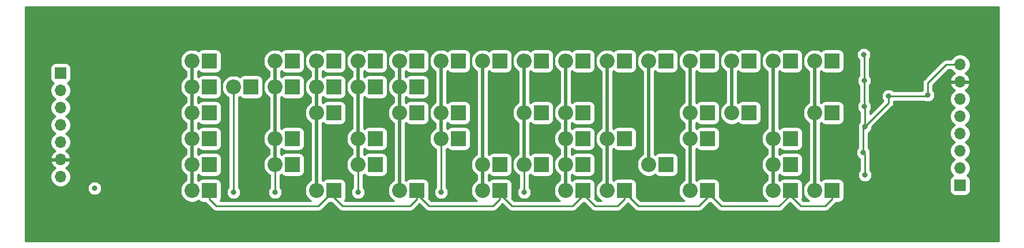
<source format=gbr>
%TF.GenerationSoftware,KiCad,Pcbnew,(5.1.10-1-10_14)*%
%TF.CreationDate,2021-12-11T09:21:19-05:00*%
%TF.ProjectId,control-unit,636f6e74-726f-46c2-9d75-6e69742e6b69,rev?*%
%TF.SameCoordinates,Original*%
%TF.FileFunction,Copper,L2,Bot*%
%TF.FilePolarity,Positive*%
%FSLAX46Y46*%
G04 Gerber Fmt 4.6, Leading zero omitted, Abs format (unit mm)*
G04 Created by KiCad (PCBNEW (5.1.10-1-10_14)) date 2021-12-11 09:21:19*
%MOMM*%
%LPD*%
G01*
G04 APERTURE LIST*
%TA.AperFunction,ComponentPad*%
%ADD10O,2.200000X2.200000*%
%TD*%
%TA.AperFunction,ComponentPad*%
%ADD11R,2.200000X2.200000*%
%TD*%
%TA.AperFunction,ComponentPad*%
%ADD12O,1.700000X1.700000*%
%TD*%
%TA.AperFunction,ComponentPad*%
%ADD13R,1.700000X1.700000*%
%TD*%
%TA.AperFunction,ViaPad*%
%ADD14C,0.800000*%
%TD*%
%TA.AperFunction,Conductor*%
%ADD15C,0.250000*%
%TD*%
%TA.AperFunction,Conductor*%
%ADD16C,0.500000*%
%TD*%
%TA.AperFunction,Conductor*%
%ADD17C,0.254000*%
%TD*%
%TA.AperFunction,Conductor*%
%ADD18C,0.100000*%
%TD*%
G04 APERTURE END LIST*
D10*
%TO.P,D55,2*%
%TO.N,Q15*%
X245872000Y-128016000D03*
D11*
%TO.P,D55,1*%
%TO.N,D5*%
X248412000Y-128016000D03*
%TD*%
D10*
%TO.P,D54,2*%
%TO.N,Q15*%
X245872000Y-116586000D03*
D11*
%TO.P,D54,1*%
%TO.N,D2*%
X248412000Y-116586000D03*
%TD*%
D10*
%TO.P,D53,2*%
%TO.N,Q15*%
X245872000Y-108966000D03*
D11*
%TO.P,D53,1*%
%TO.N,D0*%
X248412000Y-108966000D03*
%TD*%
D10*
%TO.P,D52,2*%
%TO.N,Q14*%
X239776000Y-128016000D03*
D11*
%TO.P,D52,1*%
%TO.N,D5*%
X242316000Y-128016000D03*
%TD*%
D10*
%TO.P,D51,2*%
%TO.N,Q14*%
X239776000Y-124206000D03*
D11*
%TO.P,D51,1*%
%TO.N,D4*%
X242316000Y-124206000D03*
%TD*%
D10*
%TO.P,D50,2*%
%TO.N,Q14*%
X239776000Y-120396000D03*
D11*
%TO.P,D50,1*%
%TO.N,D3*%
X242316000Y-120396000D03*
%TD*%
D10*
%TO.P,D49,2*%
%TO.N,Q14*%
X239776000Y-108966000D03*
D11*
%TO.P,D49,1*%
%TO.N,D0*%
X242316000Y-108966000D03*
%TD*%
D10*
%TO.P,D48,2*%
%TO.N,Q13*%
X233680000Y-116586000D03*
D11*
%TO.P,D48,1*%
%TO.N,D2*%
X236220000Y-116586000D03*
%TD*%
D10*
%TO.P,D47,2*%
%TO.N,Q13*%
X233680000Y-108966000D03*
D11*
%TO.P,D47,1*%
%TO.N,D0*%
X236220000Y-108966000D03*
%TD*%
D10*
%TO.P,D46,2*%
%TO.N,Q12*%
X227584000Y-128016000D03*
D11*
%TO.P,D46,1*%
%TO.N,D5*%
X230124000Y-128016000D03*
%TD*%
D10*
%TO.P,D45,2*%
%TO.N,Q12*%
X227584000Y-120396000D03*
D11*
%TO.P,D45,1*%
%TO.N,D3*%
X230124000Y-120396000D03*
%TD*%
D10*
%TO.P,D44,2*%
%TO.N,Q12*%
X227584000Y-116586000D03*
D11*
%TO.P,D44,1*%
%TO.N,D2*%
X230124000Y-116586000D03*
%TD*%
D10*
%TO.P,D43,2*%
%TO.N,Q12*%
X227584000Y-108966000D03*
D11*
%TO.P,D43,1*%
%TO.N,D0*%
X230124000Y-108966000D03*
%TD*%
D10*
%TO.P,D42,2*%
%TO.N,Q11*%
X221488000Y-124206000D03*
D11*
%TO.P,D42,1*%
%TO.N,D4*%
X224028000Y-124206000D03*
%TD*%
D10*
%TO.P,D41,2*%
%TO.N,Q11*%
X221488000Y-108966000D03*
D11*
%TO.P,D41,1*%
%TO.N,D0*%
X224028000Y-108966000D03*
%TD*%
D10*
%TO.P,D40,2*%
%TO.N,Q10*%
X215392000Y-128016000D03*
D11*
%TO.P,D40,1*%
%TO.N,D5*%
X217932000Y-128016000D03*
%TD*%
D10*
%TO.P,D39,2*%
%TO.N,Q10*%
X215392000Y-120396000D03*
D11*
%TO.P,D39,1*%
%TO.N,D3*%
X217932000Y-120396000D03*
%TD*%
D10*
%TO.P,D38,2*%
%TO.N,Q10*%
X215392000Y-108966000D03*
D11*
%TO.P,D38,1*%
%TO.N,D0*%
X217932000Y-108966000D03*
%TD*%
D10*
%TO.P,D37,2*%
%TO.N,Q9*%
X209296000Y-128016000D03*
D11*
%TO.P,D37,1*%
%TO.N,D5*%
X211836000Y-128016000D03*
%TD*%
D10*
%TO.P,D36,2*%
%TO.N,Q9*%
X209296000Y-124206000D03*
D11*
%TO.P,D36,1*%
%TO.N,D4*%
X211836000Y-124206000D03*
%TD*%
D10*
%TO.P,D35,2*%
%TO.N,Q9*%
X209296000Y-120396000D03*
D11*
%TO.P,D35,1*%
%TO.N,D3*%
X211836000Y-120396000D03*
%TD*%
D10*
%TO.P,D34,2*%
%TO.N,Q9*%
X209296000Y-116586000D03*
D11*
%TO.P,D34,1*%
%TO.N,D2*%
X211836000Y-116586000D03*
%TD*%
D10*
%TO.P,D33,2*%
%TO.N,Q9*%
X209296000Y-108966000D03*
D11*
%TO.P,D33,1*%
%TO.N,D0*%
X211836000Y-108966000D03*
%TD*%
D10*
%TO.P,D32,2*%
%TO.N,Q8*%
X203200000Y-124206000D03*
D11*
%TO.P,D32,1*%
%TO.N,D4*%
X205740000Y-124206000D03*
%TD*%
D10*
%TO.P,D31,2*%
%TO.N,Q8*%
X203200000Y-116586000D03*
D11*
%TO.P,D31,1*%
%TO.N,D2*%
X205740000Y-116586000D03*
%TD*%
D10*
%TO.P,D30,2*%
%TO.N,Q8*%
X203200000Y-108966000D03*
D11*
%TO.P,D30,1*%
%TO.N,D0*%
X205740000Y-108966000D03*
%TD*%
D10*
%TO.P,D29,2*%
%TO.N,Q7*%
X197104000Y-128016000D03*
D11*
%TO.P,D29,1*%
%TO.N,D5*%
X199644000Y-128016000D03*
%TD*%
D10*
%TO.P,D28,2*%
%TO.N,Q7*%
X197104000Y-124206000D03*
D11*
%TO.P,D28,1*%
%TO.N,D4*%
X199644000Y-124206000D03*
%TD*%
D10*
%TO.P,D27,2*%
%TO.N,Q7*%
X197104000Y-108966000D03*
D11*
%TO.P,D27,1*%
%TO.N,D0*%
X199644000Y-108966000D03*
%TD*%
D10*
%TO.P,D26,2*%
%TO.N,Q6*%
X191008000Y-120396000D03*
D11*
%TO.P,D26,1*%
%TO.N,D3*%
X193548000Y-120396000D03*
%TD*%
D10*
%TO.P,D25,2*%
%TO.N,Q6*%
X191008000Y-116586000D03*
D11*
%TO.P,D25,1*%
%TO.N,D2*%
X193548000Y-116586000D03*
%TD*%
D10*
%TO.P,D24,2*%
%TO.N,Q6*%
X191008000Y-108966000D03*
D11*
%TO.P,D24,1*%
%TO.N,D0*%
X193548000Y-108966000D03*
%TD*%
D10*
%TO.P,D23,2*%
%TO.N,Q5*%
X184912000Y-128016000D03*
D11*
%TO.P,D23,1*%
%TO.N,D5*%
X187452000Y-128016000D03*
%TD*%
D10*
%TO.P,D22,2*%
%TO.N,Q5*%
X184912000Y-116586000D03*
D11*
%TO.P,D22,1*%
%TO.N,D2*%
X187452000Y-116586000D03*
%TD*%
D10*
%TO.P,D21,2*%
%TO.N,Q5*%
X184912000Y-112776000D03*
D11*
%TO.P,D21,1*%
%TO.N,D1*%
X187452000Y-112776000D03*
%TD*%
D10*
%TO.P,D20,2*%
%TO.N,Q5*%
X184912000Y-108966000D03*
D11*
%TO.P,D20,1*%
%TO.N,D0*%
X187452000Y-108966000D03*
%TD*%
D10*
%TO.P,D19,2*%
%TO.N,Q4*%
X178816000Y-124206000D03*
D11*
%TO.P,D19,1*%
%TO.N,D4*%
X181356000Y-124206000D03*
%TD*%
D10*
%TO.P,D18,2*%
%TO.N,Q4*%
X178816000Y-120396000D03*
D11*
%TO.P,D18,1*%
%TO.N,D3*%
X181356000Y-120396000D03*
%TD*%
D10*
%TO.P,D17,2*%
%TO.N,Q4*%
X178816000Y-112776000D03*
D11*
%TO.P,D17,1*%
%TO.N,D1*%
X181356000Y-112776000D03*
%TD*%
D10*
%TO.P,D16,2*%
%TO.N,Q4*%
X178816000Y-108966000D03*
D11*
%TO.P,D16,1*%
%TO.N,D0*%
X181356000Y-108966000D03*
%TD*%
D10*
%TO.P,D15,2*%
%TO.N,Q3*%
X172720000Y-128016000D03*
D11*
%TO.P,D15,1*%
%TO.N,D5*%
X175260000Y-128016000D03*
%TD*%
D10*
%TO.P,D14,2*%
%TO.N,Q3*%
X172720000Y-116586000D03*
D11*
%TO.P,D14,1*%
%TO.N,D2*%
X175260000Y-116586000D03*
%TD*%
D10*
%TO.P,D13,2*%
%TO.N,Q3*%
X172720000Y-112776000D03*
D11*
%TO.P,D13,1*%
%TO.N,D1*%
X175260000Y-112776000D03*
%TD*%
D10*
%TO.P,D12,2*%
%TO.N,Q3*%
X172720000Y-108966000D03*
D11*
%TO.P,D12,1*%
%TO.N,D0*%
X175260000Y-108966000D03*
%TD*%
D10*
%TO.P,D11,2*%
%TO.N,Q2*%
X166624000Y-124206000D03*
D11*
%TO.P,D11,1*%
%TO.N,D4*%
X169164000Y-124206000D03*
%TD*%
D10*
%TO.P,D10,2*%
%TO.N,Q2*%
X166624000Y-120396000D03*
D11*
%TO.P,D10,1*%
%TO.N,D3*%
X169164000Y-120396000D03*
%TD*%
D10*
%TO.P,D9,2*%
%TO.N,Q2*%
X166624000Y-112776000D03*
D11*
%TO.P,D9,1*%
%TO.N,D1*%
X169164000Y-112776000D03*
%TD*%
D10*
%TO.P,D8,2*%
%TO.N,Q2*%
X166624000Y-108966000D03*
D11*
%TO.P,D8,1*%
%TO.N,D0*%
X169164000Y-108966000D03*
%TD*%
D10*
%TO.P,D7,2*%
%TO.N,Q1*%
X160528000Y-112776000D03*
D11*
%TO.P,D7,1*%
%TO.N,D1*%
X163068000Y-112776000D03*
%TD*%
D10*
%TO.P,D6,2*%
%TO.N,Q0*%
X154432000Y-124206000D03*
D11*
%TO.P,D6,1*%
%TO.N,D4*%
X156972000Y-124206000D03*
%TD*%
D10*
%TO.P,D5,2*%
%TO.N,Q0*%
X154432000Y-120396000D03*
D11*
%TO.P,D5,1*%
%TO.N,D3*%
X156972000Y-120396000D03*
%TD*%
D10*
%TO.P,D4,2*%
%TO.N,Q0*%
X154432000Y-116586000D03*
D11*
%TO.P,D4,1*%
%TO.N,D2*%
X156972000Y-116586000D03*
%TD*%
D10*
%TO.P,D3,2*%
%TO.N,Q0*%
X154432000Y-112776000D03*
D11*
%TO.P,D3,1*%
%TO.N,D1*%
X156972000Y-112776000D03*
%TD*%
D10*
%TO.P,D1,2*%
%TO.N,Q0*%
X154432000Y-128016000D03*
D11*
%TO.P,D1,1*%
%TO.N,D5*%
X156972000Y-128016000D03*
%TD*%
D10*
%TO.P,D2,2*%
%TO.N,Q0*%
X154432000Y-108966000D03*
D11*
%TO.P,D2,1*%
%TO.N,D0*%
X156972000Y-108966000D03*
%TD*%
D12*
%TO.P,J2,8*%
%TO.N,VCC*%
X267208000Y-109474000D03*
%TO.P,J2,7*%
%TO.N,GND*%
X267208000Y-112014000D03*
%TO.P,J2,6*%
%TO.N,Cn*%
X267208000Y-114554000D03*
%TO.P,J2,5*%
%TO.N,Mode*%
X267208000Y-117094000D03*
%TO.P,J2,4*%
%TO.N,F0*%
X267208000Y-119634000D03*
%TO.P,J2,3*%
%TO.N,F1*%
X267208000Y-122174000D03*
%TO.P,J2,2*%
%TO.N,F2*%
X267208000Y-124714000D03*
D13*
%TO.P,J2,1*%
%TO.N,F3*%
X267208000Y-127254000D03*
%TD*%
D12*
%TO.P,J1,7*%
%TO.N,VCC*%
X135128000Y-125984000D03*
%TO.P,J1,6*%
%TO.N,GND*%
X135128000Y-123444000D03*
%TO.P,J1,5*%
%TO.N,A0*%
X135128000Y-120904000D03*
%TO.P,J1,4*%
%TO.N,A1*%
X135128000Y-118364000D03*
%TO.P,J1,3*%
%TO.N,A2*%
X135128000Y-115824000D03*
%TO.P,J1,2*%
%TO.N,A3*%
X135128000Y-113284000D03*
D13*
%TO.P,J1,1*%
%TO.N,~ALU_ENABLE*%
X135128000Y-110744000D03*
%TD*%
D14*
%TO.N,VCC*%
X140130000Y-127684000D03*
X262450500Y-113977500D03*
X256725500Y-114114500D03*
X253087500Y-108053500D03*
X253134500Y-111863500D03*
X253134500Y-115673500D03*
X253238000Y-118618000D03*
X252984000Y-122428000D03*
X253238000Y-125730000D03*
%TO.N,GND*%
X149430000Y-109044000D03*
X256725500Y-123121500D03*
X264414000Y-114046000D03*
%TO.N,Q8*%
X203200000Y-128270000D03*
%TO.N,Q6*%
X191008000Y-128270000D03*
%TO.N,Q4*%
X178816000Y-128270000D03*
%TO.N,Q2*%
X166624000Y-128270000D03*
%TO.N,Q1*%
X160528000Y-128270000D03*
%TD*%
D15*
%TO.N,VCC*%
X256725500Y-115130500D02*
X253238000Y-118618000D01*
X256725500Y-114114500D02*
X256725500Y-115130500D01*
X253238000Y-122682000D02*
X252984000Y-122428000D01*
X253238000Y-125730000D02*
X253238000Y-122682000D01*
X252984000Y-118872000D02*
X253238000Y-118618000D01*
X252984000Y-122428000D02*
X252984000Y-118872000D01*
X253238000Y-115777000D02*
X253134500Y-115673500D01*
X253238000Y-118618000D02*
X253238000Y-115777000D01*
X253134500Y-115673500D02*
X253134500Y-111863500D01*
X253134500Y-108100500D02*
X253087500Y-108053500D01*
X253134500Y-111863500D02*
X253134500Y-108100500D01*
X262313500Y-114114500D02*
X262450500Y-113977500D01*
X256725500Y-114114500D02*
X262313500Y-114114500D01*
X267208000Y-109474000D02*
X265176000Y-109474000D01*
X262450500Y-112199500D02*
X262450500Y-113977500D01*
X265176000Y-109474000D02*
X262450500Y-112199500D01*
D16*
%TO.N,Q15*%
X245872000Y-128016000D02*
X245872000Y-108966000D01*
%TO.N,Q14*%
X239776000Y-108966000D02*
X239776000Y-128016000D01*
%TO.N,Q13*%
X233680000Y-116586000D02*
X233680000Y-108966000D01*
%TO.N,Q12*%
X227584000Y-108966000D02*
X227584000Y-128016000D01*
%TO.N,Q11*%
X221488000Y-108966000D02*
X221488000Y-124206000D01*
D15*
%TO.N,GND*%
X264414000Y-114046000D02*
X264414000Y-113284000D01*
X265684000Y-112014000D02*
X267208000Y-112014000D01*
X264414000Y-113284000D02*
X265684000Y-112014000D01*
D16*
%TO.N,Q10*%
X215392000Y-128016000D02*
X215392000Y-108966000D01*
%TO.N,Q9*%
X209296000Y-108966000D02*
X209296000Y-128016000D01*
%TO.N,Q8*%
X203200000Y-124206000D02*
X203200000Y-108966000D01*
D15*
X203200000Y-128270000D02*
X203200000Y-124206000D01*
D16*
%TO.N,Q7*%
X197104000Y-108966000D02*
X197104000Y-128016000D01*
%TO.N,Q6*%
X191008000Y-108966000D02*
X191008000Y-120396000D01*
D15*
X191008000Y-128270000D02*
X191008000Y-120396000D01*
D16*
%TO.N,Q5*%
X184912000Y-108966000D02*
X184912000Y-128016000D01*
%TO.N,Q4*%
X178816000Y-124206000D02*
X178816000Y-108966000D01*
D15*
X178816000Y-128270000D02*
X178816000Y-124206000D01*
D16*
%TO.N,Q3*%
X172720000Y-108966000D02*
X172720000Y-128016000D01*
%TO.N,Q2*%
X166624000Y-108966000D02*
X166624000Y-124206000D01*
D15*
X166624000Y-128270000D02*
X166624000Y-124206000D01*
%TO.N,Q1*%
X160528000Y-128270000D02*
X160528000Y-112776000D01*
D16*
%TO.N,Q0*%
X154432000Y-108966000D02*
X154432000Y-128016000D01*
D15*
%TO.N,D5*%
X156972000Y-128016000D02*
X156972000Y-129286000D01*
X156972000Y-129286000D02*
X157988000Y-130302000D01*
X172974000Y-130302000D02*
X175260000Y-128016000D01*
X157988000Y-130302000D02*
X172974000Y-130302000D01*
X187452000Y-129286000D02*
X187452000Y-128016000D01*
X176530000Y-130302000D02*
X186436000Y-130302000D01*
X175260000Y-129032000D02*
X176530000Y-130302000D01*
X186436000Y-130302000D02*
X187452000Y-129286000D01*
X175260000Y-128016000D02*
X175260000Y-129032000D01*
X187452000Y-128016000D02*
X187452000Y-128524000D01*
X187452000Y-128524000D02*
X189230000Y-130302000D01*
X189230000Y-130302000D02*
X198628000Y-130302000D01*
X199644000Y-129286000D02*
X199644000Y-128016000D01*
X198628000Y-130302000D02*
X199644000Y-129286000D01*
X211836000Y-128778000D02*
X211836000Y-128016000D01*
X210312000Y-130302000D02*
X211836000Y-128778000D01*
X201422000Y-130302000D02*
X210312000Y-130302000D01*
X199644000Y-128524000D02*
X201422000Y-130302000D01*
X199644000Y-128016000D02*
X199644000Y-128524000D01*
X211836000Y-128016000D02*
X211836000Y-128524000D01*
X211836000Y-128524000D02*
X213614000Y-130302000D01*
X213614000Y-130302000D02*
X216916000Y-130302000D01*
X217932000Y-129286000D02*
X217932000Y-128016000D01*
X216916000Y-130302000D02*
X217932000Y-129286000D01*
X217932000Y-128016000D02*
X217932000Y-128270000D01*
X217932000Y-128270000D02*
X219964000Y-130302000D01*
X219964000Y-130302000D02*
X228854000Y-130302000D01*
X230124000Y-129032000D02*
X230124000Y-128016000D01*
X228854000Y-130302000D02*
X230124000Y-129032000D01*
X240665000Y-130302000D02*
X242316000Y-128651000D01*
X242316000Y-128651000D02*
X242316000Y-128016000D01*
X232156000Y-130302000D02*
X240665000Y-130302000D01*
X230124000Y-128270000D02*
X232156000Y-130302000D01*
X230124000Y-128016000D02*
X230124000Y-128270000D01*
X242316000Y-128016000D02*
X242316000Y-128778000D01*
X242316000Y-128778000D02*
X243840000Y-130302000D01*
X243840000Y-130302000D02*
X247396000Y-130302000D01*
X248412000Y-129286000D02*
X248412000Y-128016000D01*
X247396000Y-130302000D02*
X248412000Y-129286000D01*
%TD*%
D17*
%TO.N,GND*%
X272898000Y-135484000D02*
X129946000Y-135484000D01*
X129946000Y-127582061D01*
X139095000Y-127582061D01*
X139095000Y-127785939D01*
X139134774Y-127985898D01*
X139212795Y-128174256D01*
X139326063Y-128343774D01*
X139470226Y-128487937D01*
X139639744Y-128601205D01*
X139828102Y-128679226D01*
X140028061Y-128719000D01*
X140231939Y-128719000D01*
X140431898Y-128679226D01*
X140620256Y-128601205D01*
X140789774Y-128487937D01*
X140933937Y-128343774D01*
X141047205Y-128174256D01*
X141125226Y-127985898D01*
X141165000Y-127785939D01*
X141165000Y-127582061D01*
X141125226Y-127382102D01*
X141047205Y-127193744D01*
X140933937Y-127024226D01*
X140789774Y-126880063D01*
X140620256Y-126766795D01*
X140431898Y-126688774D01*
X140231939Y-126649000D01*
X140028061Y-126649000D01*
X139828102Y-126688774D01*
X139639744Y-126766795D01*
X139470226Y-126880063D01*
X139326063Y-127024226D01*
X139212795Y-127193744D01*
X139134774Y-127382102D01*
X139095000Y-127582061D01*
X129946000Y-127582061D01*
X129946000Y-125837740D01*
X133643000Y-125837740D01*
X133643000Y-126130260D01*
X133700068Y-126417158D01*
X133812010Y-126687411D01*
X133974525Y-126930632D01*
X134181368Y-127137475D01*
X134424589Y-127299990D01*
X134694842Y-127411932D01*
X134981740Y-127469000D01*
X135274260Y-127469000D01*
X135561158Y-127411932D01*
X135831411Y-127299990D01*
X136074632Y-127137475D01*
X136281475Y-126930632D01*
X136443990Y-126687411D01*
X136555932Y-126417158D01*
X136613000Y-126130260D01*
X136613000Y-125837740D01*
X136555932Y-125550842D01*
X136443990Y-125280589D01*
X136281475Y-125037368D01*
X136074632Y-124830525D01*
X135892466Y-124708805D01*
X136009355Y-124639178D01*
X136225588Y-124444269D01*
X136399641Y-124210920D01*
X136524825Y-123948099D01*
X136569476Y-123800890D01*
X136448155Y-123571000D01*
X135255000Y-123571000D01*
X135255000Y-123591000D01*
X135001000Y-123591000D01*
X135001000Y-123571000D01*
X133807845Y-123571000D01*
X133686524Y-123800890D01*
X133731175Y-123948099D01*
X133856359Y-124210920D01*
X134030412Y-124444269D01*
X134246645Y-124639178D01*
X134363534Y-124708805D01*
X134181368Y-124830525D01*
X133974525Y-125037368D01*
X133812010Y-125280589D01*
X133700068Y-125550842D01*
X133643000Y-125837740D01*
X129946000Y-125837740D01*
X129946000Y-109894000D01*
X133639928Y-109894000D01*
X133639928Y-111594000D01*
X133652188Y-111718482D01*
X133688498Y-111838180D01*
X133747463Y-111948494D01*
X133826815Y-112045185D01*
X133923506Y-112124537D01*
X134033820Y-112183502D01*
X134106380Y-112205513D01*
X133974525Y-112337368D01*
X133812010Y-112580589D01*
X133700068Y-112850842D01*
X133643000Y-113137740D01*
X133643000Y-113430260D01*
X133700068Y-113717158D01*
X133812010Y-113987411D01*
X133974525Y-114230632D01*
X134181368Y-114437475D01*
X134355760Y-114554000D01*
X134181368Y-114670525D01*
X133974525Y-114877368D01*
X133812010Y-115120589D01*
X133700068Y-115390842D01*
X133643000Y-115677740D01*
X133643000Y-115970260D01*
X133700068Y-116257158D01*
X133812010Y-116527411D01*
X133974525Y-116770632D01*
X134181368Y-116977475D01*
X134355760Y-117094000D01*
X134181368Y-117210525D01*
X133974525Y-117417368D01*
X133812010Y-117660589D01*
X133700068Y-117930842D01*
X133643000Y-118217740D01*
X133643000Y-118510260D01*
X133700068Y-118797158D01*
X133812010Y-119067411D01*
X133974525Y-119310632D01*
X134181368Y-119517475D01*
X134355760Y-119634000D01*
X134181368Y-119750525D01*
X133974525Y-119957368D01*
X133812010Y-120200589D01*
X133700068Y-120470842D01*
X133643000Y-120757740D01*
X133643000Y-121050260D01*
X133700068Y-121337158D01*
X133812010Y-121607411D01*
X133974525Y-121850632D01*
X134181368Y-122057475D01*
X134363534Y-122179195D01*
X134246645Y-122248822D01*
X134030412Y-122443731D01*
X133856359Y-122677080D01*
X133731175Y-122939901D01*
X133686524Y-123087110D01*
X133807845Y-123317000D01*
X135001000Y-123317000D01*
X135001000Y-123297000D01*
X135255000Y-123297000D01*
X135255000Y-123317000D01*
X136448155Y-123317000D01*
X136569476Y-123087110D01*
X136524825Y-122939901D01*
X136399641Y-122677080D01*
X136225588Y-122443731D01*
X136009355Y-122248822D01*
X135892466Y-122179195D01*
X136074632Y-122057475D01*
X136281475Y-121850632D01*
X136443990Y-121607411D01*
X136555932Y-121337158D01*
X136613000Y-121050260D01*
X136613000Y-120757740D01*
X136555932Y-120470842D01*
X136443990Y-120200589D01*
X136281475Y-119957368D01*
X136074632Y-119750525D01*
X135900240Y-119634000D01*
X136074632Y-119517475D01*
X136281475Y-119310632D01*
X136443990Y-119067411D01*
X136555932Y-118797158D01*
X136613000Y-118510260D01*
X136613000Y-118217740D01*
X136555932Y-117930842D01*
X136443990Y-117660589D01*
X136281475Y-117417368D01*
X136074632Y-117210525D01*
X135900240Y-117094000D01*
X136074632Y-116977475D01*
X136281475Y-116770632D01*
X136443990Y-116527411D01*
X136555932Y-116257158D01*
X136613000Y-115970260D01*
X136613000Y-115677740D01*
X136555932Y-115390842D01*
X136443990Y-115120589D01*
X136281475Y-114877368D01*
X136074632Y-114670525D01*
X135900240Y-114554000D01*
X136074632Y-114437475D01*
X136281475Y-114230632D01*
X136443990Y-113987411D01*
X136555932Y-113717158D01*
X136613000Y-113430260D01*
X136613000Y-113137740D01*
X136555932Y-112850842D01*
X136443990Y-112580589D01*
X136281475Y-112337368D01*
X136149620Y-112205513D01*
X136222180Y-112183502D01*
X136332494Y-112124537D01*
X136429185Y-112045185D01*
X136508537Y-111948494D01*
X136567502Y-111838180D01*
X136603812Y-111718482D01*
X136616072Y-111594000D01*
X136616072Y-109894000D01*
X136603812Y-109769518D01*
X136567502Y-109649820D01*
X136508537Y-109539506D01*
X136429185Y-109442815D01*
X136332494Y-109363463D01*
X136222180Y-109304498D01*
X136102482Y-109268188D01*
X135978000Y-109255928D01*
X134278000Y-109255928D01*
X134153518Y-109268188D01*
X134033820Y-109304498D01*
X133923506Y-109363463D01*
X133826815Y-109442815D01*
X133747463Y-109539506D01*
X133688498Y-109649820D01*
X133652188Y-109769518D01*
X133639928Y-109894000D01*
X129946000Y-109894000D01*
X129946000Y-108795117D01*
X152697000Y-108795117D01*
X152697000Y-109136883D01*
X152763675Y-109472081D01*
X152894463Y-109787831D01*
X153084337Y-110071998D01*
X153326002Y-110313663D01*
X153547000Y-110461329D01*
X153547000Y-111280671D01*
X153326002Y-111428337D01*
X153084337Y-111670002D01*
X152894463Y-111954169D01*
X152763675Y-112269919D01*
X152697000Y-112605117D01*
X152697000Y-112946883D01*
X152763675Y-113282081D01*
X152894463Y-113597831D01*
X153084337Y-113881998D01*
X153326002Y-114123663D01*
X153547000Y-114271329D01*
X153547000Y-115090671D01*
X153326002Y-115238337D01*
X153084337Y-115480002D01*
X152894463Y-115764169D01*
X152763675Y-116079919D01*
X152697000Y-116415117D01*
X152697000Y-116756883D01*
X152763675Y-117092081D01*
X152894463Y-117407831D01*
X153084337Y-117691998D01*
X153326002Y-117933663D01*
X153547000Y-118081329D01*
X153547001Y-118900671D01*
X153326002Y-119048337D01*
X153084337Y-119290002D01*
X152894463Y-119574169D01*
X152763675Y-119889919D01*
X152697000Y-120225117D01*
X152697000Y-120566883D01*
X152763675Y-120902081D01*
X152894463Y-121217831D01*
X153084337Y-121501998D01*
X153326002Y-121743663D01*
X153547001Y-121891329D01*
X153547001Y-122710671D01*
X153326002Y-122858337D01*
X153084337Y-123100002D01*
X152894463Y-123384169D01*
X152763675Y-123699919D01*
X152697000Y-124035117D01*
X152697000Y-124376883D01*
X152763675Y-124712081D01*
X152894463Y-125027831D01*
X153084337Y-125311998D01*
X153326002Y-125553663D01*
X153547001Y-125701329D01*
X153547001Y-126520670D01*
X153326002Y-126668337D01*
X153084337Y-126910002D01*
X152894463Y-127194169D01*
X152763675Y-127509919D01*
X152697000Y-127845117D01*
X152697000Y-128186883D01*
X152763675Y-128522081D01*
X152894463Y-128837831D01*
X153084337Y-129121998D01*
X153326002Y-129363663D01*
X153610169Y-129553537D01*
X153925919Y-129684325D01*
X154261117Y-129751000D01*
X154602883Y-129751000D01*
X154938081Y-129684325D01*
X155253831Y-129553537D01*
X155354443Y-129486310D01*
X155420815Y-129567185D01*
X155517506Y-129646537D01*
X155627820Y-129705502D01*
X155747518Y-129741812D01*
X155872000Y-129754072D01*
X156372969Y-129754072D01*
X156395071Y-129781003D01*
X156432000Y-129826001D01*
X156460998Y-129849799D01*
X157424201Y-130813003D01*
X157447999Y-130842001D01*
X157476997Y-130865799D01*
X157563723Y-130936974D01*
X157695751Y-131007545D01*
X157695753Y-131007546D01*
X157839014Y-131051003D01*
X157950667Y-131062000D01*
X157950677Y-131062000D01*
X157988000Y-131065676D01*
X158025322Y-131062000D01*
X172936678Y-131062000D01*
X172974000Y-131065676D01*
X173011322Y-131062000D01*
X173011333Y-131062000D01*
X173122986Y-131051003D01*
X173266247Y-131007546D01*
X173398276Y-130936974D01*
X173514001Y-130842001D01*
X173537804Y-130812997D01*
X174596729Y-129754072D01*
X174907271Y-129754072D01*
X175966201Y-130813003D01*
X175989999Y-130842001D01*
X176105724Y-130936974D01*
X176237753Y-131007546D01*
X176381014Y-131051003D01*
X176492667Y-131062000D01*
X176492676Y-131062000D01*
X176529999Y-131065676D01*
X176567322Y-131062000D01*
X186398678Y-131062000D01*
X186436000Y-131065676D01*
X186473322Y-131062000D01*
X186473333Y-131062000D01*
X186584986Y-131051003D01*
X186728247Y-131007546D01*
X186860276Y-130936974D01*
X186976001Y-130842001D01*
X186999804Y-130812998D01*
X187833000Y-129979802D01*
X188666201Y-130813003D01*
X188689999Y-130842001D01*
X188805724Y-130936974D01*
X188937753Y-131007546D01*
X189081014Y-131051003D01*
X189192667Y-131062000D01*
X189192675Y-131062000D01*
X189230000Y-131065676D01*
X189267325Y-131062000D01*
X198590678Y-131062000D01*
X198628000Y-131065676D01*
X198665322Y-131062000D01*
X198665333Y-131062000D01*
X198776986Y-131051003D01*
X198920247Y-131007546D01*
X199052276Y-130936974D01*
X199168001Y-130842001D01*
X199191804Y-130812998D01*
X200025000Y-129979802D01*
X200858201Y-130813003D01*
X200881999Y-130842001D01*
X200997724Y-130936974D01*
X201129753Y-131007546D01*
X201273014Y-131051003D01*
X201384667Y-131062000D01*
X201384675Y-131062000D01*
X201422000Y-131065676D01*
X201459325Y-131062000D01*
X210274678Y-131062000D01*
X210312000Y-131065676D01*
X210349322Y-131062000D01*
X210349333Y-131062000D01*
X210460986Y-131051003D01*
X210604247Y-131007546D01*
X210736276Y-130936974D01*
X210852001Y-130842001D01*
X210875803Y-130812998D01*
X211934730Y-129754072D01*
X211991271Y-129754072D01*
X213050201Y-130813003D01*
X213073999Y-130842001D01*
X213189724Y-130936974D01*
X213321753Y-131007546D01*
X213465014Y-131051003D01*
X213576667Y-131062000D01*
X213576675Y-131062000D01*
X213614000Y-131065676D01*
X213651325Y-131062000D01*
X216878678Y-131062000D01*
X216916000Y-131065676D01*
X216953322Y-131062000D01*
X216953333Y-131062000D01*
X217064986Y-131051003D01*
X217208247Y-131007546D01*
X217340276Y-130936974D01*
X217456001Y-130842001D01*
X217479804Y-130812998D01*
X218440000Y-129852802D01*
X219400201Y-130813003D01*
X219423999Y-130842001D01*
X219452997Y-130865799D01*
X219539723Y-130936974D01*
X219671751Y-131007545D01*
X219671753Y-131007546D01*
X219815014Y-131051003D01*
X219926667Y-131062000D01*
X219926677Y-131062000D01*
X219964000Y-131065676D01*
X220001323Y-131062000D01*
X228816678Y-131062000D01*
X228854000Y-131065676D01*
X228891322Y-131062000D01*
X228891333Y-131062000D01*
X229002986Y-131051003D01*
X229146247Y-131007546D01*
X229278276Y-130936974D01*
X229394001Y-130842001D01*
X229417804Y-130812997D01*
X230476730Y-129754072D01*
X230533271Y-129754072D01*
X231592201Y-130813003D01*
X231615999Y-130842001D01*
X231644997Y-130865799D01*
X231731723Y-130936974D01*
X231863751Y-131007545D01*
X231863753Y-131007546D01*
X232007014Y-131051003D01*
X232118667Y-131062000D01*
X232118677Y-131062000D01*
X232156000Y-131065676D01*
X232193323Y-131062000D01*
X240627678Y-131062000D01*
X240665000Y-131065676D01*
X240702322Y-131062000D01*
X240702333Y-131062000D01*
X240813986Y-131051003D01*
X240957247Y-131007546D01*
X241089276Y-130936974D01*
X241205001Y-130842001D01*
X241228804Y-130812997D01*
X242252500Y-129789302D01*
X243276205Y-130813008D01*
X243299999Y-130842001D01*
X243328992Y-130865795D01*
X243328996Y-130865799D01*
X243399685Y-130923811D01*
X243415724Y-130936974D01*
X243547753Y-131007546D01*
X243691014Y-131051003D01*
X243802667Y-131062000D01*
X243802676Y-131062000D01*
X243839999Y-131065676D01*
X243877322Y-131062000D01*
X247358678Y-131062000D01*
X247396000Y-131065676D01*
X247433322Y-131062000D01*
X247433333Y-131062000D01*
X247544986Y-131051003D01*
X247688247Y-131007546D01*
X247820276Y-130936974D01*
X247936001Y-130842001D01*
X247959804Y-130812998D01*
X248923004Y-129849798D01*
X248952001Y-129826001D01*
X249011032Y-129754072D01*
X249512000Y-129754072D01*
X249636482Y-129741812D01*
X249756180Y-129705502D01*
X249866494Y-129646537D01*
X249963185Y-129567185D01*
X250042537Y-129470494D01*
X250101502Y-129360180D01*
X250137812Y-129240482D01*
X250150072Y-129116000D01*
X250150072Y-126916000D01*
X250137812Y-126791518D01*
X250101502Y-126671820D01*
X250042537Y-126561506D01*
X249963185Y-126464815D01*
X249866494Y-126385463D01*
X249756180Y-126326498D01*
X249636482Y-126290188D01*
X249512000Y-126277928D01*
X247312000Y-126277928D01*
X247187518Y-126290188D01*
X247067820Y-126326498D01*
X246957506Y-126385463D01*
X246860815Y-126464815D01*
X246794443Y-126545690D01*
X246757000Y-126520671D01*
X246757000Y-122326061D01*
X251949000Y-122326061D01*
X251949000Y-122529939D01*
X251988774Y-122729898D01*
X252066795Y-122918256D01*
X252180063Y-123087774D01*
X252324226Y-123231937D01*
X252478001Y-123334686D01*
X252478000Y-125026289D01*
X252434063Y-125070226D01*
X252320795Y-125239744D01*
X252242774Y-125428102D01*
X252203000Y-125628061D01*
X252203000Y-125831939D01*
X252242774Y-126031898D01*
X252320795Y-126220256D01*
X252434063Y-126389774D01*
X252578226Y-126533937D01*
X252747744Y-126647205D01*
X252936102Y-126725226D01*
X253136061Y-126765000D01*
X253339939Y-126765000D01*
X253539898Y-126725226D01*
X253728256Y-126647205D01*
X253897774Y-126533937D01*
X254027711Y-126404000D01*
X265719928Y-126404000D01*
X265719928Y-128104000D01*
X265732188Y-128228482D01*
X265768498Y-128348180D01*
X265827463Y-128458494D01*
X265906815Y-128555185D01*
X266003506Y-128634537D01*
X266113820Y-128693502D01*
X266233518Y-128729812D01*
X266358000Y-128742072D01*
X268058000Y-128742072D01*
X268182482Y-128729812D01*
X268302180Y-128693502D01*
X268412494Y-128634537D01*
X268509185Y-128555185D01*
X268588537Y-128458494D01*
X268647502Y-128348180D01*
X268683812Y-128228482D01*
X268696072Y-128104000D01*
X268696072Y-126404000D01*
X268683812Y-126279518D01*
X268647502Y-126159820D01*
X268588537Y-126049506D01*
X268509185Y-125952815D01*
X268412494Y-125873463D01*
X268302180Y-125814498D01*
X268229620Y-125792487D01*
X268361475Y-125660632D01*
X268523990Y-125417411D01*
X268635932Y-125147158D01*
X268693000Y-124860260D01*
X268693000Y-124567740D01*
X268635932Y-124280842D01*
X268523990Y-124010589D01*
X268361475Y-123767368D01*
X268154632Y-123560525D01*
X267980240Y-123444000D01*
X268154632Y-123327475D01*
X268361475Y-123120632D01*
X268523990Y-122877411D01*
X268635932Y-122607158D01*
X268693000Y-122320260D01*
X268693000Y-122027740D01*
X268635932Y-121740842D01*
X268523990Y-121470589D01*
X268361475Y-121227368D01*
X268154632Y-121020525D01*
X267980240Y-120904000D01*
X268154632Y-120787475D01*
X268361475Y-120580632D01*
X268523990Y-120337411D01*
X268635932Y-120067158D01*
X268693000Y-119780260D01*
X268693000Y-119487740D01*
X268635932Y-119200842D01*
X268523990Y-118930589D01*
X268361475Y-118687368D01*
X268154632Y-118480525D01*
X267980240Y-118364000D01*
X268154632Y-118247475D01*
X268361475Y-118040632D01*
X268523990Y-117797411D01*
X268635932Y-117527158D01*
X268693000Y-117240260D01*
X268693000Y-116947740D01*
X268635932Y-116660842D01*
X268523990Y-116390589D01*
X268361475Y-116147368D01*
X268154632Y-115940525D01*
X267980240Y-115824000D01*
X268154632Y-115707475D01*
X268361475Y-115500632D01*
X268523990Y-115257411D01*
X268635932Y-114987158D01*
X268693000Y-114700260D01*
X268693000Y-114407740D01*
X268635932Y-114120842D01*
X268523990Y-113850589D01*
X268361475Y-113607368D01*
X268154632Y-113400525D01*
X267972466Y-113278805D01*
X268089355Y-113209178D01*
X268305588Y-113014269D01*
X268479641Y-112780920D01*
X268604825Y-112518099D01*
X268649476Y-112370890D01*
X268528155Y-112141000D01*
X267335000Y-112141000D01*
X267335000Y-112161000D01*
X267081000Y-112161000D01*
X267081000Y-112141000D01*
X265887845Y-112141000D01*
X265766524Y-112370890D01*
X265811175Y-112518099D01*
X265936359Y-112780920D01*
X266110412Y-113014269D01*
X266326645Y-113209178D01*
X266443534Y-113278805D01*
X266261368Y-113400525D01*
X266054525Y-113607368D01*
X265892010Y-113850589D01*
X265780068Y-114120842D01*
X265723000Y-114407740D01*
X265723000Y-114700260D01*
X265780068Y-114987158D01*
X265892010Y-115257411D01*
X266054525Y-115500632D01*
X266261368Y-115707475D01*
X266435760Y-115824000D01*
X266261368Y-115940525D01*
X266054525Y-116147368D01*
X265892010Y-116390589D01*
X265780068Y-116660842D01*
X265723000Y-116947740D01*
X265723000Y-117240260D01*
X265780068Y-117527158D01*
X265892010Y-117797411D01*
X266054525Y-118040632D01*
X266261368Y-118247475D01*
X266435760Y-118364000D01*
X266261368Y-118480525D01*
X266054525Y-118687368D01*
X265892010Y-118930589D01*
X265780068Y-119200842D01*
X265723000Y-119487740D01*
X265723000Y-119780260D01*
X265780068Y-120067158D01*
X265892010Y-120337411D01*
X266054525Y-120580632D01*
X266261368Y-120787475D01*
X266435760Y-120904000D01*
X266261368Y-121020525D01*
X266054525Y-121227368D01*
X265892010Y-121470589D01*
X265780068Y-121740842D01*
X265723000Y-122027740D01*
X265723000Y-122320260D01*
X265780068Y-122607158D01*
X265892010Y-122877411D01*
X266054525Y-123120632D01*
X266261368Y-123327475D01*
X266435760Y-123444000D01*
X266261368Y-123560525D01*
X266054525Y-123767368D01*
X265892010Y-124010589D01*
X265780068Y-124280842D01*
X265723000Y-124567740D01*
X265723000Y-124860260D01*
X265780068Y-125147158D01*
X265892010Y-125417411D01*
X266054525Y-125660632D01*
X266186380Y-125792487D01*
X266113820Y-125814498D01*
X266003506Y-125873463D01*
X265906815Y-125952815D01*
X265827463Y-126049506D01*
X265768498Y-126159820D01*
X265732188Y-126279518D01*
X265719928Y-126404000D01*
X254027711Y-126404000D01*
X254041937Y-126389774D01*
X254155205Y-126220256D01*
X254233226Y-126031898D01*
X254273000Y-125831939D01*
X254273000Y-125628061D01*
X254233226Y-125428102D01*
X254155205Y-125239744D01*
X254041937Y-125070226D01*
X253998000Y-125026289D01*
X253998000Y-122719322D01*
X254001676Y-122681999D01*
X253998000Y-122644676D01*
X253998000Y-122644667D01*
X253997397Y-122638545D01*
X254019000Y-122529939D01*
X254019000Y-122326061D01*
X253979226Y-122126102D01*
X253901205Y-121937744D01*
X253787937Y-121768226D01*
X253744000Y-121724289D01*
X253744000Y-119524685D01*
X253897774Y-119421937D01*
X254041937Y-119277774D01*
X254155205Y-119108256D01*
X254233226Y-118919898D01*
X254273000Y-118719939D01*
X254273000Y-118657801D01*
X257236503Y-115694299D01*
X257265501Y-115670501D01*
X257360474Y-115554776D01*
X257431046Y-115422747D01*
X257474503Y-115279486D01*
X257485500Y-115167833D01*
X257485500Y-115167825D01*
X257489176Y-115130500D01*
X257485500Y-115093175D01*
X257485500Y-114874500D01*
X261930005Y-114874500D01*
X261960244Y-114894705D01*
X262148602Y-114972726D01*
X262348561Y-115012500D01*
X262552439Y-115012500D01*
X262752398Y-114972726D01*
X262940756Y-114894705D01*
X263110274Y-114781437D01*
X263254437Y-114637274D01*
X263367705Y-114467756D01*
X263445726Y-114279398D01*
X263485500Y-114079439D01*
X263485500Y-113875561D01*
X263445726Y-113675602D01*
X263367705Y-113487244D01*
X263254437Y-113317726D01*
X263210500Y-113273789D01*
X263210500Y-112514301D01*
X265490802Y-110234000D01*
X265929822Y-110234000D01*
X266054525Y-110420632D01*
X266261368Y-110627475D01*
X266443534Y-110749195D01*
X266326645Y-110818822D01*
X266110412Y-111013731D01*
X265936359Y-111247080D01*
X265811175Y-111509901D01*
X265766524Y-111657110D01*
X265887845Y-111887000D01*
X267081000Y-111887000D01*
X267081000Y-111867000D01*
X267335000Y-111867000D01*
X267335000Y-111887000D01*
X268528155Y-111887000D01*
X268649476Y-111657110D01*
X268604825Y-111509901D01*
X268479641Y-111247080D01*
X268305588Y-111013731D01*
X268089355Y-110818822D01*
X267972466Y-110749195D01*
X268154632Y-110627475D01*
X268361475Y-110420632D01*
X268523990Y-110177411D01*
X268635932Y-109907158D01*
X268693000Y-109620260D01*
X268693000Y-109327740D01*
X268635932Y-109040842D01*
X268523990Y-108770589D01*
X268361475Y-108527368D01*
X268154632Y-108320525D01*
X267911411Y-108158010D01*
X267641158Y-108046068D01*
X267354260Y-107989000D01*
X267061740Y-107989000D01*
X266774842Y-108046068D01*
X266504589Y-108158010D01*
X266261368Y-108320525D01*
X266054525Y-108527368D01*
X265929822Y-108714000D01*
X265213322Y-108714000D01*
X265175999Y-108710324D01*
X265138676Y-108714000D01*
X265138667Y-108714000D01*
X265027014Y-108724997D01*
X264883753Y-108768454D01*
X264751723Y-108839026D01*
X264668083Y-108907668D01*
X264635999Y-108933999D01*
X264612201Y-108962997D01*
X261939503Y-111635696D01*
X261910499Y-111659499D01*
X261865350Y-111714514D01*
X261815526Y-111775224D01*
X261781875Y-111838180D01*
X261744954Y-111907254D01*
X261701497Y-112050515D01*
X261690500Y-112162168D01*
X261690500Y-112162178D01*
X261686824Y-112199500D01*
X261690500Y-112236823D01*
X261690501Y-113273788D01*
X261646563Y-113317726D01*
X261621991Y-113354500D01*
X257429211Y-113354500D01*
X257385274Y-113310563D01*
X257215756Y-113197295D01*
X257027398Y-113119274D01*
X256827439Y-113079500D01*
X256623561Y-113079500D01*
X256423602Y-113119274D01*
X256235244Y-113197295D01*
X256065726Y-113310563D01*
X255921563Y-113454726D01*
X255808295Y-113624244D01*
X255730274Y-113812602D01*
X255690500Y-114012561D01*
X255690500Y-114216439D01*
X255730274Y-114416398D01*
X255808295Y-114604756D01*
X255921563Y-114774274D01*
X255964244Y-114816955D01*
X253998000Y-116783199D01*
X253998000Y-116244131D01*
X254051705Y-116163756D01*
X254129726Y-115975398D01*
X254169500Y-115775439D01*
X254169500Y-115571561D01*
X254129726Y-115371602D01*
X254051705Y-115183244D01*
X253938437Y-115013726D01*
X253894500Y-114969789D01*
X253894500Y-112567211D01*
X253938437Y-112523274D01*
X254051705Y-112353756D01*
X254129726Y-112165398D01*
X254169500Y-111965439D01*
X254169500Y-111761561D01*
X254129726Y-111561602D01*
X254051705Y-111373244D01*
X253938437Y-111203726D01*
X253894500Y-111159789D01*
X253894500Y-108708690D01*
X254004705Y-108543756D01*
X254082726Y-108355398D01*
X254122500Y-108155439D01*
X254122500Y-107951561D01*
X254082726Y-107751602D01*
X254004705Y-107563244D01*
X253891437Y-107393726D01*
X253747274Y-107249563D01*
X253577756Y-107136295D01*
X253389398Y-107058274D01*
X253189439Y-107018500D01*
X252985561Y-107018500D01*
X252785602Y-107058274D01*
X252597244Y-107136295D01*
X252427726Y-107249563D01*
X252283563Y-107393726D01*
X252170295Y-107563244D01*
X252092274Y-107751602D01*
X252052500Y-107951561D01*
X252052500Y-108155439D01*
X252092274Y-108355398D01*
X252170295Y-108543756D01*
X252283563Y-108713274D01*
X252374501Y-108804212D01*
X252374500Y-111159789D01*
X252330563Y-111203726D01*
X252217295Y-111373244D01*
X252139274Y-111561602D01*
X252099500Y-111761561D01*
X252099500Y-111965439D01*
X252139274Y-112165398D01*
X252217295Y-112353756D01*
X252330563Y-112523274D01*
X252374501Y-112567212D01*
X252374500Y-114969789D01*
X252330563Y-115013726D01*
X252217295Y-115183244D01*
X252139274Y-115371602D01*
X252099500Y-115571561D01*
X252099500Y-115775439D01*
X252139274Y-115975398D01*
X252217295Y-116163756D01*
X252330563Y-116333274D01*
X252474726Y-116477437D01*
X252478001Y-116479625D01*
X252478000Y-117914289D01*
X252434063Y-117958226D01*
X252320795Y-118127744D01*
X252242774Y-118316102D01*
X252203000Y-118516061D01*
X252203000Y-118719939D01*
X252224604Y-118828549D01*
X252220324Y-118872000D01*
X252224001Y-118909332D01*
X252224000Y-121724289D01*
X252180063Y-121768226D01*
X252066795Y-121937744D01*
X251988774Y-122126102D01*
X251949000Y-122326061D01*
X246757000Y-122326061D01*
X246757000Y-118081329D01*
X246794443Y-118056310D01*
X246860815Y-118137185D01*
X246957506Y-118216537D01*
X247067820Y-118275502D01*
X247187518Y-118311812D01*
X247312000Y-118324072D01*
X249512000Y-118324072D01*
X249636482Y-118311812D01*
X249756180Y-118275502D01*
X249866494Y-118216537D01*
X249963185Y-118137185D01*
X250042537Y-118040494D01*
X250101502Y-117930180D01*
X250137812Y-117810482D01*
X250150072Y-117686000D01*
X250150072Y-115486000D01*
X250137812Y-115361518D01*
X250101502Y-115241820D01*
X250042537Y-115131506D01*
X249963185Y-115034815D01*
X249866494Y-114955463D01*
X249756180Y-114896498D01*
X249636482Y-114860188D01*
X249512000Y-114847928D01*
X247312000Y-114847928D01*
X247187518Y-114860188D01*
X247067820Y-114896498D01*
X246957506Y-114955463D01*
X246860815Y-115034815D01*
X246794443Y-115115690D01*
X246757000Y-115090671D01*
X246757000Y-110461329D01*
X246794443Y-110436310D01*
X246860815Y-110517185D01*
X246957506Y-110596537D01*
X247067820Y-110655502D01*
X247187518Y-110691812D01*
X247312000Y-110704072D01*
X249512000Y-110704072D01*
X249636482Y-110691812D01*
X249756180Y-110655502D01*
X249866494Y-110596537D01*
X249963185Y-110517185D01*
X250042537Y-110420494D01*
X250101502Y-110310180D01*
X250137812Y-110190482D01*
X250150072Y-110066000D01*
X250150072Y-107866000D01*
X250137812Y-107741518D01*
X250101502Y-107621820D01*
X250042537Y-107511506D01*
X249963185Y-107414815D01*
X249866494Y-107335463D01*
X249756180Y-107276498D01*
X249636482Y-107240188D01*
X249512000Y-107227928D01*
X247312000Y-107227928D01*
X247187518Y-107240188D01*
X247067820Y-107276498D01*
X246957506Y-107335463D01*
X246860815Y-107414815D01*
X246794443Y-107495690D01*
X246693831Y-107428463D01*
X246378081Y-107297675D01*
X246042883Y-107231000D01*
X245701117Y-107231000D01*
X245365919Y-107297675D01*
X245050169Y-107428463D01*
X244766002Y-107618337D01*
X244524337Y-107860002D01*
X244334463Y-108144169D01*
X244203675Y-108459919D01*
X244137000Y-108795117D01*
X244137000Y-109136883D01*
X244203675Y-109472081D01*
X244334463Y-109787831D01*
X244524337Y-110071998D01*
X244766002Y-110313663D01*
X244987001Y-110461330D01*
X244987001Y-115090671D01*
X244766002Y-115238337D01*
X244524337Y-115480002D01*
X244334463Y-115764169D01*
X244203675Y-116079919D01*
X244137000Y-116415117D01*
X244137000Y-116756883D01*
X244203675Y-117092081D01*
X244334463Y-117407831D01*
X244524337Y-117691998D01*
X244766002Y-117933663D01*
X244987001Y-118081329D01*
X244987000Y-126520671D01*
X244766002Y-126668337D01*
X244524337Y-126910002D01*
X244334463Y-127194169D01*
X244203675Y-127509919D01*
X244137000Y-127845117D01*
X244137000Y-128186883D01*
X244203675Y-128522081D01*
X244334463Y-128837831D01*
X244524337Y-129121998D01*
X244766002Y-129363663D01*
X245032903Y-129542000D01*
X244154803Y-129542000D01*
X243994174Y-129381372D01*
X244005502Y-129360180D01*
X244041812Y-129240482D01*
X244054072Y-129116000D01*
X244054072Y-126916000D01*
X244041812Y-126791518D01*
X244005502Y-126671820D01*
X243946537Y-126561506D01*
X243867185Y-126464815D01*
X243770494Y-126385463D01*
X243660180Y-126326498D01*
X243540482Y-126290188D01*
X243416000Y-126277928D01*
X241216000Y-126277928D01*
X241091518Y-126290188D01*
X240971820Y-126326498D01*
X240861506Y-126385463D01*
X240764815Y-126464815D01*
X240698443Y-126545690D01*
X240661000Y-126520671D01*
X240661000Y-125701329D01*
X240698443Y-125676310D01*
X240764815Y-125757185D01*
X240861506Y-125836537D01*
X240971820Y-125895502D01*
X241091518Y-125931812D01*
X241216000Y-125944072D01*
X243416000Y-125944072D01*
X243540482Y-125931812D01*
X243660180Y-125895502D01*
X243770494Y-125836537D01*
X243867185Y-125757185D01*
X243946537Y-125660494D01*
X244005502Y-125550180D01*
X244041812Y-125430482D01*
X244054072Y-125306000D01*
X244054072Y-123106000D01*
X244041812Y-122981518D01*
X244005502Y-122861820D01*
X243946537Y-122751506D01*
X243867185Y-122654815D01*
X243770494Y-122575463D01*
X243660180Y-122516498D01*
X243540482Y-122480188D01*
X243416000Y-122467928D01*
X241216000Y-122467928D01*
X241091518Y-122480188D01*
X240971820Y-122516498D01*
X240861506Y-122575463D01*
X240764815Y-122654815D01*
X240698443Y-122735690D01*
X240661000Y-122710671D01*
X240661000Y-121891329D01*
X240698443Y-121866310D01*
X240764815Y-121947185D01*
X240861506Y-122026537D01*
X240971820Y-122085502D01*
X241091518Y-122121812D01*
X241216000Y-122134072D01*
X243416000Y-122134072D01*
X243540482Y-122121812D01*
X243660180Y-122085502D01*
X243770494Y-122026537D01*
X243867185Y-121947185D01*
X243946537Y-121850494D01*
X244005502Y-121740180D01*
X244041812Y-121620482D01*
X244054072Y-121496000D01*
X244054072Y-119296000D01*
X244041812Y-119171518D01*
X244005502Y-119051820D01*
X243946537Y-118941506D01*
X243867185Y-118844815D01*
X243770494Y-118765463D01*
X243660180Y-118706498D01*
X243540482Y-118670188D01*
X243416000Y-118657928D01*
X241216000Y-118657928D01*
X241091518Y-118670188D01*
X240971820Y-118706498D01*
X240861506Y-118765463D01*
X240764815Y-118844815D01*
X240698443Y-118925690D01*
X240661000Y-118900671D01*
X240661000Y-110461329D01*
X240698443Y-110436310D01*
X240764815Y-110517185D01*
X240861506Y-110596537D01*
X240971820Y-110655502D01*
X241091518Y-110691812D01*
X241216000Y-110704072D01*
X243416000Y-110704072D01*
X243540482Y-110691812D01*
X243660180Y-110655502D01*
X243770494Y-110596537D01*
X243867185Y-110517185D01*
X243946537Y-110420494D01*
X244005502Y-110310180D01*
X244041812Y-110190482D01*
X244054072Y-110066000D01*
X244054072Y-107866000D01*
X244041812Y-107741518D01*
X244005502Y-107621820D01*
X243946537Y-107511506D01*
X243867185Y-107414815D01*
X243770494Y-107335463D01*
X243660180Y-107276498D01*
X243540482Y-107240188D01*
X243416000Y-107227928D01*
X241216000Y-107227928D01*
X241091518Y-107240188D01*
X240971820Y-107276498D01*
X240861506Y-107335463D01*
X240764815Y-107414815D01*
X240698443Y-107495690D01*
X240597831Y-107428463D01*
X240282081Y-107297675D01*
X239946883Y-107231000D01*
X239605117Y-107231000D01*
X239269919Y-107297675D01*
X238954169Y-107428463D01*
X238670002Y-107618337D01*
X238428337Y-107860002D01*
X238238463Y-108144169D01*
X238107675Y-108459919D01*
X238041000Y-108795117D01*
X238041000Y-109136883D01*
X238107675Y-109472081D01*
X238238463Y-109787831D01*
X238428337Y-110071998D01*
X238670002Y-110313663D01*
X238891000Y-110461329D01*
X238891001Y-118900671D01*
X238670002Y-119048337D01*
X238428337Y-119290002D01*
X238238463Y-119574169D01*
X238107675Y-119889919D01*
X238041000Y-120225117D01*
X238041000Y-120566883D01*
X238107675Y-120902081D01*
X238238463Y-121217831D01*
X238428337Y-121501998D01*
X238670002Y-121743663D01*
X238891001Y-121891329D01*
X238891001Y-122710671D01*
X238670002Y-122858337D01*
X238428337Y-123100002D01*
X238238463Y-123384169D01*
X238107675Y-123699919D01*
X238041000Y-124035117D01*
X238041000Y-124376883D01*
X238107675Y-124712081D01*
X238238463Y-125027831D01*
X238428337Y-125311998D01*
X238670002Y-125553663D01*
X238891001Y-125701329D01*
X238891001Y-126520670D01*
X238670002Y-126668337D01*
X238428337Y-126910002D01*
X238238463Y-127194169D01*
X238107675Y-127509919D01*
X238041000Y-127845117D01*
X238041000Y-128186883D01*
X238107675Y-128522081D01*
X238238463Y-128837831D01*
X238428337Y-129121998D01*
X238670002Y-129363663D01*
X238936903Y-129542000D01*
X232470802Y-129542000D01*
X231862072Y-128933270D01*
X231862072Y-126916000D01*
X231849812Y-126791518D01*
X231813502Y-126671820D01*
X231754537Y-126561506D01*
X231675185Y-126464815D01*
X231578494Y-126385463D01*
X231468180Y-126326498D01*
X231348482Y-126290188D01*
X231224000Y-126277928D01*
X229024000Y-126277928D01*
X228899518Y-126290188D01*
X228779820Y-126326498D01*
X228669506Y-126385463D01*
X228572815Y-126464815D01*
X228506443Y-126545690D01*
X228469000Y-126520671D01*
X228469000Y-121891329D01*
X228506443Y-121866310D01*
X228572815Y-121947185D01*
X228669506Y-122026537D01*
X228779820Y-122085502D01*
X228899518Y-122121812D01*
X229024000Y-122134072D01*
X231224000Y-122134072D01*
X231348482Y-122121812D01*
X231468180Y-122085502D01*
X231578494Y-122026537D01*
X231675185Y-121947185D01*
X231754537Y-121850494D01*
X231813502Y-121740180D01*
X231849812Y-121620482D01*
X231862072Y-121496000D01*
X231862072Y-119296000D01*
X231849812Y-119171518D01*
X231813502Y-119051820D01*
X231754537Y-118941506D01*
X231675185Y-118844815D01*
X231578494Y-118765463D01*
X231468180Y-118706498D01*
X231348482Y-118670188D01*
X231224000Y-118657928D01*
X229024000Y-118657928D01*
X228899518Y-118670188D01*
X228779820Y-118706498D01*
X228669506Y-118765463D01*
X228572815Y-118844815D01*
X228506443Y-118925690D01*
X228469000Y-118900671D01*
X228469000Y-118081329D01*
X228506443Y-118056310D01*
X228572815Y-118137185D01*
X228669506Y-118216537D01*
X228779820Y-118275502D01*
X228899518Y-118311812D01*
X229024000Y-118324072D01*
X231224000Y-118324072D01*
X231348482Y-118311812D01*
X231468180Y-118275502D01*
X231578494Y-118216537D01*
X231675185Y-118137185D01*
X231754537Y-118040494D01*
X231813502Y-117930180D01*
X231849812Y-117810482D01*
X231862072Y-117686000D01*
X231862072Y-115486000D01*
X231849812Y-115361518D01*
X231813502Y-115241820D01*
X231754537Y-115131506D01*
X231675185Y-115034815D01*
X231578494Y-114955463D01*
X231468180Y-114896498D01*
X231348482Y-114860188D01*
X231224000Y-114847928D01*
X229024000Y-114847928D01*
X228899518Y-114860188D01*
X228779820Y-114896498D01*
X228669506Y-114955463D01*
X228572815Y-115034815D01*
X228506443Y-115115690D01*
X228469000Y-115090671D01*
X228469000Y-110461329D01*
X228506443Y-110436310D01*
X228572815Y-110517185D01*
X228669506Y-110596537D01*
X228779820Y-110655502D01*
X228899518Y-110691812D01*
X229024000Y-110704072D01*
X231224000Y-110704072D01*
X231348482Y-110691812D01*
X231468180Y-110655502D01*
X231578494Y-110596537D01*
X231675185Y-110517185D01*
X231754537Y-110420494D01*
X231813502Y-110310180D01*
X231849812Y-110190482D01*
X231862072Y-110066000D01*
X231862072Y-108795117D01*
X231945000Y-108795117D01*
X231945000Y-109136883D01*
X232011675Y-109472081D01*
X232142463Y-109787831D01*
X232332337Y-110071998D01*
X232574002Y-110313663D01*
X232795001Y-110461329D01*
X232795000Y-115090671D01*
X232574002Y-115238337D01*
X232332337Y-115480002D01*
X232142463Y-115764169D01*
X232011675Y-116079919D01*
X231945000Y-116415117D01*
X231945000Y-116756883D01*
X232011675Y-117092081D01*
X232142463Y-117407831D01*
X232332337Y-117691998D01*
X232574002Y-117933663D01*
X232858169Y-118123537D01*
X233173919Y-118254325D01*
X233509117Y-118321000D01*
X233850883Y-118321000D01*
X234186081Y-118254325D01*
X234501831Y-118123537D01*
X234602443Y-118056310D01*
X234668815Y-118137185D01*
X234765506Y-118216537D01*
X234875820Y-118275502D01*
X234995518Y-118311812D01*
X235120000Y-118324072D01*
X237320000Y-118324072D01*
X237444482Y-118311812D01*
X237564180Y-118275502D01*
X237674494Y-118216537D01*
X237771185Y-118137185D01*
X237850537Y-118040494D01*
X237909502Y-117930180D01*
X237945812Y-117810482D01*
X237958072Y-117686000D01*
X237958072Y-115486000D01*
X237945812Y-115361518D01*
X237909502Y-115241820D01*
X237850537Y-115131506D01*
X237771185Y-115034815D01*
X237674494Y-114955463D01*
X237564180Y-114896498D01*
X237444482Y-114860188D01*
X237320000Y-114847928D01*
X235120000Y-114847928D01*
X234995518Y-114860188D01*
X234875820Y-114896498D01*
X234765506Y-114955463D01*
X234668815Y-115034815D01*
X234602443Y-115115690D01*
X234565000Y-115090671D01*
X234565000Y-110461329D01*
X234602443Y-110436310D01*
X234668815Y-110517185D01*
X234765506Y-110596537D01*
X234875820Y-110655502D01*
X234995518Y-110691812D01*
X235120000Y-110704072D01*
X237320000Y-110704072D01*
X237444482Y-110691812D01*
X237564180Y-110655502D01*
X237674494Y-110596537D01*
X237771185Y-110517185D01*
X237850537Y-110420494D01*
X237909502Y-110310180D01*
X237945812Y-110190482D01*
X237958072Y-110066000D01*
X237958072Y-107866000D01*
X237945812Y-107741518D01*
X237909502Y-107621820D01*
X237850537Y-107511506D01*
X237771185Y-107414815D01*
X237674494Y-107335463D01*
X237564180Y-107276498D01*
X237444482Y-107240188D01*
X237320000Y-107227928D01*
X235120000Y-107227928D01*
X234995518Y-107240188D01*
X234875820Y-107276498D01*
X234765506Y-107335463D01*
X234668815Y-107414815D01*
X234602443Y-107495690D01*
X234501831Y-107428463D01*
X234186081Y-107297675D01*
X233850883Y-107231000D01*
X233509117Y-107231000D01*
X233173919Y-107297675D01*
X232858169Y-107428463D01*
X232574002Y-107618337D01*
X232332337Y-107860002D01*
X232142463Y-108144169D01*
X232011675Y-108459919D01*
X231945000Y-108795117D01*
X231862072Y-108795117D01*
X231862072Y-107866000D01*
X231849812Y-107741518D01*
X231813502Y-107621820D01*
X231754537Y-107511506D01*
X231675185Y-107414815D01*
X231578494Y-107335463D01*
X231468180Y-107276498D01*
X231348482Y-107240188D01*
X231224000Y-107227928D01*
X229024000Y-107227928D01*
X228899518Y-107240188D01*
X228779820Y-107276498D01*
X228669506Y-107335463D01*
X228572815Y-107414815D01*
X228506443Y-107495690D01*
X228405831Y-107428463D01*
X228090081Y-107297675D01*
X227754883Y-107231000D01*
X227413117Y-107231000D01*
X227077919Y-107297675D01*
X226762169Y-107428463D01*
X226478002Y-107618337D01*
X226236337Y-107860002D01*
X226046463Y-108144169D01*
X225915675Y-108459919D01*
X225849000Y-108795117D01*
X225849000Y-109136883D01*
X225915675Y-109472081D01*
X226046463Y-109787831D01*
X226236337Y-110071998D01*
X226478002Y-110313663D01*
X226699000Y-110461329D01*
X226699000Y-115090671D01*
X226478002Y-115238337D01*
X226236337Y-115480002D01*
X226046463Y-115764169D01*
X225915675Y-116079919D01*
X225849000Y-116415117D01*
X225849000Y-116756883D01*
X225915675Y-117092081D01*
X226046463Y-117407831D01*
X226236337Y-117691998D01*
X226478002Y-117933663D01*
X226699000Y-118081329D01*
X226699001Y-118900671D01*
X226478002Y-119048337D01*
X226236337Y-119290002D01*
X226046463Y-119574169D01*
X225915675Y-119889919D01*
X225849000Y-120225117D01*
X225849000Y-120566883D01*
X225915675Y-120902081D01*
X226046463Y-121217831D01*
X226236337Y-121501998D01*
X226478002Y-121743663D01*
X226699001Y-121891329D01*
X226699001Y-126520670D01*
X226478002Y-126668337D01*
X226236337Y-126910002D01*
X226046463Y-127194169D01*
X225915675Y-127509919D01*
X225849000Y-127845117D01*
X225849000Y-128186883D01*
X225915675Y-128522081D01*
X226046463Y-128837831D01*
X226236337Y-129121998D01*
X226478002Y-129363663D01*
X226744903Y-129542000D01*
X220278802Y-129542000D01*
X219670072Y-128933270D01*
X219670072Y-126916000D01*
X219657812Y-126791518D01*
X219621502Y-126671820D01*
X219562537Y-126561506D01*
X219483185Y-126464815D01*
X219386494Y-126385463D01*
X219276180Y-126326498D01*
X219156482Y-126290188D01*
X219032000Y-126277928D01*
X216832000Y-126277928D01*
X216707518Y-126290188D01*
X216587820Y-126326498D01*
X216477506Y-126385463D01*
X216380815Y-126464815D01*
X216314443Y-126545690D01*
X216277000Y-126520671D01*
X216277000Y-121891329D01*
X216314443Y-121866310D01*
X216380815Y-121947185D01*
X216477506Y-122026537D01*
X216587820Y-122085502D01*
X216707518Y-122121812D01*
X216832000Y-122134072D01*
X219032000Y-122134072D01*
X219156482Y-122121812D01*
X219276180Y-122085502D01*
X219386494Y-122026537D01*
X219483185Y-121947185D01*
X219562537Y-121850494D01*
X219621502Y-121740180D01*
X219657812Y-121620482D01*
X219670072Y-121496000D01*
X219670072Y-119296000D01*
X219657812Y-119171518D01*
X219621502Y-119051820D01*
X219562537Y-118941506D01*
X219483185Y-118844815D01*
X219386494Y-118765463D01*
X219276180Y-118706498D01*
X219156482Y-118670188D01*
X219032000Y-118657928D01*
X216832000Y-118657928D01*
X216707518Y-118670188D01*
X216587820Y-118706498D01*
X216477506Y-118765463D01*
X216380815Y-118844815D01*
X216314443Y-118925690D01*
X216277000Y-118900671D01*
X216277000Y-110461329D01*
X216314443Y-110436310D01*
X216380815Y-110517185D01*
X216477506Y-110596537D01*
X216587820Y-110655502D01*
X216707518Y-110691812D01*
X216832000Y-110704072D01*
X219032000Y-110704072D01*
X219156482Y-110691812D01*
X219276180Y-110655502D01*
X219386494Y-110596537D01*
X219483185Y-110517185D01*
X219562537Y-110420494D01*
X219621502Y-110310180D01*
X219657812Y-110190482D01*
X219670072Y-110066000D01*
X219670072Y-108795117D01*
X219753000Y-108795117D01*
X219753000Y-109136883D01*
X219819675Y-109472081D01*
X219950463Y-109787831D01*
X220140337Y-110071998D01*
X220382002Y-110313663D01*
X220603000Y-110461329D01*
X220603001Y-122710671D01*
X220382002Y-122858337D01*
X220140337Y-123100002D01*
X219950463Y-123384169D01*
X219819675Y-123699919D01*
X219753000Y-124035117D01*
X219753000Y-124376883D01*
X219819675Y-124712081D01*
X219950463Y-125027831D01*
X220140337Y-125311998D01*
X220382002Y-125553663D01*
X220666169Y-125743537D01*
X220981919Y-125874325D01*
X221317117Y-125941000D01*
X221658883Y-125941000D01*
X221994081Y-125874325D01*
X222309831Y-125743537D01*
X222410443Y-125676310D01*
X222476815Y-125757185D01*
X222573506Y-125836537D01*
X222683820Y-125895502D01*
X222803518Y-125931812D01*
X222928000Y-125944072D01*
X225128000Y-125944072D01*
X225252482Y-125931812D01*
X225372180Y-125895502D01*
X225482494Y-125836537D01*
X225579185Y-125757185D01*
X225658537Y-125660494D01*
X225717502Y-125550180D01*
X225753812Y-125430482D01*
X225766072Y-125306000D01*
X225766072Y-123106000D01*
X225753812Y-122981518D01*
X225717502Y-122861820D01*
X225658537Y-122751506D01*
X225579185Y-122654815D01*
X225482494Y-122575463D01*
X225372180Y-122516498D01*
X225252482Y-122480188D01*
X225128000Y-122467928D01*
X222928000Y-122467928D01*
X222803518Y-122480188D01*
X222683820Y-122516498D01*
X222573506Y-122575463D01*
X222476815Y-122654815D01*
X222410443Y-122735690D01*
X222373000Y-122710671D01*
X222373000Y-110461329D01*
X222410443Y-110436310D01*
X222476815Y-110517185D01*
X222573506Y-110596537D01*
X222683820Y-110655502D01*
X222803518Y-110691812D01*
X222928000Y-110704072D01*
X225128000Y-110704072D01*
X225252482Y-110691812D01*
X225372180Y-110655502D01*
X225482494Y-110596537D01*
X225579185Y-110517185D01*
X225658537Y-110420494D01*
X225717502Y-110310180D01*
X225753812Y-110190482D01*
X225766072Y-110066000D01*
X225766072Y-107866000D01*
X225753812Y-107741518D01*
X225717502Y-107621820D01*
X225658537Y-107511506D01*
X225579185Y-107414815D01*
X225482494Y-107335463D01*
X225372180Y-107276498D01*
X225252482Y-107240188D01*
X225128000Y-107227928D01*
X222928000Y-107227928D01*
X222803518Y-107240188D01*
X222683820Y-107276498D01*
X222573506Y-107335463D01*
X222476815Y-107414815D01*
X222410443Y-107495690D01*
X222309831Y-107428463D01*
X221994081Y-107297675D01*
X221658883Y-107231000D01*
X221317117Y-107231000D01*
X220981919Y-107297675D01*
X220666169Y-107428463D01*
X220382002Y-107618337D01*
X220140337Y-107860002D01*
X219950463Y-108144169D01*
X219819675Y-108459919D01*
X219753000Y-108795117D01*
X219670072Y-108795117D01*
X219670072Y-107866000D01*
X219657812Y-107741518D01*
X219621502Y-107621820D01*
X219562537Y-107511506D01*
X219483185Y-107414815D01*
X219386494Y-107335463D01*
X219276180Y-107276498D01*
X219156482Y-107240188D01*
X219032000Y-107227928D01*
X216832000Y-107227928D01*
X216707518Y-107240188D01*
X216587820Y-107276498D01*
X216477506Y-107335463D01*
X216380815Y-107414815D01*
X216314443Y-107495690D01*
X216213831Y-107428463D01*
X215898081Y-107297675D01*
X215562883Y-107231000D01*
X215221117Y-107231000D01*
X214885919Y-107297675D01*
X214570169Y-107428463D01*
X214286002Y-107618337D01*
X214044337Y-107860002D01*
X213854463Y-108144169D01*
X213723675Y-108459919D01*
X213657000Y-108795117D01*
X213657000Y-109136883D01*
X213723675Y-109472081D01*
X213854463Y-109787831D01*
X214044337Y-110071998D01*
X214286002Y-110313663D01*
X214507001Y-110461330D01*
X214507000Y-118900671D01*
X214286002Y-119048337D01*
X214044337Y-119290002D01*
X213854463Y-119574169D01*
X213723675Y-119889919D01*
X213657000Y-120225117D01*
X213657000Y-120566883D01*
X213723675Y-120902081D01*
X213854463Y-121217831D01*
X214044337Y-121501998D01*
X214286002Y-121743663D01*
X214507000Y-121891329D01*
X214507000Y-126520671D01*
X214286002Y-126668337D01*
X214044337Y-126910002D01*
X213854463Y-127194169D01*
X213723675Y-127509919D01*
X213657000Y-127845117D01*
X213657000Y-128186883D01*
X213723675Y-128522081D01*
X213854463Y-128837831D01*
X214044337Y-129121998D01*
X214286002Y-129363663D01*
X214552903Y-129542000D01*
X213928802Y-129542000D01*
X213567682Y-129180880D01*
X213574072Y-129116000D01*
X213574072Y-126916000D01*
X213561812Y-126791518D01*
X213525502Y-126671820D01*
X213466537Y-126561506D01*
X213387185Y-126464815D01*
X213290494Y-126385463D01*
X213180180Y-126326498D01*
X213060482Y-126290188D01*
X212936000Y-126277928D01*
X210736000Y-126277928D01*
X210611518Y-126290188D01*
X210491820Y-126326498D01*
X210381506Y-126385463D01*
X210284815Y-126464815D01*
X210218443Y-126545690D01*
X210181000Y-126520671D01*
X210181000Y-125701329D01*
X210218443Y-125676310D01*
X210284815Y-125757185D01*
X210381506Y-125836537D01*
X210491820Y-125895502D01*
X210611518Y-125931812D01*
X210736000Y-125944072D01*
X212936000Y-125944072D01*
X213060482Y-125931812D01*
X213180180Y-125895502D01*
X213290494Y-125836537D01*
X213387185Y-125757185D01*
X213466537Y-125660494D01*
X213525502Y-125550180D01*
X213561812Y-125430482D01*
X213574072Y-125306000D01*
X213574072Y-123106000D01*
X213561812Y-122981518D01*
X213525502Y-122861820D01*
X213466537Y-122751506D01*
X213387185Y-122654815D01*
X213290494Y-122575463D01*
X213180180Y-122516498D01*
X213060482Y-122480188D01*
X212936000Y-122467928D01*
X210736000Y-122467928D01*
X210611518Y-122480188D01*
X210491820Y-122516498D01*
X210381506Y-122575463D01*
X210284815Y-122654815D01*
X210218443Y-122735690D01*
X210181000Y-122710671D01*
X210181000Y-121891329D01*
X210218443Y-121866310D01*
X210284815Y-121947185D01*
X210381506Y-122026537D01*
X210491820Y-122085502D01*
X210611518Y-122121812D01*
X210736000Y-122134072D01*
X212936000Y-122134072D01*
X213060482Y-122121812D01*
X213180180Y-122085502D01*
X213290494Y-122026537D01*
X213387185Y-121947185D01*
X213466537Y-121850494D01*
X213525502Y-121740180D01*
X213561812Y-121620482D01*
X213574072Y-121496000D01*
X213574072Y-119296000D01*
X213561812Y-119171518D01*
X213525502Y-119051820D01*
X213466537Y-118941506D01*
X213387185Y-118844815D01*
X213290494Y-118765463D01*
X213180180Y-118706498D01*
X213060482Y-118670188D01*
X212936000Y-118657928D01*
X210736000Y-118657928D01*
X210611518Y-118670188D01*
X210491820Y-118706498D01*
X210381506Y-118765463D01*
X210284815Y-118844815D01*
X210218443Y-118925690D01*
X210181000Y-118900671D01*
X210181000Y-118081329D01*
X210218443Y-118056310D01*
X210284815Y-118137185D01*
X210381506Y-118216537D01*
X210491820Y-118275502D01*
X210611518Y-118311812D01*
X210736000Y-118324072D01*
X212936000Y-118324072D01*
X213060482Y-118311812D01*
X213180180Y-118275502D01*
X213290494Y-118216537D01*
X213387185Y-118137185D01*
X213466537Y-118040494D01*
X213525502Y-117930180D01*
X213561812Y-117810482D01*
X213574072Y-117686000D01*
X213574072Y-115486000D01*
X213561812Y-115361518D01*
X213525502Y-115241820D01*
X213466537Y-115131506D01*
X213387185Y-115034815D01*
X213290494Y-114955463D01*
X213180180Y-114896498D01*
X213060482Y-114860188D01*
X212936000Y-114847928D01*
X210736000Y-114847928D01*
X210611518Y-114860188D01*
X210491820Y-114896498D01*
X210381506Y-114955463D01*
X210284815Y-115034815D01*
X210218443Y-115115690D01*
X210181000Y-115090671D01*
X210181000Y-110461329D01*
X210218443Y-110436310D01*
X210284815Y-110517185D01*
X210381506Y-110596537D01*
X210491820Y-110655502D01*
X210611518Y-110691812D01*
X210736000Y-110704072D01*
X212936000Y-110704072D01*
X213060482Y-110691812D01*
X213180180Y-110655502D01*
X213290494Y-110596537D01*
X213387185Y-110517185D01*
X213466537Y-110420494D01*
X213525502Y-110310180D01*
X213561812Y-110190482D01*
X213574072Y-110066000D01*
X213574072Y-107866000D01*
X213561812Y-107741518D01*
X213525502Y-107621820D01*
X213466537Y-107511506D01*
X213387185Y-107414815D01*
X213290494Y-107335463D01*
X213180180Y-107276498D01*
X213060482Y-107240188D01*
X212936000Y-107227928D01*
X210736000Y-107227928D01*
X210611518Y-107240188D01*
X210491820Y-107276498D01*
X210381506Y-107335463D01*
X210284815Y-107414815D01*
X210218443Y-107495690D01*
X210117831Y-107428463D01*
X209802081Y-107297675D01*
X209466883Y-107231000D01*
X209125117Y-107231000D01*
X208789919Y-107297675D01*
X208474169Y-107428463D01*
X208190002Y-107618337D01*
X207948337Y-107860002D01*
X207758463Y-108144169D01*
X207627675Y-108459919D01*
X207561000Y-108795117D01*
X207561000Y-109136883D01*
X207627675Y-109472081D01*
X207758463Y-109787831D01*
X207948337Y-110071998D01*
X208190002Y-110313663D01*
X208411000Y-110461329D01*
X208411000Y-115090671D01*
X208190002Y-115238337D01*
X207948337Y-115480002D01*
X207758463Y-115764169D01*
X207627675Y-116079919D01*
X207561000Y-116415117D01*
X207561000Y-116756883D01*
X207627675Y-117092081D01*
X207758463Y-117407831D01*
X207948337Y-117691998D01*
X208190002Y-117933663D01*
X208411000Y-118081329D01*
X208411001Y-118900671D01*
X208190002Y-119048337D01*
X207948337Y-119290002D01*
X207758463Y-119574169D01*
X207627675Y-119889919D01*
X207561000Y-120225117D01*
X207561000Y-120566883D01*
X207627675Y-120902081D01*
X207758463Y-121217831D01*
X207948337Y-121501998D01*
X208190002Y-121743663D01*
X208411001Y-121891329D01*
X208411001Y-122710671D01*
X208190002Y-122858337D01*
X207948337Y-123100002D01*
X207758463Y-123384169D01*
X207627675Y-123699919D01*
X207561000Y-124035117D01*
X207561000Y-124376883D01*
X207627675Y-124712081D01*
X207758463Y-125027831D01*
X207948337Y-125311998D01*
X208190002Y-125553663D01*
X208411001Y-125701329D01*
X208411001Y-126520670D01*
X208190002Y-126668337D01*
X207948337Y-126910002D01*
X207758463Y-127194169D01*
X207627675Y-127509919D01*
X207561000Y-127845117D01*
X207561000Y-128186883D01*
X207627675Y-128522081D01*
X207758463Y-128837831D01*
X207948337Y-129121998D01*
X208190002Y-129363663D01*
X208456903Y-129542000D01*
X201736802Y-129542000D01*
X201375682Y-129180880D01*
X201382072Y-129116000D01*
X201382072Y-126916000D01*
X201369812Y-126791518D01*
X201333502Y-126671820D01*
X201274537Y-126561506D01*
X201195185Y-126464815D01*
X201098494Y-126385463D01*
X200988180Y-126326498D01*
X200868482Y-126290188D01*
X200744000Y-126277928D01*
X198544000Y-126277928D01*
X198419518Y-126290188D01*
X198299820Y-126326498D01*
X198189506Y-126385463D01*
X198092815Y-126464815D01*
X198026443Y-126545690D01*
X197989000Y-126520671D01*
X197989000Y-125701329D01*
X198026443Y-125676310D01*
X198092815Y-125757185D01*
X198189506Y-125836537D01*
X198299820Y-125895502D01*
X198419518Y-125931812D01*
X198544000Y-125944072D01*
X200744000Y-125944072D01*
X200868482Y-125931812D01*
X200988180Y-125895502D01*
X201098494Y-125836537D01*
X201195185Y-125757185D01*
X201274537Y-125660494D01*
X201333502Y-125550180D01*
X201369812Y-125430482D01*
X201382072Y-125306000D01*
X201382072Y-123106000D01*
X201369812Y-122981518D01*
X201333502Y-122861820D01*
X201274537Y-122751506D01*
X201195185Y-122654815D01*
X201098494Y-122575463D01*
X200988180Y-122516498D01*
X200868482Y-122480188D01*
X200744000Y-122467928D01*
X198544000Y-122467928D01*
X198419518Y-122480188D01*
X198299820Y-122516498D01*
X198189506Y-122575463D01*
X198092815Y-122654815D01*
X198026443Y-122735690D01*
X197989000Y-122710671D01*
X197989000Y-110461329D01*
X198026443Y-110436310D01*
X198092815Y-110517185D01*
X198189506Y-110596537D01*
X198299820Y-110655502D01*
X198419518Y-110691812D01*
X198544000Y-110704072D01*
X200744000Y-110704072D01*
X200868482Y-110691812D01*
X200988180Y-110655502D01*
X201098494Y-110596537D01*
X201195185Y-110517185D01*
X201274537Y-110420494D01*
X201333502Y-110310180D01*
X201369812Y-110190482D01*
X201382072Y-110066000D01*
X201382072Y-108795117D01*
X201465000Y-108795117D01*
X201465000Y-109136883D01*
X201531675Y-109472081D01*
X201662463Y-109787831D01*
X201852337Y-110071998D01*
X202094002Y-110313663D01*
X202315001Y-110461329D01*
X202315001Y-115090671D01*
X202094002Y-115238337D01*
X201852337Y-115480002D01*
X201662463Y-115764169D01*
X201531675Y-116079919D01*
X201465000Y-116415117D01*
X201465000Y-116756883D01*
X201531675Y-117092081D01*
X201662463Y-117407831D01*
X201852337Y-117691998D01*
X202094002Y-117933663D01*
X202315000Y-118081329D01*
X202315000Y-122710671D01*
X202094002Y-122858337D01*
X201852337Y-123100002D01*
X201662463Y-123384169D01*
X201531675Y-123699919D01*
X201465000Y-124035117D01*
X201465000Y-124376883D01*
X201531675Y-124712081D01*
X201662463Y-125027831D01*
X201852337Y-125311998D01*
X202094002Y-125553663D01*
X202378169Y-125743537D01*
X202440001Y-125769149D01*
X202440000Y-127566289D01*
X202396063Y-127610226D01*
X202282795Y-127779744D01*
X202204774Y-127968102D01*
X202165000Y-128168061D01*
X202165000Y-128371939D01*
X202204774Y-128571898D01*
X202282795Y-128760256D01*
X202396063Y-128929774D01*
X202540226Y-129073937D01*
X202709744Y-129187205D01*
X202898102Y-129265226D01*
X203098061Y-129305000D01*
X203301939Y-129305000D01*
X203501898Y-129265226D01*
X203690256Y-129187205D01*
X203859774Y-129073937D01*
X204003937Y-128929774D01*
X204117205Y-128760256D01*
X204195226Y-128571898D01*
X204235000Y-128371939D01*
X204235000Y-128168061D01*
X204195226Y-127968102D01*
X204117205Y-127779744D01*
X204003937Y-127610226D01*
X203960000Y-127566289D01*
X203960000Y-125769148D01*
X204021831Y-125743537D01*
X204122443Y-125676310D01*
X204188815Y-125757185D01*
X204285506Y-125836537D01*
X204395820Y-125895502D01*
X204515518Y-125931812D01*
X204640000Y-125944072D01*
X206840000Y-125944072D01*
X206964482Y-125931812D01*
X207084180Y-125895502D01*
X207194494Y-125836537D01*
X207291185Y-125757185D01*
X207370537Y-125660494D01*
X207429502Y-125550180D01*
X207465812Y-125430482D01*
X207478072Y-125306000D01*
X207478072Y-123106000D01*
X207465812Y-122981518D01*
X207429502Y-122861820D01*
X207370537Y-122751506D01*
X207291185Y-122654815D01*
X207194494Y-122575463D01*
X207084180Y-122516498D01*
X206964482Y-122480188D01*
X206840000Y-122467928D01*
X204640000Y-122467928D01*
X204515518Y-122480188D01*
X204395820Y-122516498D01*
X204285506Y-122575463D01*
X204188815Y-122654815D01*
X204122443Y-122735690D01*
X204085000Y-122710671D01*
X204085000Y-118081329D01*
X204122443Y-118056310D01*
X204188815Y-118137185D01*
X204285506Y-118216537D01*
X204395820Y-118275502D01*
X204515518Y-118311812D01*
X204640000Y-118324072D01*
X206840000Y-118324072D01*
X206964482Y-118311812D01*
X207084180Y-118275502D01*
X207194494Y-118216537D01*
X207291185Y-118137185D01*
X207370537Y-118040494D01*
X207429502Y-117930180D01*
X207465812Y-117810482D01*
X207478072Y-117686000D01*
X207478072Y-115486000D01*
X207465812Y-115361518D01*
X207429502Y-115241820D01*
X207370537Y-115131506D01*
X207291185Y-115034815D01*
X207194494Y-114955463D01*
X207084180Y-114896498D01*
X206964482Y-114860188D01*
X206840000Y-114847928D01*
X204640000Y-114847928D01*
X204515518Y-114860188D01*
X204395820Y-114896498D01*
X204285506Y-114955463D01*
X204188815Y-115034815D01*
X204122443Y-115115690D01*
X204085000Y-115090671D01*
X204085000Y-110461329D01*
X204122443Y-110436310D01*
X204188815Y-110517185D01*
X204285506Y-110596537D01*
X204395820Y-110655502D01*
X204515518Y-110691812D01*
X204640000Y-110704072D01*
X206840000Y-110704072D01*
X206964482Y-110691812D01*
X207084180Y-110655502D01*
X207194494Y-110596537D01*
X207291185Y-110517185D01*
X207370537Y-110420494D01*
X207429502Y-110310180D01*
X207465812Y-110190482D01*
X207478072Y-110066000D01*
X207478072Y-107866000D01*
X207465812Y-107741518D01*
X207429502Y-107621820D01*
X207370537Y-107511506D01*
X207291185Y-107414815D01*
X207194494Y-107335463D01*
X207084180Y-107276498D01*
X206964482Y-107240188D01*
X206840000Y-107227928D01*
X204640000Y-107227928D01*
X204515518Y-107240188D01*
X204395820Y-107276498D01*
X204285506Y-107335463D01*
X204188815Y-107414815D01*
X204122443Y-107495690D01*
X204021831Y-107428463D01*
X203706081Y-107297675D01*
X203370883Y-107231000D01*
X203029117Y-107231000D01*
X202693919Y-107297675D01*
X202378169Y-107428463D01*
X202094002Y-107618337D01*
X201852337Y-107860002D01*
X201662463Y-108144169D01*
X201531675Y-108459919D01*
X201465000Y-108795117D01*
X201382072Y-108795117D01*
X201382072Y-107866000D01*
X201369812Y-107741518D01*
X201333502Y-107621820D01*
X201274537Y-107511506D01*
X201195185Y-107414815D01*
X201098494Y-107335463D01*
X200988180Y-107276498D01*
X200868482Y-107240188D01*
X200744000Y-107227928D01*
X198544000Y-107227928D01*
X198419518Y-107240188D01*
X198299820Y-107276498D01*
X198189506Y-107335463D01*
X198092815Y-107414815D01*
X198026443Y-107495690D01*
X197925831Y-107428463D01*
X197610081Y-107297675D01*
X197274883Y-107231000D01*
X196933117Y-107231000D01*
X196597919Y-107297675D01*
X196282169Y-107428463D01*
X195998002Y-107618337D01*
X195756337Y-107860002D01*
X195566463Y-108144169D01*
X195435675Y-108459919D01*
X195369000Y-108795117D01*
X195369000Y-109136883D01*
X195435675Y-109472081D01*
X195566463Y-109787831D01*
X195756337Y-110071998D01*
X195998002Y-110313663D01*
X196219000Y-110461329D01*
X196219001Y-122710671D01*
X195998002Y-122858337D01*
X195756337Y-123100002D01*
X195566463Y-123384169D01*
X195435675Y-123699919D01*
X195369000Y-124035117D01*
X195369000Y-124376883D01*
X195435675Y-124712081D01*
X195566463Y-125027831D01*
X195756337Y-125311998D01*
X195998002Y-125553663D01*
X196219001Y-125701329D01*
X196219001Y-126520670D01*
X195998002Y-126668337D01*
X195756337Y-126910002D01*
X195566463Y-127194169D01*
X195435675Y-127509919D01*
X195369000Y-127845117D01*
X195369000Y-128186883D01*
X195435675Y-128522081D01*
X195566463Y-128837831D01*
X195756337Y-129121998D01*
X195998002Y-129363663D01*
X196264903Y-129542000D01*
X189544802Y-129542000D01*
X189183682Y-129180880D01*
X189190072Y-129116000D01*
X189190072Y-126916000D01*
X189177812Y-126791518D01*
X189141502Y-126671820D01*
X189082537Y-126561506D01*
X189003185Y-126464815D01*
X188906494Y-126385463D01*
X188796180Y-126326498D01*
X188676482Y-126290188D01*
X188552000Y-126277928D01*
X186352000Y-126277928D01*
X186227518Y-126290188D01*
X186107820Y-126326498D01*
X185997506Y-126385463D01*
X185900815Y-126464815D01*
X185834443Y-126545690D01*
X185797000Y-126520671D01*
X185797000Y-118081329D01*
X185834443Y-118056310D01*
X185900815Y-118137185D01*
X185997506Y-118216537D01*
X186107820Y-118275502D01*
X186227518Y-118311812D01*
X186352000Y-118324072D01*
X188552000Y-118324072D01*
X188676482Y-118311812D01*
X188796180Y-118275502D01*
X188906494Y-118216537D01*
X189003185Y-118137185D01*
X189082537Y-118040494D01*
X189141502Y-117930180D01*
X189177812Y-117810482D01*
X189190072Y-117686000D01*
X189190072Y-115486000D01*
X189177812Y-115361518D01*
X189141502Y-115241820D01*
X189082537Y-115131506D01*
X189003185Y-115034815D01*
X188906494Y-114955463D01*
X188796180Y-114896498D01*
X188676482Y-114860188D01*
X188552000Y-114847928D01*
X186352000Y-114847928D01*
X186227518Y-114860188D01*
X186107820Y-114896498D01*
X185997506Y-114955463D01*
X185900815Y-115034815D01*
X185834443Y-115115690D01*
X185797000Y-115090671D01*
X185797000Y-114271329D01*
X185834443Y-114246310D01*
X185900815Y-114327185D01*
X185997506Y-114406537D01*
X186107820Y-114465502D01*
X186227518Y-114501812D01*
X186352000Y-114514072D01*
X188552000Y-114514072D01*
X188676482Y-114501812D01*
X188796180Y-114465502D01*
X188906494Y-114406537D01*
X189003185Y-114327185D01*
X189082537Y-114230494D01*
X189141502Y-114120180D01*
X189177812Y-114000482D01*
X189190072Y-113876000D01*
X189190072Y-111676000D01*
X189177812Y-111551518D01*
X189141502Y-111431820D01*
X189082537Y-111321506D01*
X189003185Y-111224815D01*
X188906494Y-111145463D01*
X188796180Y-111086498D01*
X188676482Y-111050188D01*
X188552000Y-111037928D01*
X186352000Y-111037928D01*
X186227518Y-111050188D01*
X186107820Y-111086498D01*
X185997506Y-111145463D01*
X185900815Y-111224815D01*
X185834443Y-111305690D01*
X185797000Y-111280671D01*
X185797000Y-110461329D01*
X185834443Y-110436310D01*
X185900815Y-110517185D01*
X185997506Y-110596537D01*
X186107820Y-110655502D01*
X186227518Y-110691812D01*
X186352000Y-110704072D01*
X188552000Y-110704072D01*
X188676482Y-110691812D01*
X188796180Y-110655502D01*
X188906494Y-110596537D01*
X189003185Y-110517185D01*
X189082537Y-110420494D01*
X189141502Y-110310180D01*
X189177812Y-110190482D01*
X189190072Y-110066000D01*
X189190072Y-108795117D01*
X189273000Y-108795117D01*
X189273000Y-109136883D01*
X189339675Y-109472081D01*
X189470463Y-109787831D01*
X189660337Y-110071998D01*
X189902002Y-110313663D01*
X190123000Y-110461329D01*
X190123001Y-115090671D01*
X189902002Y-115238337D01*
X189660337Y-115480002D01*
X189470463Y-115764169D01*
X189339675Y-116079919D01*
X189273000Y-116415117D01*
X189273000Y-116756883D01*
X189339675Y-117092081D01*
X189470463Y-117407831D01*
X189660337Y-117691998D01*
X189902002Y-117933663D01*
X190123001Y-118081329D01*
X190123001Y-118900671D01*
X189902002Y-119048337D01*
X189660337Y-119290002D01*
X189470463Y-119574169D01*
X189339675Y-119889919D01*
X189273000Y-120225117D01*
X189273000Y-120566883D01*
X189339675Y-120902081D01*
X189470463Y-121217831D01*
X189660337Y-121501998D01*
X189902002Y-121743663D01*
X190186169Y-121933537D01*
X190248001Y-121959149D01*
X190248000Y-127566289D01*
X190204063Y-127610226D01*
X190090795Y-127779744D01*
X190012774Y-127968102D01*
X189973000Y-128168061D01*
X189973000Y-128371939D01*
X190012774Y-128571898D01*
X190090795Y-128760256D01*
X190204063Y-128929774D01*
X190348226Y-129073937D01*
X190517744Y-129187205D01*
X190706102Y-129265226D01*
X190906061Y-129305000D01*
X191109939Y-129305000D01*
X191309898Y-129265226D01*
X191498256Y-129187205D01*
X191667774Y-129073937D01*
X191811937Y-128929774D01*
X191925205Y-128760256D01*
X192003226Y-128571898D01*
X192043000Y-128371939D01*
X192043000Y-128168061D01*
X192003226Y-127968102D01*
X191925205Y-127779744D01*
X191811937Y-127610226D01*
X191768000Y-127566289D01*
X191768000Y-121959148D01*
X191829831Y-121933537D01*
X191930443Y-121866310D01*
X191996815Y-121947185D01*
X192093506Y-122026537D01*
X192203820Y-122085502D01*
X192323518Y-122121812D01*
X192448000Y-122134072D01*
X194648000Y-122134072D01*
X194772482Y-122121812D01*
X194892180Y-122085502D01*
X195002494Y-122026537D01*
X195099185Y-121947185D01*
X195178537Y-121850494D01*
X195237502Y-121740180D01*
X195273812Y-121620482D01*
X195286072Y-121496000D01*
X195286072Y-119296000D01*
X195273812Y-119171518D01*
X195237502Y-119051820D01*
X195178537Y-118941506D01*
X195099185Y-118844815D01*
X195002494Y-118765463D01*
X194892180Y-118706498D01*
X194772482Y-118670188D01*
X194648000Y-118657928D01*
X192448000Y-118657928D01*
X192323518Y-118670188D01*
X192203820Y-118706498D01*
X192093506Y-118765463D01*
X191996815Y-118844815D01*
X191930443Y-118925690D01*
X191893000Y-118900671D01*
X191893000Y-118081329D01*
X191930443Y-118056310D01*
X191996815Y-118137185D01*
X192093506Y-118216537D01*
X192203820Y-118275502D01*
X192323518Y-118311812D01*
X192448000Y-118324072D01*
X194648000Y-118324072D01*
X194772482Y-118311812D01*
X194892180Y-118275502D01*
X195002494Y-118216537D01*
X195099185Y-118137185D01*
X195178537Y-118040494D01*
X195237502Y-117930180D01*
X195273812Y-117810482D01*
X195286072Y-117686000D01*
X195286072Y-115486000D01*
X195273812Y-115361518D01*
X195237502Y-115241820D01*
X195178537Y-115131506D01*
X195099185Y-115034815D01*
X195002494Y-114955463D01*
X194892180Y-114896498D01*
X194772482Y-114860188D01*
X194648000Y-114847928D01*
X192448000Y-114847928D01*
X192323518Y-114860188D01*
X192203820Y-114896498D01*
X192093506Y-114955463D01*
X191996815Y-115034815D01*
X191930443Y-115115690D01*
X191893000Y-115090671D01*
X191893000Y-110461329D01*
X191930443Y-110436310D01*
X191996815Y-110517185D01*
X192093506Y-110596537D01*
X192203820Y-110655502D01*
X192323518Y-110691812D01*
X192448000Y-110704072D01*
X194648000Y-110704072D01*
X194772482Y-110691812D01*
X194892180Y-110655502D01*
X195002494Y-110596537D01*
X195099185Y-110517185D01*
X195178537Y-110420494D01*
X195237502Y-110310180D01*
X195273812Y-110190482D01*
X195286072Y-110066000D01*
X195286072Y-107866000D01*
X195273812Y-107741518D01*
X195237502Y-107621820D01*
X195178537Y-107511506D01*
X195099185Y-107414815D01*
X195002494Y-107335463D01*
X194892180Y-107276498D01*
X194772482Y-107240188D01*
X194648000Y-107227928D01*
X192448000Y-107227928D01*
X192323518Y-107240188D01*
X192203820Y-107276498D01*
X192093506Y-107335463D01*
X191996815Y-107414815D01*
X191930443Y-107495690D01*
X191829831Y-107428463D01*
X191514081Y-107297675D01*
X191178883Y-107231000D01*
X190837117Y-107231000D01*
X190501919Y-107297675D01*
X190186169Y-107428463D01*
X189902002Y-107618337D01*
X189660337Y-107860002D01*
X189470463Y-108144169D01*
X189339675Y-108459919D01*
X189273000Y-108795117D01*
X189190072Y-108795117D01*
X189190072Y-107866000D01*
X189177812Y-107741518D01*
X189141502Y-107621820D01*
X189082537Y-107511506D01*
X189003185Y-107414815D01*
X188906494Y-107335463D01*
X188796180Y-107276498D01*
X188676482Y-107240188D01*
X188552000Y-107227928D01*
X186352000Y-107227928D01*
X186227518Y-107240188D01*
X186107820Y-107276498D01*
X185997506Y-107335463D01*
X185900815Y-107414815D01*
X185834443Y-107495690D01*
X185733831Y-107428463D01*
X185418081Y-107297675D01*
X185082883Y-107231000D01*
X184741117Y-107231000D01*
X184405919Y-107297675D01*
X184090169Y-107428463D01*
X183806002Y-107618337D01*
X183564337Y-107860002D01*
X183374463Y-108144169D01*
X183243675Y-108459919D01*
X183177000Y-108795117D01*
X183177000Y-109136883D01*
X183243675Y-109472081D01*
X183374463Y-109787831D01*
X183564337Y-110071998D01*
X183806002Y-110313663D01*
X184027000Y-110461329D01*
X184027000Y-111280671D01*
X183806002Y-111428337D01*
X183564337Y-111670002D01*
X183374463Y-111954169D01*
X183243675Y-112269919D01*
X183177000Y-112605117D01*
X183177000Y-112946883D01*
X183243675Y-113282081D01*
X183374463Y-113597831D01*
X183564337Y-113881998D01*
X183806002Y-114123663D01*
X184027000Y-114271329D01*
X184027000Y-115090671D01*
X183806002Y-115238337D01*
X183564337Y-115480002D01*
X183374463Y-115764169D01*
X183243675Y-116079919D01*
X183177000Y-116415117D01*
X183177000Y-116756883D01*
X183243675Y-117092081D01*
X183374463Y-117407831D01*
X183564337Y-117691998D01*
X183806002Y-117933663D01*
X184027000Y-118081329D01*
X184027001Y-126520670D01*
X183806002Y-126668337D01*
X183564337Y-126910002D01*
X183374463Y-127194169D01*
X183243675Y-127509919D01*
X183177000Y-127845117D01*
X183177000Y-128186883D01*
X183243675Y-128522081D01*
X183374463Y-128837831D01*
X183564337Y-129121998D01*
X183806002Y-129363663D01*
X184072903Y-129542000D01*
X176844802Y-129542000D01*
X176837690Y-129534888D01*
X176890537Y-129470494D01*
X176949502Y-129360180D01*
X176985812Y-129240482D01*
X176998072Y-129116000D01*
X176998072Y-126916000D01*
X176985812Y-126791518D01*
X176949502Y-126671820D01*
X176890537Y-126561506D01*
X176811185Y-126464815D01*
X176714494Y-126385463D01*
X176604180Y-126326498D01*
X176484482Y-126290188D01*
X176360000Y-126277928D01*
X174160000Y-126277928D01*
X174035518Y-126290188D01*
X173915820Y-126326498D01*
X173805506Y-126385463D01*
X173708815Y-126464815D01*
X173642443Y-126545690D01*
X173605000Y-126520671D01*
X173605000Y-118081329D01*
X173642443Y-118056310D01*
X173708815Y-118137185D01*
X173805506Y-118216537D01*
X173915820Y-118275502D01*
X174035518Y-118311812D01*
X174160000Y-118324072D01*
X176360000Y-118324072D01*
X176484482Y-118311812D01*
X176604180Y-118275502D01*
X176714494Y-118216537D01*
X176811185Y-118137185D01*
X176890537Y-118040494D01*
X176949502Y-117930180D01*
X176985812Y-117810482D01*
X176998072Y-117686000D01*
X176998072Y-115486000D01*
X176985812Y-115361518D01*
X176949502Y-115241820D01*
X176890537Y-115131506D01*
X176811185Y-115034815D01*
X176714494Y-114955463D01*
X176604180Y-114896498D01*
X176484482Y-114860188D01*
X176360000Y-114847928D01*
X174160000Y-114847928D01*
X174035518Y-114860188D01*
X173915820Y-114896498D01*
X173805506Y-114955463D01*
X173708815Y-115034815D01*
X173642443Y-115115690D01*
X173605000Y-115090671D01*
X173605000Y-114271329D01*
X173642443Y-114246310D01*
X173708815Y-114327185D01*
X173805506Y-114406537D01*
X173915820Y-114465502D01*
X174035518Y-114501812D01*
X174160000Y-114514072D01*
X176360000Y-114514072D01*
X176484482Y-114501812D01*
X176604180Y-114465502D01*
X176714494Y-114406537D01*
X176811185Y-114327185D01*
X176890537Y-114230494D01*
X176949502Y-114120180D01*
X176985812Y-114000482D01*
X176998072Y-113876000D01*
X176998072Y-111676000D01*
X176985812Y-111551518D01*
X176949502Y-111431820D01*
X176890537Y-111321506D01*
X176811185Y-111224815D01*
X176714494Y-111145463D01*
X176604180Y-111086498D01*
X176484482Y-111050188D01*
X176360000Y-111037928D01*
X174160000Y-111037928D01*
X174035518Y-111050188D01*
X173915820Y-111086498D01*
X173805506Y-111145463D01*
X173708815Y-111224815D01*
X173642443Y-111305690D01*
X173605000Y-111280671D01*
X173605000Y-110461329D01*
X173642443Y-110436310D01*
X173708815Y-110517185D01*
X173805506Y-110596537D01*
X173915820Y-110655502D01*
X174035518Y-110691812D01*
X174160000Y-110704072D01*
X176360000Y-110704072D01*
X176484482Y-110691812D01*
X176604180Y-110655502D01*
X176714494Y-110596537D01*
X176811185Y-110517185D01*
X176890537Y-110420494D01*
X176949502Y-110310180D01*
X176985812Y-110190482D01*
X176998072Y-110066000D01*
X176998072Y-108795117D01*
X177081000Y-108795117D01*
X177081000Y-109136883D01*
X177147675Y-109472081D01*
X177278463Y-109787831D01*
X177468337Y-110071998D01*
X177710002Y-110313663D01*
X177931001Y-110461329D01*
X177931001Y-111280671D01*
X177710002Y-111428337D01*
X177468337Y-111670002D01*
X177278463Y-111954169D01*
X177147675Y-112269919D01*
X177081000Y-112605117D01*
X177081000Y-112946883D01*
X177147675Y-113282081D01*
X177278463Y-113597831D01*
X177468337Y-113881998D01*
X177710002Y-114123663D01*
X177931001Y-114271329D01*
X177931000Y-118900671D01*
X177710002Y-119048337D01*
X177468337Y-119290002D01*
X177278463Y-119574169D01*
X177147675Y-119889919D01*
X177081000Y-120225117D01*
X177081000Y-120566883D01*
X177147675Y-120902081D01*
X177278463Y-121217831D01*
X177468337Y-121501998D01*
X177710002Y-121743663D01*
X177931000Y-121891329D01*
X177931000Y-122710671D01*
X177710002Y-122858337D01*
X177468337Y-123100002D01*
X177278463Y-123384169D01*
X177147675Y-123699919D01*
X177081000Y-124035117D01*
X177081000Y-124376883D01*
X177147675Y-124712081D01*
X177278463Y-125027831D01*
X177468337Y-125311998D01*
X177710002Y-125553663D01*
X177994169Y-125743537D01*
X178056001Y-125769149D01*
X178056000Y-127566289D01*
X178012063Y-127610226D01*
X177898795Y-127779744D01*
X177820774Y-127968102D01*
X177781000Y-128168061D01*
X177781000Y-128371939D01*
X177820774Y-128571898D01*
X177898795Y-128760256D01*
X178012063Y-128929774D01*
X178156226Y-129073937D01*
X178325744Y-129187205D01*
X178514102Y-129265226D01*
X178714061Y-129305000D01*
X178917939Y-129305000D01*
X179117898Y-129265226D01*
X179306256Y-129187205D01*
X179475774Y-129073937D01*
X179619937Y-128929774D01*
X179733205Y-128760256D01*
X179811226Y-128571898D01*
X179851000Y-128371939D01*
X179851000Y-128168061D01*
X179811226Y-127968102D01*
X179733205Y-127779744D01*
X179619937Y-127610226D01*
X179576000Y-127566289D01*
X179576000Y-125769148D01*
X179637831Y-125743537D01*
X179738443Y-125676310D01*
X179804815Y-125757185D01*
X179901506Y-125836537D01*
X180011820Y-125895502D01*
X180131518Y-125931812D01*
X180256000Y-125944072D01*
X182456000Y-125944072D01*
X182580482Y-125931812D01*
X182700180Y-125895502D01*
X182810494Y-125836537D01*
X182907185Y-125757185D01*
X182986537Y-125660494D01*
X183045502Y-125550180D01*
X183081812Y-125430482D01*
X183094072Y-125306000D01*
X183094072Y-123106000D01*
X183081812Y-122981518D01*
X183045502Y-122861820D01*
X182986537Y-122751506D01*
X182907185Y-122654815D01*
X182810494Y-122575463D01*
X182700180Y-122516498D01*
X182580482Y-122480188D01*
X182456000Y-122467928D01*
X180256000Y-122467928D01*
X180131518Y-122480188D01*
X180011820Y-122516498D01*
X179901506Y-122575463D01*
X179804815Y-122654815D01*
X179738443Y-122735690D01*
X179701000Y-122710671D01*
X179701000Y-121891329D01*
X179738443Y-121866310D01*
X179804815Y-121947185D01*
X179901506Y-122026537D01*
X180011820Y-122085502D01*
X180131518Y-122121812D01*
X180256000Y-122134072D01*
X182456000Y-122134072D01*
X182580482Y-122121812D01*
X182700180Y-122085502D01*
X182810494Y-122026537D01*
X182907185Y-121947185D01*
X182986537Y-121850494D01*
X183045502Y-121740180D01*
X183081812Y-121620482D01*
X183094072Y-121496000D01*
X183094072Y-119296000D01*
X183081812Y-119171518D01*
X183045502Y-119051820D01*
X182986537Y-118941506D01*
X182907185Y-118844815D01*
X182810494Y-118765463D01*
X182700180Y-118706498D01*
X182580482Y-118670188D01*
X182456000Y-118657928D01*
X180256000Y-118657928D01*
X180131518Y-118670188D01*
X180011820Y-118706498D01*
X179901506Y-118765463D01*
X179804815Y-118844815D01*
X179738443Y-118925690D01*
X179701000Y-118900671D01*
X179701000Y-114271329D01*
X179738443Y-114246310D01*
X179804815Y-114327185D01*
X179901506Y-114406537D01*
X180011820Y-114465502D01*
X180131518Y-114501812D01*
X180256000Y-114514072D01*
X182456000Y-114514072D01*
X182580482Y-114501812D01*
X182700180Y-114465502D01*
X182810494Y-114406537D01*
X182907185Y-114327185D01*
X182986537Y-114230494D01*
X183045502Y-114120180D01*
X183081812Y-114000482D01*
X183094072Y-113876000D01*
X183094072Y-111676000D01*
X183081812Y-111551518D01*
X183045502Y-111431820D01*
X182986537Y-111321506D01*
X182907185Y-111224815D01*
X182810494Y-111145463D01*
X182700180Y-111086498D01*
X182580482Y-111050188D01*
X182456000Y-111037928D01*
X180256000Y-111037928D01*
X180131518Y-111050188D01*
X180011820Y-111086498D01*
X179901506Y-111145463D01*
X179804815Y-111224815D01*
X179738443Y-111305690D01*
X179701000Y-111280671D01*
X179701000Y-110461329D01*
X179738443Y-110436310D01*
X179804815Y-110517185D01*
X179901506Y-110596537D01*
X180011820Y-110655502D01*
X180131518Y-110691812D01*
X180256000Y-110704072D01*
X182456000Y-110704072D01*
X182580482Y-110691812D01*
X182700180Y-110655502D01*
X182810494Y-110596537D01*
X182907185Y-110517185D01*
X182986537Y-110420494D01*
X183045502Y-110310180D01*
X183081812Y-110190482D01*
X183094072Y-110066000D01*
X183094072Y-107866000D01*
X183081812Y-107741518D01*
X183045502Y-107621820D01*
X182986537Y-107511506D01*
X182907185Y-107414815D01*
X182810494Y-107335463D01*
X182700180Y-107276498D01*
X182580482Y-107240188D01*
X182456000Y-107227928D01*
X180256000Y-107227928D01*
X180131518Y-107240188D01*
X180011820Y-107276498D01*
X179901506Y-107335463D01*
X179804815Y-107414815D01*
X179738443Y-107495690D01*
X179637831Y-107428463D01*
X179322081Y-107297675D01*
X178986883Y-107231000D01*
X178645117Y-107231000D01*
X178309919Y-107297675D01*
X177994169Y-107428463D01*
X177710002Y-107618337D01*
X177468337Y-107860002D01*
X177278463Y-108144169D01*
X177147675Y-108459919D01*
X177081000Y-108795117D01*
X176998072Y-108795117D01*
X176998072Y-107866000D01*
X176985812Y-107741518D01*
X176949502Y-107621820D01*
X176890537Y-107511506D01*
X176811185Y-107414815D01*
X176714494Y-107335463D01*
X176604180Y-107276498D01*
X176484482Y-107240188D01*
X176360000Y-107227928D01*
X174160000Y-107227928D01*
X174035518Y-107240188D01*
X173915820Y-107276498D01*
X173805506Y-107335463D01*
X173708815Y-107414815D01*
X173642443Y-107495690D01*
X173541831Y-107428463D01*
X173226081Y-107297675D01*
X172890883Y-107231000D01*
X172549117Y-107231000D01*
X172213919Y-107297675D01*
X171898169Y-107428463D01*
X171614002Y-107618337D01*
X171372337Y-107860002D01*
X171182463Y-108144169D01*
X171051675Y-108459919D01*
X170985000Y-108795117D01*
X170985000Y-109136883D01*
X171051675Y-109472081D01*
X171182463Y-109787831D01*
X171372337Y-110071998D01*
X171614002Y-110313663D01*
X171835000Y-110461329D01*
X171835000Y-111280671D01*
X171614002Y-111428337D01*
X171372337Y-111670002D01*
X171182463Y-111954169D01*
X171051675Y-112269919D01*
X170985000Y-112605117D01*
X170985000Y-112946883D01*
X171051675Y-113282081D01*
X171182463Y-113597831D01*
X171372337Y-113881998D01*
X171614002Y-114123663D01*
X171835000Y-114271329D01*
X171835000Y-115090671D01*
X171614002Y-115238337D01*
X171372337Y-115480002D01*
X171182463Y-115764169D01*
X171051675Y-116079919D01*
X170985000Y-116415117D01*
X170985000Y-116756883D01*
X171051675Y-117092081D01*
X171182463Y-117407831D01*
X171372337Y-117691998D01*
X171614002Y-117933663D01*
X171835000Y-118081329D01*
X171835001Y-126520670D01*
X171614002Y-126668337D01*
X171372337Y-126910002D01*
X171182463Y-127194169D01*
X171051675Y-127509919D01*
X170985000Y-127845117D01*
X170985000Y-128186883D01*
X171051675Y-128522081D01*
X171182463Y-128837831D01*
X171372337Y-129121998D01*
X171614002Y-129363663D01*
X171880903Y-129542000D01*
X158543854Y-129542000D01*
X158602537Y-129470494D01*
X158661502Y-129360180D01*
X158697812Y-129240482D01*
X158710072Y-129116000D01*
X158710072Y-126916000D01*
X158697812Y-126791518D01*
X158661502Y-126671820D01*
X158602537Y-126561506D01*
X158523185Y-126464815D01*
X158426494Y-126385463D01*
X158316180Y-126326498D01*
X158196482Y-126290188D01*
X158072000Y-126277928D01*
X155872000Y-126277928D01*
X155747518Y-126290188D01*
X155627820Y-126326498D01*
X155517506Y-126385463D01*
X155420815Y-126464815D01*
X155354443Y-126545690D01*
X155317000Y-126520671D01*
X155317000Y-125701329D01*
X155354443Y-125676310D01*
X155420815Y-125757185D01*
X155517506Y-125836537D01*
X155627820Y-125895502D01*
X155747518Y-125931812D01*
X155872000Y-125944072D01*
X158072000Y-125944072D01*
X158196482Y-125931812D01*
X158316180Y-125895502D01*
X158426494Y-125836537D01*
X158523185Y-125757185D01*
X158602537Y-125660494D01*
X158661502Y-125550180D01*
X158697812Y-125430482D01*
X158710072Y-125306000D01*
X158710072Y-123106000D01*
X158697812Y-122981518D01*
X158661502Y-122861820D01*
X158602537Y-122751506D01*
X158523185Y-122654815D01*
X158426494Y-122575463D01*
X158316180Y-122516498D01*
X158196482Y-122480188D01*
X158072000Y-122467928D01*
X155872000Y-122467928D01*
X155747518Y-122480188D01*
X155627820Y-122516498D01*
X155517506Y-122575463D01*
X155420815Y-122654815D01*
X155354443Y-122735690D01*
X155317000Y-122710671D01*
X155317000Y-121891329D01*
X155354443Y-121866310D01*
X155420815Y-121947185D01*
X155517506Y-122026537D01*
X155627820Y-122085502D01*
X155747518Y-122121812D01*
X155872000Y-122134072D01*
X158072000Y-122134072D01*
X158196482Y-122121812D01*
X158316180Y-122085502D01*
X158426494Y-122026537D01*
X158523185Y-121947185D01*
X158602537Y-121850494D01*
X158661502Y-121740180D01*
X158697812Y-121620482D01*
X158710072Y-121496000D01*
X158710072Y-119296000D01*
X158697812Y-119171518D01*
X158661502Y-119051820D01*
X158602537Y-118941506D01*
X158523185Y-118844815D01*
X158426494Y-118765463D01*
X158316180Y-118706498D01*
X158196482Y-118670188D01*
X158072000Y-118657928D01*
X155872000Y-118657928D01*
X155747518Y-118670188D01*
X155627820Y-118706498D01*
X155517506Y-118765463D01*
X155420815Y-118844815D01*
X155354443Y-118925690D01*
X155317000Y-118900671D01*
X155317000Y-118081329D01*
X155354443Y-118056310D01*
X155420815Y-118137185D01*
X155517506Y-118216537D01*
X155627820Y-118275502D01*
X155747518Y-118311812D01*
X155872000Y-118324072D01*
X158072000Y-118324072D01*
X158196482Y-118311812D01*
X158316180Y-118275502D01*
X158426494Y-118216537D01*
X158523185Y-118137185D01*
X158602537Y-118040494D01*
X158661502Y-117930180D01*
X158697812Y-117810482D01*
X158710072Y-117686000D01*
X158710072Y-115486000D01*
X158697812Y-115361518D01*
X158661502Y-115241820D01*
X158602537Y-115131506D01*
X158523185Y-115034815D01*
X158426494Y-114955463D01*
X158316180Y-114896498D01*
X158196482Y-114860188D01*
X158072000Y-114847928D01*
X155872000Y-114847928D01*
X155747518Y-114860188D01*
X155627820Y-114896498D01*
X155517506Y-114955463D01*
X155420815Y-115034815D01*
X155354443Y-115115690D01*
X155317000Y-115090671D01*
X155317000Y-114271329D01*
X155354443Y-114246310D01*
X155420815Y-114327185D01*
X155517506Y-114406537D01*
X155627820Y-114465502D01*
X155747518Y-114501812D01*
X155872000Y-114514072D01*
X158072000Y-114514072D01*
X158196482Y-114501812D01*
X158316180Y-114465502D01*
X158426494Y-114406537D01*
X158523185Y-114327185D01*
X158602537Y-114230494D01*
X158661502Y-114120180D01*
X158697812Y-114000482D01*
X158710072Y-113876000D01*
X158710072Y-112605117D01*
X158793000Y-112605117D01*
X158793000Y-112946883D01*
X158859675Y-113282081D01*
X158990463Y-113597831D01*
X159180337Y-113881998D01*
X159422002Y-114123663D01*
X159706169Y-114313537D01*
X159768001Y-114339149D01*
X159768000Y-127566289D01*
X159724063Y-127610226D01*
X159610795Y-127779744D01*
X159532774Y-127968102D01*
X159493000Y-128168061D01*
X159493000Y-128371939D01*
X159532774Y-128571898D01*
X159610795Y-128760256D01*
X159724063Y-128929774D01*
X159868226Y-129073937D01*
X160037744Y-129187205D01*
X160226102Y-129265226D01*
X160426061Y-129305000D01*
X160629939Y-129305000D01*
X160829898Y-129265226D01*
X161018256Y-129187205D01*
X161187774Y-129073937D01*
X161331937Y-128929774D01*
X161445205Y-128760256D01*
X161523226Y-128571898D01*
X161563000Y-128371939D01*
X161563000Y-128168061D01*
X161523226Y-127968102D01*
X161445205Y-127779744D01*
X161331937Y-127610226D01*
X161288000Y-127566289D01*
X161288000Y-114339148D01*
X161349831Y-114313537D01*
X161450443Y-114246310D01*
X161516815Y-114327185D01*
X161613506Y-114406537D01*
X161723820Y-114465502D01*
X161843518Y-114501812D01*
X161968000Y-114514072D01*
X164168000Y-114514072D01*
X164292482Y-114501812D01*
X164412180Y-114465502D01*
X164522494Y-114406537D01*
X164619185Y-114327185D01*
X164698537Y-114230494D01*
X164757502Y-114120180D01*
X164793812Y-114000482D01*
X164806072Y-113876000D01*
X164806072Y-111676000D01*
X164793812Y-111551518D01*
X164757502Y-111431820D01*
X164698537Y-111321506D01*
X164619185Y-111224815D01*
X164522494Y-111145463D01*
X164412180Y-111086498D01*
X164292482Y-111050188D01*
X164168000Y-111037928D01*
X161968000Y-111037928D01*
X161843518Y-111050188D01*
X161723820Y-111086498D01*
X161613506Y-111145463D01*
X161516815Y-111224815D01*
X161450443Y-111305690D01*
X161349831Y-111238463D01*
X161034081Y-111107675D01*
X160698883Y-111041000D01*
X160357117Y-111041000D01*
X160021919Y-111107675D01*
X159706169Y-111238463D01*
X159422002Y-111428337D01*
X159180337Y-111670002D01*
X158990463Y-111954169D01*
X158859675Y-112269919D01*
X158793000Y-112605117D01*
X158710072Y-112605117D01*
X158710072Y-111676000D01*
X158697812Y-111551518D01*
X158661502Y-111431820D01*
X158602537Y-111321506D01*
X158523185Y-111224815D01*
X158426494Y-111145463D01*
X158316180Y-111086498D01*
X158196482Y-111050188D01*
X158072000Y-111037928D01*
X155872000Y-111037928D01*
X155747518Y-111050188D01*
X155627820Y-111086498D01*
X155517506Y-111145463D01*
X155420815Y-111224815D01*
X155354443Y-111305690D01*
X155317000Y-111280671D01*
X155317000Y-110461329D01*
X155354443Y-110436310D01*
X155420815Y-110517185D01*
X155517506Y-110596537D01*
X155627820Y-110655502D01*
X155747518Y-110691812D01*
X155872000Y-110704072D01*
X158072000Y-110704072D01*
X158196482Y-110691812D01*
X158316180Y-110655502D01*
X158426494Y-110596537D01*
X158523185Y-110517185D01*
X158602537Y-110420494D01*
X158661502Y-110310180D01*
X158697812Y-110190482D01*
X158710072Y-110066000D01*
X158710072Y-108795117D01*
X164889000Y-108795117D01*
X164889000Y-109136883D01*
X164955675Y-109472081D01*
X165086463Y-109787831D01*
X165276337Y-110071998D01*
X165518002Y-110313663D01*
X165739000Y-110461329D01*
X165739000Y-111280671D01*
X165518002Y-111428337D01*
X165276337Y-111670002D01*
X165086463Y-111954169D01*
X164955675Y-112269919D01*
X164889000Y-112605117D01*
X164889000Y-112946883D01*
X164955675Y-113282081D01*
X165086463Y-113597831D01*
X165276337Y-113881998D01*
X165518002Y-114123663D01*
X165739000Y-114271329D01*
X165739001Y-118900671D01*
X165518002Y-119048337D01*
X165276337Y-119290002D01*
X165086463Y-119574169D01*
X164955675Y-119889919D01*
X164889000Y-120225117D01*
X164889000Y-120566883D01*
X164955675Y-120902081D01*
X165086463Y-121217831D01*
X165276337Y-121501998D01*
X165518002Y-121743663D01*
X165739001Y-121891329D01*
X165739001Y-122710671D01*
X165518002Y-122858337D01*
X165276337Y-123100002D01*
X165086463Y-123384169D01*
X164955675Y-123699919D01*
X164889000Y-124035117D01*
X164889000Y-124376883D01*
X164955675Y-124712081D01*
X165086463Y-125027831D01*
X165276337Y-125311998D01*
X165518002Y-125553663D01*
X165802169Y-125743537D01*
X165864001Y-125769149D01*
X165864000Y-127566289D01*
X165820063Y-127610226D01*
X165706795Y-127779744D01*
X165628774Y-127968102D01*
X165589000Y-128168061D01*
X165589000Y-128371939D01*
X165628774Y-128571898D01*
X165706795Y-128760256D01*
X165820063Y-128929774D01*
X165964226Y-129073937D01*
X166133744Y-129187205D01*
X166322102Y-129265226D01*
X166522061Y-129305000D01*
X166725939Y-129305000D01*
X166925898Y-129265226D01*
X167114256Y-129187205D01*
X167283774Y-129073937D01*
X167427937Y-128929774D01*
X167541205Y-128760256D01*
X167619226Y-128571898D01*
X167659000Y-128371939D01*
X167659000Y-128168061D01*
X167619226Y-127968102D01*
X167541205Y-127779744D01*
X167427937Y-127610226D01*
X167384000Y-127566289D01*
X167384000Y-125769148D01*
X167445831Y-125743537D01*
X167546443Y-125676310D01*
X167612815Y-125757185D01*
X167709506Y-125836537D01*
X167819820Y-125895502D01*
X167939518Y-125931812D01*
X168064000Y-125944072D01*
X170264000Y-125944072D01*
X170388482Y-125931812D01*
X170508180Y-125895502D01*
X170618494Y-125836537D01*
X170715185Y-125757185D01*
X170794537Y-125660494D01*
X170853502Y-125550180D01*
X170889812Y-125430482D01*
X170902072Y-125306000D01*
X170902072Y-123106000D01*
X170889812Y-122981518D01*
X170853502Y-122861820D01*
X170794537Y-122751506D01*
X170715185Y-122654815D01*
X170618494Y-122575463D01*
X170508180Y-122516498D01*
X170388482Y-122480188D01*
X170264000Y-122467928D01*
X168064000Y-122467928D01*
X167939518Y-122480188D01*
X167819820Y-122516498D01*
X167709506Y-122575463D01*
X167612815Y-122654815D01*
X167546443Y-122735690D01*
X167509000Y-122710671D01*
X167509000Y-121891329D01*
X167546443Y-121866310D01*
X167612815Y-121947185D01*
X167709506Y-122026537D01*
X167819820Y-122085502D01*
X167939518Y-122121812D01*
X168064000Y-122134072D01*
X170264000Y-122134072D01*
X170388482Y-122121812D01*
X170508180Y-122085502D01*
X170618494Y-122026537D01*
X170715185Y-121947185D01*
X170794537Y-121850494D01*
X170853502Y-121740180D01*
X170889812Y-121620482D01*
X170902072Y-121496000D01*
X170902072Y-119296000D01*
X170889812Y-119171518D01*
X170853502Y-119051820D01*
X170794537Y-118941506D01*
X170715185Y-118844815D01*
X170618494Y-118765463D01*
X170508180Y-118706498D01*
X170388482Y-118670188D01*
X170264000Y-118657928D01*
X168064000Y-118657928D01*
X167939518Y-118670188D01*
X167819820Y-118706498D01*
X167709506Y-118765463D01*
X167612815Y-118844815D01*
X167546443Y-118925690D01*
X167509000Y-118900671D01*
X167509000Y-114271329D01*
X167546443Y-114246310D01*
X167612815Y-114327185D01*
X167709506Y-114406537D01*
X167819820Y-114465502D01*
X167939518Y-114501812D01*
X168064000Y-114514072D01*
X170264000Y-114514072D01*
X170388482Y-114501812D01*
X170508180Y-114465502D01*
X170618494Y-114406537D01*
X170715185Y-114327185D01*
X170794537Y-114230494D01*
X170853502Y-114120180D01*
X170889812Y-114000482D01*
X170902072Y-113876000D01*
X170902072Y-111676000D01*
X170889812Y-111551518D01*
X170853502Y-111431820D01*
X170794537Y-111321506D01*
X170715185Y-111224815D01*
X170618494Y-111145463D01*
X170508180Y-111086498D01*
X170388482Y-111050188D01*
X170264000Y-111037928D01*
X168064000Y-111037928D01*
X167939518Y-111050188D01*
X167819820Y-111086498D01*
X167709506Y-111145463D01*
X167612815Y-111224815D01*
X167546443Y-111305690D01*
X167509000Y-111280671D01*
X167509000Y-110461329D01*
X167546443Y-110436310D01*
X167612815Y-110517185D01*
X167709506Y-110596537D01*
X167819820Y-110655502D01*
X167939518Y-110691812D01*
X168064000Y-110704072D01*
X170264000Y-110704072D01*
X170388482Y-110691812D01*
X170508180Y-110655502D01*
X170618494Y-110596537D01*
X170715185Y-110517185D01*
X170794537Y-110420494D01*
X170853502Y-110310180D01*
X170889812Y-110190482D01*
X170902072Y-110066000D01*
X170902072Y-107866000D01*
X170889812Y-107741518D01*
X170853502Y-107621820D01*
X170794537Y-107511506D01*
X170715185Y-107414815D01*
X170618494Y-107335463D01*
X170508180Y-107276498D01*
X170388482Y-107240188D01*
X170264000Y-107227928D01*
X168064000Y-107227928D01*
X167939518Y-107240188D01*
X167819820Y-107276498D01*
X167709506Y-107335463D01*
X167612815Y-107414815D01*
X167546443Y-107495690D01*
X167445831Y-107428463D01*
X167130081Y-107297675D01*
X166794883Y-107231000D01*
X166453117Y-107231000D01*
X166117919Y-107297675D01*
X165802169Y-107428463D01*
X165518002Y-107618337D01*
X165276337Y-107860002D01*
X165086463Y-108144169D01*
X164955675Y-108459919D01*
X164889000Y-108795117D01*
X158710072Y-108795117D01*
X158710072Y-107866000D01*
X158697812Y-107741518D01*
X158661502Y-107621820D01*
X158602537Y-107511506D01*
X158523185Y-107414815D01*
X158426494Y-107335463D01*
X158316180Y-107276498D01*
X158196482Y-107240188D01*
X158072000Y-107227928D01*
X155872000Y-107227928D01*
X155747518Y-107240188D01*
X155627820Y-107276498D01*
X155517506Y-107335463D01*
X155420815Y-107414815D01*
X155354443Y-107495690D01*
X155253831Y-107428463D01*
X154938081Y-107297675D01*
X154602883Y-107231000D01*
X154261117Y-107231000D01*
X153925919Y-107297675D01*
X153610169Y-107428463D01*
X153326002Y-107618337D01*
X153084337Y-107860002D01*
X152894463Y-108144169D01*
X152763675Y-108459919D01*
X152697000Y-108795117D01*
X129946000Y-108795117D01*
X129946000Y-100990000D01*
X272898001Y-100990000D01*
X272898000Y-135484000D01*
%TA.AperFunction,Conductor*%
D18*
G36*
X272898000Y-135484000D02*
G01*
X129946000Y-135484000D01*
X129946000Y-127582061D01*
X139095000Y-127582061D01*
X139095000Y-127785939D01*
X139134774Y-127985898D01*
X139212795Y-128174256D01*
X139326063Y-128343774D01*
X139470226Y-128487937D01*
X139639744Y-128601205D01*
X139828102Y-128679226D01*
X140028061Y-128719000D01*
X140231939Y-128719000D01*
X140431898Y-128679226D01*
X140620256Y-128601205D01*
X140789774Y-128487937D01*
X140933937Y-128343774D01*
X141047205Y-128174256D01*
X141125226Y-127985898D01*
X141165000Y-127785939D01*
X141165000Y-127582061D01*
X141125226Y-127382102D01*
X141047205Y-127193744D01*
X140933937Y-127024226D01*
X140789774Y-126880063D01*
X140620256Y-126766795D01*
X140431898Y-126688774D01*
X140231939Y-126649000D01*
X140028061Y-126649000D01*
X139828102Y-126688774D01*
X139639744Y-126766795D01*
X139470226Y-126880063D01*
X139326063Y-127024226D01*
X139212795Y-127193744D01*
X139134774Y-127382102D01*
X139095000Y-127582061D01*
X129946000Y-127582061D01*
X129946000Y-125837740D01*
X133643000Y-125837740D01*
X133643000Y-126130260D01*
X133700068Y-126417158D01*
X133812010Y-126687411D01*
X133974525Y-126930632D01*
X134181368Y-127137475D01*
X134424589Y-127299990D01*
X134694842Y-127411932D01*
X134981740Y-127469000D01*
X135274260Y-127469000D01*
X135561158Y-127411932D01*
X135831411Y-127299990D01*
X136074632Y-127137475D01*
X136281475Y-126930632D01*
X136443990Y-126687411D01*
X136555932Y-126417158D01*
X136613000Y-126130260D01*
X136613000Y-125837740D01*
X136555932Y-125550842D01*
X136443990Y-125280589D01*
X136281475Y-125037368D01*
X136074632Y-124830525D01*
X135892466Y-124708805D01*
X136009355Y-124639178D01*
X136225588Y-124444269D01*
X136399641Y-124210920D01*
X136524825Y-123948099D01*
X136569476Y-123800890D01*
X136448155Y-123571000D01*
X135255000Y-123571000D01*
X135255000Y-123591000D01*
X135001000Y-123591000D01*
X135001000Y-123571000D01*
X133807845Y-123571000D01*
X133686524Y-123800890D01*
X133731175Y-123948099D01*
X133856359Y-124210920D01*
X134030412Y-124444269D01*
X134246645Y-124639178D01*
X134363534Y-124708805D01*
X134181368Y-124830525D01*
X133974525Y-125037368D01*
X133812010Y-125280589D01*
X133700068Y-125550842D01*
X133643000Y-125837740D01*
X129946000Y-125837740D01*
X129946000Y-109894000D01*
X133639928Y-109894000D01*
X133639928Y-111594000D01*
X133652188Y-111718482D01*
X133688498Y-111838180D01*
X133747463Y-111948494D01*
X133826815Y-112045185D01*
X133923506Y-112124537D01*
X134033820Y-112183502D01*
X134106380Y-112205513D01*
X133974525Y-112337368D01*
X133812010Y-112580589D01*
X133700068Y-112850842D01*
X133643000Y-113137740D01*
X133643000Y-113430260D01*
X133700068Y-113717158D01*
X133812010Y-113987411D01*
X133974525Y-114230632D01*
X134181368Y-114437475D01*
X134355760Y-114554000D01*
X134181368Y-114670525D01*
X133974525Y-114877368D01*
X133812010Y-115120589D01*
X133700068Y-115390842D01*
X133643000Y-115677740D01*
X133643000Y-115970260D01*
X133700068Y-116257158D01*
X133812010Y-116527411D01*
X133974525Y-116770632D01*
X134181368Y-116977475D01*
X134355760Y-117094000D01*
X134181368Y-117210525D01*
X133974525Y-117417368D01*
X133812010Y-117660589D01*
X133700068Y-117930842D01*
X133643000Y-118217740D01*
X133643000Y-118510260D01*
X133700068Y-118797158D01*
X133812010Y-119067411D01*
X133974525Y-119310632D01*
X134181368Y-119517475D01*
X134355760Y-119634000D01*
X134181368Y-119750525D01*
X133974525Y-119957368D01*
X133812010Y-120200589D01*
X133700068Y-120470842D01*
X133643000Y-120757740D01*
X133643000Y-121050260D01*
X133700068Y-121337158D01*
X133812010Y-121607411D01*
X133974525Y-121850632D01*
X134181368Y-122057475D01*
X134363534Y-122179195D01*
X134246645Y-122248822D01*
X134030412Y-122443731D01*
X133856359Y-122677080D01*
X133731175Y-122939901D01*
X133686524Y-123087110D01*
X133807845Y-123317000D01*
X135001000Y-123317000D01*
X135001000Y-123297000D01*
X135255000Y-123297000D01*
X135255000Y-123317000D01*
X136448155Y-123317000D01*
X136569476Y-123087110D01*
X136524825Y-122939901D01*
X136399641Y-122677080D01*
X136225588Y-122443731D01*
X136009355Y-122248822D01*
X135892466Y-122179195D01*
X136074632Y-122057475D01*
X136281475Y-121850632D01*
X136443990Y-121607411D01*
X136555932Y-121337158D01*
X136613000Y-121050260D01*
X136613000Y-120757740D01*
X136555932Y-120470842D01*
X136443990Y-120200589D01*
X136281475Y-119957368D01*
X136074632Y-119750525D01*
X135900240Y-119634000D01*
X136074632Y-119517475D01*
X136281475Y-119310632D01*
X136443990Y-119067411D01*
X136555932Y-118797158D01*
X136613000Y-118510260D01*
X136613000Y-118217740D01*
X136555932Y-117930842D01*
X136443990Y-117660589D01*
X136281475Y-117417368D01*
X136074632Y-117210525D01*
X135900240Y-117094000D01*
X136074632Y-116977475D01*
X136281475Y-116770632D01*
X136443990Y-116527411D01*
X136555932Y-116257158D01*
X136613000Y-115970260D01*
X136613000Y-115677740D01*
X136555932Y-115390842D01*
X136443990Y-115120589D01*
X136281475Y-114877368D01*
X136074632Y-114670525D01*
X135900240Y-114554000D01*
X136074632Y-114437475D01*
X136281475Y-114230632D01*
X136443990Y-113987411D01*
X136555932Y-113717158D01*
X136613000Y-113430260D01*
X136613000Y-113137740D01*
X136555932Y-112850842D01*
X136443990Y-112580589D01*
X136281475Y-112337368D01*
X136149620Y-112205513D01*
X136222180Y-112183502D01*
X136332494Y-112124537D01*
X136429185Y-112045185D01*
X136508537Y-111948494D01*
X136567502Y-111838180D01*
X136603812Y-111718482D01*
X136616072Y-111594000D01*
X136616072Y-109894000D01*
X136603812Y-109769518D01*
X136567502Y-109649820D01*
X136508537Y-109539506D01*
X136429185Y-109442815D01*
X136332494Y-109363463D01*
X136222180Y-109304498D01*
X136102482Y-109268188D01*
X135978000Y-109255928D01*
X134278000Y-109255928D01*
X134153518Y-109268188D01*
X134033820Y-109304498D01*
X133923506Y-109363463D01*
X133826815Y-109442815D01*
X133747463Y-109539506D01*
X133688498Y-109649820D01*
X133652188Y-109769518D01*
X133639928Y-109894000D01*
X129946000Y-109894000D01*
X129946000Y-108795117D01*
X152697000Y-108795117D01*
X152697000Y-109136883D01*
X152763675Y-109472081D01*
X152894463Y-109787831D01*
X153084337Y-110071998D01*
X153326002Y-110313663D01*
X153547000Y-110461329D01*
X153547000Y-111280671D01*
X153326002Y-111428337D01*
X153084337Y-111670002D01*
X152894463Y-111954169D01*
X152763675Y-112269919D01*
X152697000Y-112605117D01*
X152697000Y-112946883D01*
X152763675Y-113282081D01*
X152894463Y-113597831D01*
X153084337Y-113881998D01*
X153326002Y-114123663D01*
X153547000Y-114271329D01*
X153547000Y-115090671D01*
X153326002Y-115238337D01*
X153084337Y-115480002D01*
X152894463Y-115764169D01*
X152763675Y-116079919D01*
X152697000Y-116415117D01*
X152697000Y-116756883D01*
X152763675Y-117092081D01*
X152894463Y-117407831D01*
X153084337Y-117691998D01*
X153326002Y-117933663D01*
X153547000Y-118081329D01*
X153547001Y-118900671D01*
X153326002Y-119048337D01*
X153084337Y-119290002D01*
X152894463Y-119574169D01*
X152763675Y-119889919D01*
X152697000Y-120225117D01*
X152697000Y-120566883D01*
X152763675Y-120902081D01*
X152894463Y-121217831D01*
X153084337Y-121501998D01*
X153326002Y-121743663D01*
X153547001Y-121891329D01*
X153547001Y-122710671D01*
X153326002Y-122858337D01*
X153084337Y-123100002D01*
X152894463Y-123384169D01*
X152763675Y-123699919D01*
X152697000Y-124035117D01*
X152697000Y-124376883D01*
X152763675Y-124712081D01*
X152894463Y-125027831D01*
X153084337Y-125311998D01*
X153326002Y-125553663D01*
X153547001Y-125701329D01*
X153547001Y-126520670D01*
X153326002Y-126668337D01*
X153084337Y-126910002D01*
X152894463Y-127194169D01*
X152763675Y-127509919D01*
X152697000Y-127845117D01*
X152697000Y-128186883D01*
X152763675Y-128522081D01*
X152894463Y-128837831D01*
X153084337Y-129121998D01*
X153326002Y-129363663D01*
X153610169Y-129553537D01*
X153925919Y-129684325D01*
X154261117Y-129751000D01*
X154602883Y-129751000D01*
X154938081Y-129684325D01*
X155253831Y-129553537D01*
X155354443Y-129486310D01*
X155420815Y-129567185D01*
X155517506Y-129646537D01*
X155627820Y-129705502D01*
X155747518Y-129741812D01*
X155872000Y-129754072D01*
X156372969Y-129754072D01*
X156395071Y-129781003D01*
X156432000Y-129826001D01*
X156460998Y-129849799D01*
X157424201Y-130813003D01*
X157447999Y-130842001D01*
X157476997Y-130865799D01*
X157563723Y-130936974D01*
X157695751Y-131007545D01*
X157695753Y-131007546D01*
X157839014Y-131051003D01*
X157950667Y-131062000D01*
X157950677Y-131062000D01*
X157988000Y-131065676D01*
X158025322Y-131062000D01*
X172936678Y-131062000D01*
X172974000Y-131065676D01*
X173011322Y-131062000D01*
X173011333Y-131062000D01*
X173122986Y-131051003D01*
X173266247Y-131007546D01*
X173398276Y-130936974D01*
X173514001Y-130842001D01*
X173537804Y-130812997D01*
X174596729Y-129754072D01*
X174907271Y-129754072D01*
X175966201Y-130813003D01*
X175989999Y-130842001D01*
X176105724Y-130936974D01*
X176237753Y-131007546D01*
X176381014Y-131051003D01*
X176492667Y-131062000D01*
X176492676Y-131062000D01*
X176529999Y-131065676D01*
X176567322Y-131062000D01*
X186398678Y-131062000D01*
X186436000Y-131065676D01*
X186473322Y-131062000D01*
X186473333Y-131062000D01*
X186584986Y-131051003D01*
X186728247Y-131007546D01*
X186860276Y-130936974D01*
X186976001Y-130842001D01*
X186999804Y-130812998D01*
X187833000Y-129979802D01*
X188666201Y-130813003D01*
X188689999Y-130842001D01*
X188805724Y-130936974D01*
X188937753Y-131007546D01*
X189081014Y-131051003D01*
X189192667Y-131062000D01*
X189192675Y-131062000D01*
X189230000Y-131065676D01*
X189267325Y-131062000D01*
X198590678Y-131062000D01*
X198628000Y-131065676D01*
X198665322Y-131062000D01*
X198665333Y-131062000D01*
X198776986Y-131051003D01*
X198920247Y-131007546D01*
X199052276Y-130936974D01*
X199168001Y-130842001D01*
X199191804Y-130812998D01*
X200025000Y-129979802D01*
X200858201Y-130813003D01*
X200881999Y-130842001D01*
X200997724Y-130936974D01*
X201129753Y-131007546D01*
X201273014Y-131051003D01*
X201384667Y-131062000D01*
X201384675Y-131062000D01*
X201422000Y-131065676D01*
X201459325Y-131062000D01*
X210274678Y-131062000D01*
X210312000Y-131065676D01*
X210349322Y-131062000D01*
X210349333Y-131062000D01*
X210460986Y-131051003D01*
X210604247Y-131007546D01*
X210736276Y-130936974D01*
X210852001Y-130842001D01*
X210875803Y-130812998D01*
X211934730Y-129754072D01*
X211991271Y-129754072D01*
X213050201Y-130813003D01*
X213073999Y-130842001D01*
X213189724Y-130936974D01*
X213321753Y-131007546D01*
X213465014Y-131051003D01*
X213576667Y-131062000D01*
X213576675Y-131062000D01*
X213614000Y-131065676D01*
X213651325Y-131062000D01*
X216878678Y-131062000D01*
X216916000Y-131065676D01*
X216953322Y-131062000D01*
X216953333Y-131062000D01*
X217064986Y-131051003D01*
X217208247Y-131007546D01*
X217340276Y-130936974D01*
X217456001Y-130842001D01*
X217479804Y-130812998D01*
X218440000Y-129852802D01*
X219400201Y-130813003D01*
X219423999Y-130842001D01*
X219452997Y-130865799D01*
X219539723Y-130936974D01*
X219671751Y-131007545D01*
X219671753Y-131007546D01*
X219815014Y-131051003D01*
X219926667Y-131062000D01*
X219926677Y-131062000D01*
X219964000Y-131065676D01*
X220001323Y-131062000D01*
X228816678Y-131062000D01*
X228854000Y-131065676D01*
X228891322Y-131062000D01*
X228891333Y-131062000D01*
X229002986Y-131051003D01*
X229146247Y-131007546D01*
X229278276Y-130936974D01*
X229394001Y-130842001D01*
X229417804Y-130812997D01*
X230476730Y-129754072D01*
X230533271Y-129754072D01*
X231592201Y-130813003D01*
X231615999Y-130842001D01*
X231644997Y-130865799D01*
X231731723Y-130936974D01*
X231863751Y-131007545D01*
X231863753Y-131007546D01*
X232007014Y-131051003D01*
X232118667Y-131062000D01*
X232118677Y-131062000D01*
X232156000Y-131065676D01*
X232193323Y-131062000D01*
X240627678Y-131062000D01*
X240665000Y-131065676D01*
X240702322Y-131062000D01*
X240702333Y-131062000D01*
X240813986Y-131051003D01*
X240957247Y-131007546D01*
X241089276Y-130936974D01*
X241205001Y-130842001D01*
X241228804Y-130812997D01*
X242252500Y-129789302D01*
X243276205Y-130813008D01*
X243299999Y-130842001D01*
X243328992Y-130865795D01*
X243328996Y-130865799D01*
X243399685Y-130923811D01*
X243415724Y-130936974D01*
X243547753Y-131007546D01*
X243691014Y-131051003D01*
X243802667Y-131062000D01*
X243802676Y-131062000D01*
X243839999Y-131065676D01*
X243877322Y-131062000D01*
X247358678Y-131062000D01*
X247396000Y-131065676D01*
X247433322Y-131062000D01*
X247433333Y-131062000D01*
X247544986Y-131051003D01*
X247688247Y-131007546D01*
X247820276Y-130936974D01*
X247936001Y-130842001D01*
X247959804Y-130812998D01*
X248923004Y-129849798D01*
X248952001Y-129826001D01*
X249011032Y-129754072D01*
X249512000Y-129754072D01*
X249636482Y-129741812D01*
X249756180Y-129705502D01*
X249866494Y-129646537D01*
X249963185Y-129567185D01*
X250042537Y-129470494D01*
X250101502Y-129360180D01*
X250137812Y-129240482D01*
X250150072Y-129116000D01*
X250150072Y-126916000D01*
X250137812Y-126791518D01*
X250101502Y-126671820D01*
X250042537Y-126561506D01*
X249963185Y-126464815D01*
X249866494Y-126385463D01*
X249756180Y-126326498D01*
X249636482Y-126290188D01*
X249512000Y-126277928D01*
X247312000Y-126277928D01*
X247187518Y-126290188D01*
X247067820Y-126326498D01*
X246957506Y-126385463D01*
X246860815Y-126464815D01*
X246794443Y-126545690D01*
X246757000Y-126520671D01*
X246757000Y-122326061D01*
X251949000Y-122326061D01*
X251949000Y-122529939D01*
X251988774Y-122729898D01*
X252066795Y-122918256D01*
X252180063Y-123087774D01*
X252324226Y-123231937D01*
X252478001Y-123334686D01*
X252478000Y-125026289D01*
X252434063Y-125070226D01*
X252320795Y-125239744D01*
X252242774Y-125428102D01*
X252203000Y-125628061D01*
X252203000Y-125831939D01*
X252242774Y-126031898D01*
X252320795Y-126220256D01*
X252434063Y-126389774D01*
X252578226Y-126533937D01*
X252747744Y-126647205D01*
X252936102Y-126725226D01*
X253136061Y-126765000D01*
X253339939Y-126765000D01*
X253539898Y-126725226D01*
X253728256Y-126647205D01*
X253897774Y-126533937D01*
X254027711Y-126404000D01*
X265719928Y-126404000D01*
X265719928Y-128104000D01*
X265732188Y-128228482D01*
X265768498Y-128348180D01*
X265827463Y-128458494D01*
X265906815Y-128555185D01*
X266003506Y-128634537D01*
X266113820Y-128693502D01*
X266233518Y-128729812D01*
X266358000Y-128742072D01*
X268058000Y-128742072D01*
X268182482Y-128729812D01*
X268302180Y-128693502D01*
X268412494Y-128634537D01*
X268509185Y-128555185D01*
X268588537Y-128458494D01*
X268647502Y-128348180D01*
X268683812Y-128228482D01*
X268696072Y-128104000D01*
X268696072Y-126404000D01*
X268683812Y-126279518D01*
X268647502Y-126159820D01*
X268588537Y-126049506D01*
X268509185Y-125952815D01*
X268412494Y-125873463D01*
X268302180Y-125814498D01*
X268229620Y-125792487D01*
X268361475Y-125660632D01*
X268523990Y-125417411D01*
X268635932Y-125147158D01*
X268693000Y-124860260D01*
X268693000Y-124567740D01*
X268635932Y-124280842D01*
X268523990Y-124010589D01*
X268361475Y-123767368D01*
X268154632Y-123560525D01*
X267980240Y-123444000D01*
X268154632Y-123327475D01*
X268361475Y-123120632D01*
X268523990Y-122877411D01*
X268635932Y-122607158D01*
X268693000Y-122320260D01*
X268693000Y-122027740D01*
X268635932Y-121740842D01*
X268523990Y-121470589D01*
X268361475Y-121227368D01*
X268154632Y-121020525D01*
X267980240Y-120904000D01*
X268154632Y-120787475D01*
X268361475Y-120580632D01*
X268523990Y-120337411D01*
X268635932Y-120067158D01*
X268693000Y-119780260D01*
X268693000Y-119487740D01*
X268635932Y-119200842D01*
X268523990Y-118930589D01*
X268361475Y-118687368D01*
X268154632Y-118480525D01*
X267980240Y-118364000D01*
X268154632Y-118247475D01*
X268361475Y-118040632D01*
X268523990Y-117797411D01*
X268635932Y-117527158D01*
X268693000Y-117240260D01*
X268693000Y-116947740D01*
X268635932Y-116660842D01*
X268523990Y-116390589D01*
X268361475Y-116147368D01*
X268154632Y-115940525D01*
X267980240Y-115824000D01*
X268154632Y-115707475D01*
X268361475Y-115500632D01*
X268523990Y-115257411D01*
X268635932Y-114987158D01*
X268693000Y-114700260D01*
X268693000Y-114407740D01*
X268635932Y-114120842D01*
X268523990Y-113850589D01*
X268361475Y-113607368D01*
X268154632Y-113400525D01*
X267972466Y-113278805D01*
X268089355Y-113209178D01*
X268305588Y-113014269D01*
X268479641Y-112780920D01*
X268604825Y-112518099D01*
X268649476Y-112370890D01*
X268528155Y-112141000D01*
X267335000Y-112141000D01*
X267335000Y-112161000D01*
X267081000Y-112161000D01*
X267081000Y-112141000D01*
X265887845Y-112141000D01*
X265766524Y-112370890D01*
X265811175Y-112518099D01*
X265936359Y-112780920D01*
X266110412Y-113014269D01*
X266326645Y-113209178D01*
X266443534Y-113278805D01*
X266261368Y-113400525D01*
X266054525Y-113607368D01*
X265892010Y-113850589D01*
X265780068Y-114120842D01*
X265723000Y-114407740D01*
X265723000Y-114700260D01*
X265780068Y-114987158D01*
X265892010Y-115257411D01*
X266054525Y-115500632D01*
X266261368Y-115707475D01*
X266435760Y-115824000D01*
X266261368Y-115940525D01*
X266054525Y-116147368D01*
X265892010Y-116390589D01*
X265780068Y-116660842D01*
X265723000Y-116947740D01*
X265723000Y-117240260D01*
X265780068Y-117527158D01*
X265892010Y-117797411D01*
X266054525Y-118040632D01*
X266261368Y-118247475D01*
X266435760Y-118364000D01*
X266261368Y-118480525D01*
X266054525Y-118687368D01*
X265892010Y-118930589D01*
X265780068Y-119200842D01*
X265723000Y-119487740D01*
X265723000Y-119780260D01*
X265780068Y-120067158D01*
X265892010Y-120337411D01*
X266054525Y-120580632D01*
X266261368Y-120787475D01*
X266435760Y-120904000D01*
X266261368Y-121020525D01*
X266054525Y-121227368D01*
X265892010Y-121470589D01*
X265780068Y-121740842D01*
X265723000Y-122027740D01*
X265723000Y-122320260D01*
X265780068Y-122607158D01*
X265892010Y-122877411D01*
X266054525Y-123120632D01*
X266261368Y-123327475D01*
X266435760Y-123444000D01*
X266261368Y-123560525D01*
X266054525Y-123767368D01*
X265892010Y-124010589D01*
X265780068Y-124280842D01*
X265723000Y-124567740D01*
X265723000Y-124860260D01*
X265780068Y-125147158D01*
X265892010Y-125417411D01*
X266054525Y-125660632D01*
X266186380Y-125792487D01*
X266113820Y-125814498D01*
X266003506Y-125873463D01*
X265906815Y-125952815D01*
X265827463Y-126049506D01*
X265768498Y-126159820D01*
X265732188Y-126279518D01*
X265719928Y-126404000D01*
X254027711Y-126404000D01*
X254041937Y-126389774D01*
X254155205Y-126220256D01*
X254233226Y-126031898D01*
X254273000Y-125831939D01*
X254273000Y-125628061D01*
X254233226Y-125428102D01*
X254155205Y-125239744D01*
X254041937Y-125070226D01*
X253998000Y-125026289D01*
X253998000Y-122719322D01*
X254001676Y-122681999D01*
X253998000Y-122644676D01*
X253998000Y-122644667D01*
X253997397Y-122638545D01*
X254019000Y-122529939D01*
X254019000Y-122326061D01*
X253979226Y-122126102D01*
X253901205Y-121937744D01*
X253787937Y-121768226D01*
X253744000Y-121724289D01*
X253744000Y-119524685D01*
X253897774Y-119421937D01*
X254041937Y-119277774D01*
X254155205Y-119108256D01*
X254233226Y-118919898D01*
X254273000Y-118719939D01*
X254273000Y-118657801D01*
X257236503Y-115694299D01*
X257265501Y-115670501D01*
X257360474Y-115554776D01*
X257431046Y-115422747D01*
X257474503Y-115279486D01*
X257485500Y-115167833D01*
X257485500Y-115167825D01*
X257489176Y-115130500D01*
X257485500Y-115093175D01*
X257485500Y-114874500D01*
X261930005Y-114874500D01*
X261960244Y-114894705D01*
X262148602Y-114972726D01*
X262348561Y-115012500D01*
X262552439Y-115012500D01*
X262752398Y-114972726D01*
X262940756Y-114894705D01*
X263110274Y-114781437D01*
X263254437Y-114637274D01*
X263367705Y-114467756D01*
X263445726Y-114279398D01*
X263485500Y-114079439D01*
X263485500Y-113875561D01*
X263445726Y-113675602D01*
X263367705Y-113487244D01*
X263254437Y-113317726D01*
X263210500Y-113273789D01*
X263210500Y-112514301D01*
X265490802Y-110234000D01*
X265929822Y-110234000D01*
X266054525Y-110420632D01*
X266261368Y-110627475D01*
X266443534Y-110749195D01*
X266326645Y-110818822D01*
X266110412Y-111013731D01*
X265936359Y-111247080D01*
X265811175Y-111509901D01*
X265766524Y-111657110D01*
X265887845Y-111887000D01*
X267081000Y-111887000D01*
X267081000Y-111867000D01*
X267335000Y-111867000D01*
X267335000Y-111887000D01*
X268528155Y-111887000D01*
X268649476Y-111657110D01*
X268604825Y-111509901D01*
X268479641Y-111247080D01*
X268305588Y-111013731D01*
X268089355Y-110818822D01*
X267972466Y-110749195D01*
X268154632Y-110627475D01*
X268361475Y-110420632D01*
X268523990Y-110177411D01*
X268635932Y-109907158D01*
X268693000Y-109620260D01*
X268693000Y-109327740D01*
X268635932Y-109040842D01*
X268523990Y-108770589D01*
X268361475Y-108527368D01*
X268154632Y-108320525D01*
X267911411Y-108158010D01*
X267641158Y-108046068D01*
X267354260Y-107989000D01*
X267061740Y-107989000D01*
X266774842Y-108046068D01*
X266504589Y-108158010D01*
X266261368Y-108320525D01*
X266054525Y-108527368D01*
X265929822Y-108714000D01*
X265213322Y-108714000D01*
X265175999Y-108710324D01*
X265138676Y-108714000D01*
X265138667Y-108714000D01*
X265027014Y-108724997D01*
X264883753Y-108768454D01*
X264751723Y-108839026D01*
X264668083Y-108907668D01*
X264635999Y-108933999D01*
X264612201Y-108962997D01*
X261939503Y-111635696D01*
X261910499Y-111659499D01*
X261865350Y-111714514D01*
X261815526Y-111775224D01*
X261781875Y-111838180D01*
X261744954Y-111907254D01*
X261701497Y-112050515D01*
X261690500Y-112162168D01*
X261690500Y-112162178D01*
X261686824Y-112199500D01*
X261690500Y-112236823D01*
X261690501Y-113273788D01*
X261646563Y-113317726D01*
X261621991Y-113354500D01*
X257429211Y-113354500D01*
X257385274Y-113310563D01*
X257215756Y-113197295D01*
X257027398Y-113119274D01*
X256827439Y-113079500D01*
X256623561Y-113079500D01*
X256423602Y-113119274D01*
X256235244Y-113197295D01*
X256065726Y-113310563D01*
X255921563Y-113454726D01*
X255808295Y-113624244D01*
X255730274Y-113812602D01*
X255690500Y-114012561D01*
X255690500Y-114216439D01*
X255730274Y-114416398D01*
X255808295Y-114604756D01*
X255921563Y-114774274D01*
X255964244Y-114816955D01*
X253998000Y-116783199D01*
X253998000Y-116244131D01*
X254051705Y-116163756D01*
X254129726Y-115975398D01*
X254169500Y-115775439D01*
X254169500Y-115571561D01*
X254129726Y-115371602D01*
X254051705Y-115183244D01*
X253938437Y-115013726D01*
X253894500Y-114969789D01*
X253894500Y-112567211D01*
X253938437Y-112523274D01*
X254051705Y-112353756D01*
X254129726Y-112165398D01*
X254169500Y-111965439D01*
X254169500Y-111761561D01*
X254129726Y-111561602D01*
X254051705Y-111373244D01*
X253938437Y-111203726D01*
X253894500Y-111159789D01*
X253894500Y-108708690D01*
X254004705Y-108543756D01*
X254082726Y-108355398D01*
X254122500Y-108155439D01*
X254122500Y-107951561D01*
X254082726Y-107751602D01*
X254004705Y-107563244D01*
X253891437Y-107393726D01*
X253747274Y-107249563D01*
X253577756Y-107136295D01*
X253389398Y-107058274D01*
X253189439Y-107018500D01*
X252985561Y-107018500D01*
X252785602Y-107058274D01*
X252597244Y-107136295D01*
X252427726Y-107249563D01*
X252283563Y-107393726D01*
X252170295Y-107563244D01*
X252092274Y-107751602D01*
X252052500Y-107951561D01*
X252052500Y-108155439D01*
X252092274Y-108355398D01*
X252170295Y-108543756D01*
X252283563Y-108713274D01*
X252374501Y-108804212D01*
X252374500Y-111159789D01*
X252330563Y-111203726D01*
X252217295Y-111373244D01*
X252139274Y-111561602D01*
X252099500Y-111761561D01*
X252099500Y-111965439D01*
X252139274Y-112165398D01*
X252217295Y-112353756D01*
X252330563Y-112523274D01*
X252374501Y-112567212D01*
X252374500Y-114969789D01*
X252330563Y-115013726D01*
X252217295Y-115183244D01*
X252139274Y-115371602D01*
X252099500Y-115571561D01*
X252099500Y-115775439D01*
X252139274Y-115975398D01*
X252217295Y-116163756D01*
X252330563Y-116333274D01*
X252474726Y-116477437D01*
X252478001Y-116479625D01*
X252478000Y-117914289D01*
X252434063Y-117958226D01*
X252320795Y-118127744D01*
X252242774Y-118316102D01*
X252203000Y-118516061D01*
X252203000Y-118719939D01*
X252224604Y-118828549D01*
X252220324Y-118872000D01*
X252224001Y-118909332D01*
X252224000Y-121724289D01*
X252180063Y-121768226D01*
X252066795Y-121937744D01*
X251988774Y-122126102D01*
X251949000Y-122326061D01*
X246757000Y-122326061D01*
X246757000Y-118081329D01*
X246794443Y-118056310D01*
X246860815Y-118137185D01*
X246957506Y-118216537D01*
X247067820Y-118275502D01*
X247187518Y-118311812D01*
X247312000Y-118324072D01*
X249512000Y-118324072D01*
X249636482Y-118311812D01*
X249756180Y-118275502D01*
X249866494Y-118216537D01*
X249963185Y-118137185D01*
X250042537Y-118040494D01*
X250101502Y-117930180D01*
X250137812Y-117810482D01*
X250150072Y-117686000D01*
X250150072Y-115486000D01*
X250137812Y-115361518D01*
X250101502Y-115241820D01*
X250042537Y-115131506D01*
X249963185Y-115034815D01*
X249866494Y-114955463D01*
X249756180Y-114896498D01*
X249636482Y-114860188D01*
X249512000Y-114847928D01*
X247312000Y-114847928D01*
X247187518Y-114860188D01*
X247067820Y-114896498D01*
X246957506Y-114955463D01*
X246860815Y-115034815D01*
X246794443Y-115115690D01*
X246757000Y-115090671D01*
X246757000Y-110461329D01*
X246794443Y-110436310D01*
X246860815Y-110517185D01*
X246957506Y-110596537D01*
X247067820Y-110655502D01*
X247187518Y-110691812D01*
X247312000Y-110704072D01*
X249512000Y-110704072D01*
X249636482Y-110691812D01*
X249756180Y-110655502D01*
X249866494Y-110596537D01*
X249963185Y-110517185D01*
X250042537Y-110420494D01*
X250101502Y-110310180D01*
X250137812Y-110190482D01*
X250150072Y-110066000D01*
X250150072Y-107866000D01*
X250137812Y-107741518D01*
X250101502Y-107621820D01*
X250042537Y-107511506D01*
X249963185Y-107414815D01*
X249866494Y-107335463D01*
X249756180Y-107276498D01*
X249636482Y-107240188D01*
X249512000Y-107227928D01*
X247312000Y-107227928D01*
X247187518Y-107240188D01*
X247067820Y-107276498D01*
X246957506Y-107335463D01*
X246860815Y-107414815D01*
X246794443Y-107495690D01*
X246693831Y-107428463D01*
X246378081Y-107297675D01*
X246042883Y-107231000D01*
X245701117Y-107231000D01*
X245365919Y-107297675D01*
X245050169Y-107428463D01*
X244766002Y-107618337D01*
X244524337Y-107860002D01*
X244334463Y-108144169D01*
X244203675Y-108459919D01*
X244137000Y-108795117D01*
X244137000Y-109136883D01*
X244203675Y-109472081D01*
X244334463Y-109787831D01*
X244524337Y-110071998D01*
X244766002Y-110313663D01*
X244987001Y-110461330D01*
X244987001Y-115090671D01*
X244766002Y-115238337D01*
X244524337Y-115480002D01*
X244334463Y-115764169D01*
X244203675Y-116079919D01*
X244137000Y-116415117D01*
X244137000Y-116756883D01*
X244203675Y-117092081D01*
X244334463Y-117407831D01*
X244524337Y-117691998D01*
X244766002Y-117933663D01*
X244987001Y-118081329D01*
X244987000Y-126520671D01*
X244766002Y-126668337D01*
X244524337Y-126910002D01*
X244334463Y-127194169D01*
X244203675Y-127509919D01*
X244137000Y-127845117D01*
X244137000Y-128186883D01*
X244203675Y-128522081D01*
X244334463Y-128837831D01*
X244524337Y-129121998D01*
X244766002Y-129363663D01*
X245032903Y-129542000D01*
X244154803Y-129542000D01*
X243994174Y-129381372D01*
X244005502Y-129360180D01*
X244041812Y-129240482D01*
X244054072Y-129116000D01*
X244054072Y-126916000D01*
X244041812Y-126791518D01*
X244005502Y-126671820D01*
X243946537Y-126561506D01*
X243867185Y-126464815D01*
X243770494Y-126385463D01*
X243660180Y-126326498D01*
X243540482Y-126290188D01*
X243416000Y-126277928D01*
X241216000Y-126277928D01*
X241091518Y-126290188D01*
X240971820Y-126326498D01*
X240861506Y-126385463D01*
X240764815Y-126464815D01*
X240698443Y-126545690D01*
X240661000Y-126520671D01*
X240661000Y-125701329D01*
X240698443Y-125676310D01*
X240764815Y-125757185D01*
X240861506Y-125836537D01*
X240971820Y-125895502D01*
X241091518Y-125931812D01*
X241216000Y-125944072D01*
X243416000Y-125944072D01*
X243540482Y-125931812D01*
X243660180Y-125895502D01*
X243770494Y-125836537D01*
X243867185Y-125757185D01*
X243946537Y-125660494D01*
X244005502Y-125550180D01*
X244041812Y-125430482D01*
X244054072Y-125306000D01*
X244054072Y-123106000D01*
X244041812Y-122981518D01*
X244005502Y-122861820D01*
X243946537Y-122751506D01*
X243867185Y-122654815D01*
X243770494Y-122575463D01*
X243660180Y-122516498D01*
X243540482Y-122480188D01*
X243416000Y-122467928D01*
X241216000Y-122467928D01*
X241091518Y-122480188D01*
X240971820Y-122516498D01*
X240861506Y-122575463D01*
X240764815Y-122654815D01*
X240698443Y-122735690D01*
X240661000Y-122710671D01*
X240661000Y-121891329D01*
X240698443Y-121866310D01*
X240764815Y-121947185D01*
X240861506Y-122026537D01*
X240971820Y-122085502D01*
X241091518Y-122121812D01*
X241216000Y-122134072D01*
X243416000Y-122134072D01*
X243540482Y-122121812D01*
X243660180Y-122085502D01*
X243770494Y-122026537D01*
X243867185Y-121947185D01*
X243946537Y-121850494D01*
X244005502Y-121740180D01*
X244041812Y-121620482D01*
X244054072Y-121496000D01*
X244054072Y-119296000D01*
X244041812Y-119171518D01*
X244005502Y-119051820D01*
X243946537Y-118941506D01*
X243867185Y-118844815D01*
X243770494Y-118765463D01*
X243660180Y-118706498D01*
X243540482Y-118670188D01*
X243416000Y-118657928D01*
X241216000Y-118657928D01*
X241091518Y-118670188D01*
X240971820Y-118706498D01*
X240861506Y-118765463D01*
X240764815Y-118844815D01*
X240698443Y-118925690D01*
X240661000Y-118900671D01*
X240661000Y-110461329D01*
X240698443Y-110436310D01*
X240764815Y-110517185D01*
X240861506Y-110596537D01*
X240971820Y-110655502D01*
X241091518Y-110691812D01*
X241216000Y-110704072D01*
X243416000Y-110704072D01*
X243540482Y-110691812D01*
X243660180Y-110655502D01*
X243770494Y-110596537D01*
X243867185Y-110517185D01*
X243946537Y-110420494D01*
X244005502Y-110310180D01*
X244041812Y-110190482D01*
X244054072Y-110066000D01*
X244054072Y-107866000D01*
X244041812Y-107741518D01*
X244005502Y-107621820D01*
X243946537Y-107511506D01*
X243867185Y-107414815D01*
X243770494Y-107335463D01*
X243660180Y-107276498D01*
X243540482Y-107240188D01*
X243416000Y-107227928D01*
X241216000Y-107227928D01*
X241091518Y-107240188D01*
X240971820Y-107276498D01*
X240861506Y-107335463D01*
X240764815Y-107414815D01*
X240698443Y-107495690D01*
X240597831Y-107428463D01*
X240282081Y-107297675D01*
X239946883Y-107231000D01*
X239605117Y-107231000D01*
X239269919Y-107297675D01*
X238954169Y-107428463D01*
X238670002Y-107618337D01*
X238428337Y-107860002D01*
X238238463Y-108144169D01*
X238107675Y-108459919D01*
X238041000Y-108795117D01*
X238041000Y-109136883D01*
X238107675Y-109472081D01*
X238238463Y-109787831D01*
X238428337Y-110071998D01*
X238670002Y-110313663D01*
X238891000Y-110461329D01*
X238891001Y-118900671D01*
X238670002Y-119048337D01*
X238428337Y-119290002D01*
X238238463Y-119574169D01*
X238107675Y-119889919D01*
X238041000Y-120225117D01*
X238041000Y-120566883D01*
X238107675Y-120902081D01*
X238238463Y-121217831D01*
X238428337Y-121501998D01*
X238670002Y-121743663D01*
X238891001Y-121891329D01*
X238891001Y-122710671D01*
X238670002Y-122858337D01*
X238428337Y-123100002D01*
X238238463Y-123384169D01*
X238107675Y-123699919D01*
X238041000Y-124035117D01*
X238041000Y-124376883D01*
X238107675Y-124712081D01*
X238238463Y-125027831D01*
X238428337Y-125311998D01*
X238670002Y-125553663D01*
X238891001Y-125701329D01*
X238891001Y-126520670D01*
X238670002Y-126668337D01*
X238428337Y-126910002D01*
X238238463Y-127194169D01*
X238107675Y-127509919D01*
X238041000Y-127845117D01*
X238041000Y-128186883D01*
X238107675Y-128522081D01*
X238238463Y-128837831D01*
X238428337Y-129121998D01*
X238670002Y-129363663D01*
X238936903Y-129542000D01*
X232470802Y-129542000D01*
X231862072Y-128933270D01*
X231862072Y-126916000D01*
X231849812Y-126791518D01*
X231813502Y-126671820D01*
X231754537Y-126561506D01*
X231675185Y-126464815D01*
X231578494Y-126385463D01*
X231468180Y-126326498D01*
X231348482Y-126290188D01*
X231224000Y-126277928D01*
X229024000Y-126277928D01*
X228899518Y-126290188D01*
X228779820Y-126326498D01*
X228669506Y-126385463D01*
X228572815Y-126464815D01*
X228506443Y-126545690D01*
X228469000Y-126520671D01*
X228469000Y-121891329D01*
X228506443Y-121866310D01*
X228572815Y-121947185D01*
X228669506Y-122026537D01*
X228779820Y-122085502D01*
X228899518Y-122121812D01*
X229024000Y-122134072D01*
X231224000Y-122134072D01*
X231348482Y-122121812D01*
X231468180Y-122085502D01*
X231578494Y-122026537D01*
X231675185Y-121947185D01*
X231754537Y-121850494D01*
X231813502Y-121740180D01*
X231849812Y-121620482D01*
X231862072Y-121496000D01*
X231862072Y-119296000D01*
X231849812Y-119171518D01*
X231813502Y-119051820D01*
X231754537Y-118941506D01*
X231675185Y-118844815D01*
X231578494Y-118765463D01*
X231468180Y-118706498D01*
X231348482Y-118670188D01*
X231224000Y-118657928D01*
X229024000Y-118657928D01*
X228899518Y-118670188D01*
X228779820Y-118706498D01*
X228669506Y-118765463D01*
X228572815Y-118844815D01*
X228506443Y-118925690D01*
X228469000Y-118900671D01*
X228469000Y-118081329D01*
X228506443Y-118056310D01*
X228572815Y-118137185D01*
X228669506Y-118216537D01*
X228779820Y-118275502D01*
X228899518Y-118311812D01*
X229024000Y-118324072D01*
X231224000Y-118324072D01*
X231348482Y-118311812D01*
X231468180Y-118275502D01*
X231578494Y-118216537D01*
X231675185Y-118137185D01*
X231754537Y-118040494D01*
X231813502Y-117930180D01*
X231849812Y-117810482D01*
X231862072Y-117686000D01*
X231862072Y-115486000D01*
X231849812Y-115361518D01*
X231813502Y-115241820D01*
X231754537Y-115131506D01*
X231675185Y-115034815D01*
X231578494Y-114955463D01*
X231468180Y-114896498D01*
X231348482Y-114860188D01*
X231224000Y-114847928D01*
X229024000Y-114847928D01*
X228899518Y-114860188D01*
X228779820Y-114896498D01*
X228669506Y-114955463D01*
X228572815Y-115034815D01*
X228506443Y-115115690D01*
X228469000Y-115090671D01*
X228469000Y-110461329D01*
X228506443Y-110436310D01*
X228572815Y-110517185D01*
X228669506Y-110596537D01*
X228779820Y-110655502D01*
X228899518Y-110691812D01*
X229024000Y-110704072D01*
X231224000Y-110704072D01*
X231348482Y-110691812D01*
X231468180Y-110655502D01*
X231578494Y-110596537D01*
X231675185Y-110517185D01*
X231754537Y-110420494D01*
X231813502Y-110310180D01*
X231849812Y-110190482D01*
X231862072Y-110066000D01*
X231862072Y-108795117D01*
X231945000Y-108795117D01*
X231945000Y-109136883D01*
X232011675Y-109472081D01*
X232142463Y-109787831D01*
X232332337Y-110071998D01*
X232574002Y-110313663D01*
X232795001Y-110461329D01*
X232795000Y-115090671D01*
X232574002Y-115238337D01*
X232332337Y-115480002D01*
X232142463Y-115764169D01*
X232011675Y-116079919D01*
X231945000Y-116415117D01*
X231945000Y-116756883D01*
X232011675Y-117092081D01*
X232142463Y-117407831D01*
X232332337Y-117691998D01*
X232574002Y-117933663D01*
X232858169Y-118123537D01*
X233173919Y-118254325D01*
X233509117Y-118321000D01*
X233850883Y-118321000D01*
X234186081Y-118254325D01*
X234501831Y-118123537D01*
X234602443Y-118056310D01*
X234668815Y-118137185D01*
X234765506Y-118216537D01*
X234875820Y-118275502D01*
X234995518Y-118311812D01*
X235120000Y-118324072D01*
X237320000Y-118324072D01*
X237444482Y-118311812D01*
X237564180Y-118275502D01*
X237674494Y-118216537D01*
X237771185Y-118137185D01*
X237850537Y-118040494D01*
X237909502Y-117930180D01*
X237945812Y-117810482D01*
X237958072Y-117686000D01*
X237958072Y-115486000D01*
X237945812Y-115361518D01*
X237909502Y-115241820D01*
X237850537Y-115131506D01*
X237771185Y-115034815D01*
X237674494Y-114955463D01*
X237564180Y-114896498D01*
X237444482Y-114860188D01*
X237320000Y-114847928D01*
X235120000Y-114847928D01*
X234995518Y-114860188D01*
X234875820Y-114896498D01*
X234765506Y-114955463D01*
X234668815Y-115034815D01*
X234602443Y-115115690D01*
X234565000Y-115090671D01*
X234565000Y-110461329D01*
X234602443Y-110436310D01*
X234668815Y-110517185D01*
X234765506Y-110596537D01*
X234875820Y-110655502D01*
X234995518Y-110691812D01*
X235120000Y-110704072D01*
X237320000Y-110704072D01*
X237444482Y-110691812D01*
X237564180Y-110655502D01*
X237674494Y-110596537D01*
X237771185Y-110517185D01*
X237850537Y-110420494D01*
X237909502Y-110310180D01*
X237945812Y-110190482D01*
X237958072Y-110066000D01*
X237958072Y-107866000D01*
X237945812Y-107741518D01*
X237909502Y-107621820D01*
X237850537Y-107511506D01*
X237771185Y-107414815D01*
X237674494Y-107335463D01*
X237564180Y-107276498D01*
X237444482Y-107240188D01*
X237320000Y-107227928D01*
X235120000Y-107227928D01*
X234995518Y-107240188D01*
X234875820Y-107276498D01*
X234765506Y-107335463D01*
X234668815Y-107414815D01*
X234602443Y-107495690D01*
X234501831Y-107428463D01*
X234186081Y-107297675D01*
X233850883Y-107231000D01*
X233509117Y-107231000D01*
X233173919Y-107297675D01*
X232858169Y-107428463D01*
X232574002Y-107618337D01*
X232332337Y-107860002D01*
X232142463Y-108144169D01*
X232011675Y-108459919D01*
X231945000Y-108795117D01*
X231862072Y-108795117D01*
X231862072Y-107866000D01*
X231849812Y-107741518D01*
X231813502Y-107621820D01*
X231754537Y-107511506D01*
X231675185Y-107414815D01*
X231578494Y-107335463D01*
X231468180Y-107276498D01*
X231348482Y-107240188D01*
X231224000Y-107227928D01*
X229024000Y-107227928D01*
X228899518Y-107240188D01*
X228779820Y-107276498D01*
X228669506Y-107335463D01*
X228572815Y-107414815D01*
X228506443Y-107495690D01*
X228405831Y-107428463D01*
X228090081Y-107297675D01*
X227754883Y-107231000D01*
X227413117Y-107231000D01*
X227077919Y-107297675D01*
X226762169Y-107428463D01*
X226478002Y-107618337D01*
X226236337Y-107860002D01*
X226046463Y-108144169D01*
X225915675Y-108459919D01*
X225849000Y-108795117D01*
X225849000Y-109136883D01*
X225915675Y-109472081D01*
X226046463Y-109787831D01*
X226236337Y-110071998D01*
X226478002Y-110313663D01*
X226699000Y-110461329D01*
X226699000Y-115090671D01*
X226478002Y-115238337D01*
X226236337Y-115480002D01*
X226046463Y-115764169D01*
X225915675Y-116079919D01*
X225849000Y-116415117D01*
X225849000Y-116756883D01*
X225915675Y-117092081D01*
X226046463Y-117407831D01*
X226236337Y-117691998D01*
X226478002Y-117933663D01*
X226699000Y-118081329D01*
X226699001Y-118900671D01*
X226478002Y-119048337D01*
X226236337Y-119290002D01*
X226046463Y-119574169D01*
X225915675Y-119889919D01*
X225849000Y-120225117D01*
X225849000Y-120566883D01*
X225915675Y-120902081D01*
X226046463Y-121217831D01*
X226236337Y-121501998D01*
X226478002Y-121743663D01*
X226699001Y-121891329D01*
X226699001Y-126520670D01*
X226478002Y-126668337D01*
X226236337Y-126910002D01*
X226046463Y-127194169D01*
X225915675Y-127509919D01*
X225849000Y-127845117D01*
X225849000Y-128186883D01*
X225915675Y-128522081D01*
X226046463Y-128837831D01*
X226236337Y-129121998D01*
X226478002Y-129363663D01*
X226744903Y-129542000D01*
X220278802Y-129542000D01*
X219670072Y-128933270D01*
X219670072Y-126916000D01*
X219657812Y-126791518D01*
X219621502Y-126671820D01*
X219562537Y-126561506D01*
X219483185Y-126464815D01*
X219386494Y-126385463D01*
X219276180Y-126326498D01*
X219156482Y-126290188D01*
X219032000Y-126277928D01*
X216832000Y-126277928D01*
X216707518Y-126290188D01*
X216587820Y-126326498D01*
X216477506Y-126385463D01*
X216380815Y-126464815D01*
X216314443Y-126545690D01*
X216277000Y-126520671D01*
X216277000Y-121891329D01*
X216314443Y-121866310D01*
X216380815Y-121947185D01*
X216477506Y-122026537D01*
X216587820Y-122085502D01*
X216707518Y-122121812D01*
X216832000Y-122134072D01*
X219032000Y-122134072D01*
X219156482Y-122121812D01*
X219276180Y-122085502D01*
X219386494Y-122026537D01*
X219483185Y-121947185D01*
X219562537Y-121850494D01*
X219621502Y-121740180D01*
X219657812Y-121620482D01*
X219670072Y-121496000D01*
X219670072Y-119296000D01*
X219657812Y-119171518D01*
X219621502Y-119051820D01*
X219562537Y-118941506D01*
X219483185Y-118844815D01*
X219386494Y-118765463D01*
X219276180Y-118706498D01*
X219156482Y-118670188D01*
X219032000Y-118657928D01*
X216832000Y-118657928D01*
X216707518Y-118670188D01*
X216587820Y-118706498D01*
X216477506Y-118765463D01*
X216380815Y-118844815D01*
X216314443Y-118925690D01*
X216277000Y-118900671D01*
X216277000Y-110461329D01*
X216314443Y-110436310D01*
X216380815Y-110517185D01*
X216477506Y-110596537D01*
X216587820Y-110655502D01*
X216707518Y-110691812D01*
X216832000Y-110704072D01*
X219032000Y-110704072D01*
X219156482Y-110691812D01*
X219276180Y-110655502D01*
X219386494Y-110596537D01*
X219483185Y-110517185D01*
X219562537Y-110420494D01*
X219621502Y-110310180D01*
X219657812Y-110190482D01*
X219670072Y-110066000D01*
X219670072Y-108795117D01*
X219753000Y-108795117D01*
X219753000Y-109136883D01*
X219819675Y-109472081D01*
X219950463Y-109787831D01*
X220140337Y-110071998D01*
X220382002Y-110313663D01*
X220603000Y-110461329D01*
X220603001Y-122710671D01*
X220382002Y-122858337D01*
X220140337Y-123100002D01*
X219950463Y-123384169D01*
X219819675Y-123699919D01*
X219753000Y-124035117D01*
X219753000Y-124376883D01*
X219819675Y-124712081D01*
X219950463Y-125027831D01*
X220140337Y-125311998D01*
X220382002Y-125553663D01*
X220666169Y-125743537D01*
X220981919Y-125874325D01*
X221317117Y-125941000D01*
X221658883Y-125941000D01*
X221994081Y-125874325D01*
X222309831Y-125743537D01*
X222410443Y-125676310D01*
X222476815Y-125757185D01*
X222573506Y-125836537D01*
X222683820Y-125895502D01*
X222803518Y-125931812D01*
X222928000Y-125944072D01*
X225128000Y-125944072D01*
X225252482Y-125931812D01*
X225372180Y-125895502D01*
X225482494Y-125836537D01*
X225579185Y-125757185D01*
X225658537Y-125660494D01*
X225717502Y-125550180D01*
X225753812Y-125430482D01*
X225766072Y-125306000D01*
X225766072Y-123106000D01*
X225753812Y-122981518D01*
X225717502Y-122861820D01*
X225658537Y-122751506D01*
X225579185Y-122654815D01*
X225482494Y-122575463D01*
X225372180Y-122516498D01*
X225252482Y-122480188D01*
X225128000Y-122467928D01*
X222928000Y-122467928D01*
X222803518Y-122480188D01*
X222683820Y-122516498D01*
X222573506Y-122575463D01*
X222476815Y-122654815D01*
X222410443Y-122735690D01*
X222373000Y-122710671D01*
X222373000Y-110461329D01*
X222410443Y-110436310D01*
X222476815Y-110517185D01*
X222573506Y-110596537D01*
X222683820Y-110655502D01*
X222803518Y-110691812D01*
X222928000Y-110704072D01*
X225128000Y-110704072D01*
X225252482Y-110691812D01*
X225372180Y-110655502D01*
X225482494Y-110596537D01*
X225579185Y-110517185D01*
X225658537Y-110420494D01*
X225717502Y-110310180D01*
X225753812Y-110190482D01*
X225766072Y-110066000D01*
X225766072Y-107866000D01*
X225753812Y-107741518D01*
X225717502Y-107621820D01*
X225658537Y-107511506D01*
X225579185Y-107414815D01*
X225482494Y-107335463D01*
X225372180Y-107276498D01*
X225252482Y-107240188D01*
X225128000Y-107227928D01*
X222928000Y-107227928D01*
X222803518Y-107240188D01*
X222683820Y-107276498D01*
X222573506Y-107335463D01*
X222476815Y-107414815D01*
X222410443Y-107495690D01*
X222309831Y-107428463D01*
X221994081Y-107297675D01*
X221658883Y-107231000D01*
X221317117Y-107231000D01*
X220981919Y-107297675D01*
X220666169Y-107428463D01*
X220382002Y-107618337D01*
X220140337Y-107860002D01*
X219950463Y-108144169D01*
X219819675Y-108459919D01*
X219753000Y-108795117D01*
X219670072Y-108795117D01*
X219670072Y-107866000D01*
X219657812Y-107741518D01*
X219621502Y-107621820D01*
X219562537Y-107511506D01*
X219483185Y-107414815D01*
X219386494Y-107335463D01*
X219276180Y-107276498D01*
X219156482Y-107240188D01*
X219032000Y-107227928D01*
X216832000Y-107227928D01*
X216707518Y-107240188D01*
X216587820Y-107276498D01*
X216477506Y-107335463D01*
X216380815Y-107414815D01*
X216314443Y-107495690D01*
X216213831Y-107428463D01*
X215898081Y-107297675D01*
X215562883Y-107231000D01*
X215221117Y-107231000D01*
X214885919Y-107297675D01*
X214570169Y-107428463D01*
X214286002Y-107618337D01*
X214044337Y-107860002D01*
X213854463Y-108144169D01*
X213723675Y-108459919D01*
X213657000Y-108795117D01*
X213657000Y-109136883D01*
X213723675Y-109472081D01*
X213854463Y-109787831D01*
X214044337Y-110071998D01*
X214286002Y-110313663D01*
X214507001Y-110461330D01*
X214507000Y-118900671D01*
X214286002Y-119048337D01*
X214044337Y-119290002D01*
X213854463Y-119574169D01*
X213723675Y-119889919D01*
X213657000Y-120225117D01*
X213657000Y-120566883D01*
X213723675Y-120902081D01*
X213854463Y-121217831D01*
X214044337Y-121501998D01*
X214286002Y-121743663D01*
X214507000Y-121891329D01*
X214507000Y-126520671D01*
X214286002Y-126668337D01*
X214044337Y-126910002D01*
X213854463Y-127194169D01*
X213723675Y-127509919D01*
X213657000Y-127845117D01*
X213657000Y-128186883D01*
X213723675Y-128522081D01*
X213854463Y-128837831D01*
X214044337Y-129121998D01*
X214286002Y-129363663D01*
X214552903Y-129542000D01*
X213928802Y-129542000D01*
X213567682Y-129180880D01*
X213574072Y-129116000D01*
X213574072Y-126916000D01*
X213561812Y-126791518D01*
X213525502Y-126671820D01*
X213466537Y-126561506D01*
X213387185Y-126464815D01*
X213290494Y-126385463D01*
X213180180Y-126326498D01*
X213060482Y-126290188D01*
X212936000Y-126277928D01*
X210736000Y-126277928D01*
X210611518Y-126290188D01*
X210491820Y-126326498D01*
X210381506Y-126385463D01*
X210284815Y-126464815D01*
X210218443Y-126545690D01*
X210181000Y-126520671D01*
X210181000Y-125701329D01*
X210218443Y-125676310D01*
X210284815Y-125757185D01*
X210381506Y-125836537D01*
X210491820Y-125895502D01*
X210611518Y-125931812D01*
X210736000Y-125944072D01*
X212936000Y-125944072D01*
X213060482Y-125931812D01*
X213180180Y-125895502D01*
X213290494Y-125836537D01*
X213387185Y-125757185D01*
X213466537Y-125660494D01*
X213525502Y-125550180D01*
X213561812Y-125430482D01*
X213574072Y-125306000D01*
X213574072Y-123106000D01*
X213561812Y-122981518D01*
X213525502Y-122861820D01*
X213466537Y-122751506D01*
X213387185Y-122654815D01*
X213290494Y-122575463D01*
X213180180Y-122516498D01*
X213060482Y-122480188D01*
X212936000Y-122467928D01*
X210736000Y-122467928D01*
X210611518Y-122480188D01*
X210491820Y-122516498D01*
X210381506Y-122575463D01*
X210284815Y-122654815D01*
X210218443Y-122735690D01*
X210181000Y-122710671D01*
X210181000Y-121891329D01*
X210218443Y-121866310D01*
X210284815Y-121947185D01*
X210381506Y-122026537D01*
X210491820Y-122085502D01*
X210611518Y-122121812D01*
X210736000Y-122134072D01*
X212936000Y-122134072D01*
X213060482Y-122121812D01*
X213180180Y-122085502D01*
X213290494Y-122026537D01*
X213387185Y-121947185D01*
X213466537Y-121850494D01*
X213525502Y-121740180D01*
X213561812Y-121620482D01*
X213574072Y-121496000D01*
X213574072Y-119296000D01*
X213561812Y-119171518D01*
X213525502Y-119051820D01*
X213466537Y-118941506D01*
X213387185Y-118844815D01*
X213290494Y-118765463D01*
X213180180Y-118706498D01*
X213060482Y-118670188D01*
X212936000Y-118657928D01*
X210736000Y-118657928D01*
X210611518Y-118670188D01*
X210491820Y-118706498D01*
X210381506Y-118765463D01*
X210284815Y-118844815D01*
X210218443Y-118925690D01*
X210181000Y-118900671D01*
X210181000Y-118081329D01*
X210218443Y-118056310D01*
X210284815Y-118137185D01*
X210381506Y-118216537D01*
X210491820Y-118275502D01*
X210611518Y-118311812D01*
X210736000Y-118324072D01*
X212936000Y-118324072D01*
X213060482Y-118311812D01*
X213180180Y-118275502D01*
X213290494Y-118216537D01*
X213387185Y-118137185D01*
X213466537Y-118040494D01*
X213525502Y-117930180D01*
X213561812Y-117810482D01*
X213574072Y-117686000D01*
X213574072Y-115486000D01*
X213561812Y-115361518D01*
X213525502Y-115241820D01*
X213466537Y-115131506D01*
X213387185Y-115034815D01*
X213290494Y-114955463D01*
X213180180Y-114896498D01*
X213060482Y-114860188D01*
X212936000Y-114847928D01*
X210736000Y-114847928D01*
X210611518Y-114860188D01*
X210491820Y-114896498D01*
X210381506Y-114955463D01*
X210284815Y-115034815D01*
X210218443Y-115115690D01*
X210181000Y-115090671D01*
X210181000Y-110461329D01*
X210218443Y-110436310D01*
X210284815Y-110517185D01*
X210381506Y-110596537D01*
X210491820Y-110655502D01*
X210611518Y-110691812D01*
X210736000Y-110704072D01*
X212936000Y-110704072D01*
X213060482Y-110691812D01*
X213180180Y-110655502D01*
X213290494Y-110596537D01*
X213387185Y-110517185D01*
X213466537Y-110420494D01*
X213525502Y-110310180D01*
X213561812Y-110190482D01*
X213574072Y-110066000D01*
X213574072Y-107866000D01*
X213561812Y-107741518D01*
X213525502Y-107621820D01*
X213466537Y-107511506D01*
X213387185Y-107414815D01*
X213290494Y-107335463D01*
X213180180Y-107276498D01*
X213060482Y-107240188D01*
X212936000Y-107227928D01*
X210736000Y-107227928D01*
X210611518Y-107240188D01*
X210491820Y-107276498D01*
X210381506Y-107335463D01*
X210284815Y-107414815D01*
X210218443Y-107495690D01*
X210117831Y-107428463D01*
X209802081Y-107297675D01*
X209466883Y-107231000D01*
X209125117Y-107231000D01*
X208789919Y-107297675D01*
X208474169Y-107428463D01*
X208190002Y-107618337D01*
X207948337Y-107860002D01*
X207758463Y-108144169D01*
X207627675Y-108459919D01*
X207561000Y-108795117D01*
X207561000Y-109136883D01*
X207627675Y-109472081D01*
X207758463Y-109787831D01*
X207948337Y-110071998D01*
X208190002Y-110313663D01*
X208411000Y-110461329D01*
X208411000Y-115090671D01*
X208190002Y-115238337D01*
X207948337Y-115480002D01*
X207758463Y-115764169D01*
X207627675Y-116079919D01*
X207561000Y-116415117D01*
X207561000Y-116756883D01*
X207627675Y-117092081D01*
X207758463Y-117407831D01*
X207948337Y-117691998D01*
X208190002Y-117933663D01*
X208411000Y-118081329D01*
X208411001Y-118900671D01*
X208190002Y-119048337D01*
X207948337Y-119290002D01*
X207758463Y-119574169D01*
X207627675Y-119889919D01*
X207561000Y-120225117D01*
X207561000Y-120566883D01*
X207627675Y-120902081D01*
X207758463Y-121217831D01*
X207948337Y-121501998D01*
X208190002Y-121743663D01*
X208411001Y-121891329D01*
X208411001Y-122710671D01*
X208190002Y-122858337D01*
X207948337Y-123100002D01*
X207758463Y-123384169D01*
X207627675Y-123699919D01*
X207561000Y-124035117D01*
X207561000Y-124376883D01*
X207627675Y-124712081D01*
X207758463Y-125027831D01*
X207948337Y-125311998D01*
X208190002Y-125553663D01*
X208411001Y-125701329D01*
X208411001Y-126520670D01*
X208190002Y-126668337D01*
X207948337Y-126910002D01*
X207758463Y-127194169D01*
X207627675Y-127509919D01*
X207561000Y-127845117D01*
X207561000Y-128186883D01*
X207627675Y-128522081D01*
X207758463Y-128837831D01*
X207948337Y-129121998D01*
X208190002Y-129363663D01*
X208456903Y-129542000D01*
X201736802Y-129542000D01*
X201375682Y-129180880D01*
X201382072Y-129116000D01*
X201382072Y-126916000D01*
X201369812Y-126791518D01*
X201333502Y-126671820D01*
X201274537Y-126561506D01*
X201195185Y-126464815D01*
X201098494Y-126385463D01*
X200988180Y-126326498D01*
X200868482Y-126290188D01*
X200744000Y-126277928D01*
X198544000Y-126277928D01*
X198419518Y-126290188D01*
X198299820Y-126326498D01*
X198189506Y-126385463D01*
X198092815Y-126464815D01*
X198026443Y-126545690D01*
X197989000Y-126520671D01*
X197989000Y-125701329D01*
X198026443Y-125676310D01*
X198092815Y-125757185D01*
X198189506Y-125836537D01*
X198299820Y-125895502D01*
X198419518Y-125931812D01*
X198544000Y-125944072D01*
X200744000Y-125944072D01*
X200868482Y-125931812D01*
X200988180Y-125895502D01*
X201098494Y-125836537D01*
X201195185Y-125757185D01*
X201274537Y-125660494D01*
X201333502Y-125550180D01*
X201369812Y-125430482D01*
X201382072Y-125306000D01*
X201382072Y-123106000D01*
X201369812Y-122981518D01*
X201333502Y-122861820D01*
X201274537Y-122751506D01*
X201195185Y-122654815D01*
X201098494Y-122575463D01*
X200988180Y-122516498D01*
X200868482Y-122480188D01*
X200744000Y-122467928D01*
X198544000Y-122467928D01*
X198419518Y-122480188D01*
X198299820Y-122516498D01*
X198189506Y-122575463D01*
X198092815Y-122654815D01*
X198026443Y-122735690D01*
X197989000Y-122710671D01*
X197989000Y-110461329D01*
X198026443Y-110436310D01*
X198092815Y-110517185D01*
X198189506Y-110596537D01*
X198299820Y-110655502D01*
X198419518Y-110691812D01*
X198544000Y-110704072D01*
X200744000Y-110704072D01*
X200868482Y-110691812D01*
X200988180Y-110655502D01*
X201098494Y-110596537D01*
X201195185Y-110517185D01*
X201274537Y-110420494D01*
X201333502Y-110310180D01*
X201369812Y-110190482D01*
X201382072Y-110066000D01*
X201382072Y-108795117D01*
X201465000Y-108795117D01*
X201465000Y-109136883D01*
X201531675Y-109472081D01*
X201662463Y-109787831D01*
X201852337Y-110071998D01*
X202094002Y-110313663D01*
X202315001Y-110461329D01*
X202315001Y-115090671D01*
X202094002Y-115238337D01*
X201852337Y-115480002D01*
X201662463Y-115764169D01*
X201531675Y-116079919D01*
X201465000Y-116415117D01*
X201465000Y-116756883D01*
X201531675Y-117092081D01*
X201662463Y-117407831D01*
X201852337Y-117691998D01*
X202094002Y-117933663D01*
X202315000Y-118081329D01*
X202315000Y-122710671D01*
X202094002Y-122858337D01*
X201852337Y-123100002D01*
X201662463Y-123384169D01*
X201531675Y-123699919D01*
X201465000Y-124035117D01*
X201465000Y-124376883D01*
X201531675Y-124712081D01*
X201662463Y-125027831D01*
X201852337Y-125311998D01*
X202094002Y-125553663D01*
X202378169Y-125743537D01*
X202440001Y-125769149D01*
X202440000Y-127566289D01*
X202396063Y-127610226D01*
X202282795Y-127779744D01*
X202204774Y-127968102D01*
X202165000Y-128168061D01*
X202165000Y-128371939D01*
X202204774Y-128571898D01*
X202282795Y-128760256D01*
X202396063Y-128929774D01*
X202540226Y-129073937D01*
X202709744Y-129187205D01*
X202898102Y-129265226D01*
X203098061Y-129305000D01*
X203301939Y-129305000D01*
X203501898Y-129265226D01*
X203690256Y-129187205D01*
X203859774Y-129073937D01*
X204003937Y-128929774D01*
X204117205Y-128760256D01*
X204195226Y-128571898D01*
X204235000Y-128371939D01*
X204235000Y-128168061D01*
X204195226Y-127968102D01*
X204117205Y-127779744D01*
X204003937Y-127610226D01*
X203960000Y-127566289D01*
X203960000Y-125769148D01*
X204021831Y-125743537D01*
X204122443Y-125676310D01*
X204188815Y-125757185D01*
X204285506Y-125836537D01*
X204395820Y-125895502D01*
X204515518Y-125931812D01*
X204640000Y-125944072D01*
X206840000Y-125944072D01*
X206964482Y-125931812D01*
X207084180Y-125895502D01*
X207194494Y-125836537D01*
X207291185Y-125757185D01*
X207370537Y-125660494D01*
X207429502Y-125550180D01*
X207465812Y-125430482D01*
X207478072Y-125306000D01*
X207478072Y-123106000D01*
X207465812Y-122981518D01*
X207429502Y-122861820D01*
X207370537Y-122751506D01*
X207291185Y-122654815D01*
X207194494Y-122575463D01*
X207084180Y-122516498D01*
X206964482Y-122480188D01*
X206840000Y-122467928D01*
X204640000Y-122467928D01*
X204515518Y-122480188D01*
X204395820Y-122516498D01*
X204285506Y-122575463D01*
X204188815Y-122654815D01*
X204122443Y-122735690D01*
X204085000Y-122710671D01*
X204085000Y-118081329D01*
X204122443Y-118056310D01*
X204188815Y-118137185D01*
X204285506Y-118216537D01*
X204395820Y-118275502D01*
X204515518Y-118311812D01*
X204640000Y-118324072D01*
X206840000Y-118324072D01*
X206964482Y-118311812D01*
X207084180Y-118275502D01*
X207194494Y-118216537D01*
X207291185Y-118137185D01*
X207370537Y-118040494D01*
X207429502Y-117930180D01*
X207465812Y-117810482D01*
X207478072Y-117686000D01*
X207478072Y-115486000D01*
X207465812Y-115361518D01*
X207429502Y-115241820D01*
X207370537Y-115131506D01*
X207291185Y-115034815D01*
X207194494Y-114955463D01*
X207084180Y-114896498D01*
X206964482Y-114860188D01*
X206840000Y-114847928D01*
X204640000Y-114847928D01*
X204515518Y-114860188D01*
X204395820Y-114896498D01*
X204285506Y-114955463D01*
X204188815Y-115034815D01*
X204122443Y-115115690D01*
X204085000Y-115090671D01*
X204085000Y-110461329D01*
X204122443Y-110436310D01*
X204188815Y-110517185D01*
X204285506Y-110596537D01*
X204395820Y-110655502D01*
X204515518Y-110691812D01*
X204640000Y-110704072D01*
X206840000Y-110704072D01*
X206964482Y-110691812D01*
X207084180Y-110655502D01*
X207194494Y-110596537D01*
X207291185Y-110517185D01*
X207370537Y-110420494D01*
X207429502Y-110310180D01*
X207465812Y-110190482D01*
X207478072Y-110066000D01*
X207478072Y-107866000D01*
X207465812Y-107741518D01*
X207429502Y-107621820D01*
X207370537Y-107511506D01*
X207291185Y-107414815D01*
X207194494Y-107335463D01*
X207084180Y-107276498D01*
X206964482Y-107240188D01*
X206840000Y-107227928D01*
X204640000Y-107227928D01*
X204515518Y-107240188D01*
X204395820Y-107276498D01*
X204285506Y-107335463D01*
X204188815Y-107414815D01*
X204122443Y-107495690D01*
X204021831Y-107428463D01*
X203706081Y-107297675D01*
X203370883Y-107231000D01*
X203029117Y-107231000D01*
X202693919Y-107297675D01*
X202378169Y-107428463D01*
X202094002Y-107618337D01*
X201852337Y-107860002D01*
X201662463Y-108144169D01*
X201531675Y-108459919D01*
X201465000Y-108795117D01*
X201382072Y-108795117D01*
X201382072Y-107866000D01*
X201369812Y-107741518D01*
X201333502Y-107621820D01*
X201274537Y-107511506D01*
X201195185Y-107414815D01*
X201098494Y-107335463D01*
X200988180Y-107276498D01*
X200868482Y-107240188D01*
X200744000Y-107227928D01*
X198544000Y-107227928D01*
X198419518Y-107240188D01*
X198299820Y-107276498D01*
X198189506Y-107335463D01*
X198092815Y-107414815D01*
X198026443Y-107495690D01*
X197925831Y-107428463D01*
X197610081Y-107297675D01*
X197274883Y-107231000D01*
X196933117Y-107231000D01*
X196597919Y-107297675D01*
X196282169Y-107428463D01*
X195998002Y-107618337D01*
X195756337Y-107860002D01*
X195566463Y-108144169D01*
X195435675Y-108459919D01*
X195369000Y-108795117D01*
X195369000Y-109136883D01*
X195435675Y-109472081D01*
X195566463Y-109787831D01*
X195756337Y-110071998D01*
X195998002Y-110313663D01*
X196219000Y-110461329D01*
X196219001Y-122710671D01*
X195998002Y-122858337D01*
X195756337Y-123100002D01*
X195566463Y-123384169D01*
X195435675Y-123699919D01*
X195369000Y-124035117D01*
X195369000Y-124376883D01*
X195435675Y-124712081D01*
X195566463Y-125027831D01*
X195756337Y-125311998D01*
X195998002Y-125553663D01*
X196219001Y-125701329D01*
X196219001Y-126520670D01*
X195998002Y-126668337D01*
X195756337Y-126910002D01*
X195566463Y-127194169D01*
X195435675Y-127509919D01*
X195369000Y-127845117D01*
X195369000Y-128186883D01*
X195435675Y-128522081D01*
X195566463Y-128837831D01*
X195756337Y-129121998D01*
X195998002Y-129363663D01*
X196264903Y-129542000D01*
X189544802Y-129542000D01*
X189183682Y-129180880D01*
X189190072Y-129116000D01*
X189190072Y-126916000D01*
X189177812Y-126791518D01*
X189141502Y-126671820D01*
X189082537Y-126561506D01*
X189003185Y-126464815D01*
X188906494Y-126385463D01*
X188796180Y-126326498D01*
X188676482Y-126290188D01*
X188552000Y-126277928D01*
X186352000Y-126277928D01*
X186227518Y-126290188D01*
X186107820Y-126326498D01*
X185997506Y-126385463D01*
X185900815Y-126464815D01*
X185834443Y-126545690D01*
X185797000Y-126520671D01*
X185797000Y-118081329D01*
X185834443Y-118056310D01*
X185900815Y-118137185D01*
X185997506Y-118216537D01*
X186107820Y-118275502D01*
X186227518Y-118311812D01*
X186352000Y-118324072D01*
X188552000Y-118324072D01*
X188676482Y-118311812D01*
X188796180Y-118275502D01*
X188906494Y-118216537D01*
X189003185Y-118137185D01*
X189082537Y-118040494D01*
X189141502Y-117930180D01*
X189177812Y-117810482D01*
X189190072Y-117686000D01*
X189190072Y-115486000D01*
X189177812Y-115361518D01*
X189141502Y-115241820D01*
X189082537Y-115131506D01*
X189003185Y-115034815D01*
X188906494Y-114955463D01*
X188796180Y-114896498D01*
X188676482Y-114860188D01*
X188552000Y-114847928D01*
X186352000Y-114847928D01*
X186227518Y-114860188D01*
X186107820Y-114896498D01*
X185997506Y-114955463D01*
X185900815Y-115034815D01*
X185834443Y-115115690D01*
X185797000Y-115090671D01*
X185797000Y-114271329D01*
X185834443Y-114246310D01*
X185900815Y-114327185D01*
X185997506Y-114406537D01*
X186107820Y-114465502D01*
X186227518Y-114501812D01*
X186352000Y-114514072D01*
X188552000Y-114514072D01*
X188676482Y-114501812D01*
X188796180Y-114465502D01*
X188906494Y-114406537D01*
X189003185Y-114327185D01*
X189082537Y-114230494D01*
X189141502Y-114120180D01*
X189177812Y-114000482D01*
X189190072Y-113876000D01*
X189190072Y-111676000D01*
X189177812Y-111551518D01*
X189141502Y-111431820D01*
X189082537Y-111321506D01*
X189003185Y-111224815D01*
X188906494Y-111145463D01*
X188796180Y-111086498D01*
X188676482Y-111050188D01*
X188552000Y-111037928D01*
X186352000Y-111037928D01*
X186227518Y-111050188D01*
X186107820Y-111086498D01*
X185997506Y-111145463D01*
X185900815Y-111224815D01*
X185834443Y-111305690D01*
X185797000Y-111280671D01*
X185797000Y-110461329D01*
X185834443Y-110436310D01*
X185900815Y-110517185D01*
X185997506Y-110596537D01*
X186107820Y-110655502D01*
X186227518Y-110691812D01*
X186352000Y-110704072D01*
X188552000Y-110704072D01*
X188676482Y-110691812D01*
X188796180Y-110655502D01*
X188906494Y-110596537D01*
X189003185Y-110517185D01*
X189082537Y-110420494D01*
X189141502Y-110310180D01*
X189177812Y-110190482D01*
X189190072Y-110066000D01*
X189190072Y-108795117D01*
X189273000Y-108795117D01*
X189273000Y-109136883D01*
X189339675Y-109472081D01*
X189470463Y-109787831D01*
X189660337Y-110071998D01*
X189902002Y-110313663D01*
X190123000Y-110461329D01*
X190123001Y-115090671D01*
X189902002Y-115238337D01*
X189660337Y-115480002D01*
X189470463Y-115764169D01*
X189339675Y-116079919D01*
X189273000Y-116415117D01*
X189273000Y-116756883D01*
X189339675Y-117092081D01*
X189470463Y-117407831D01*
X189660337Y-117691998D01*
X189902002Y-117933663D01*
X190123001Y-118081329D01*
X190123001Y-118900671D01*
X189902002Y-119048337D01*
X189660337Y-119290002D01*
X189470463Y-119574169D01*
X189339675Y-119889919D01*
X189273000Y-120225117D01*
X189273000Y-120566883D01*
X189339675Y-120902081D01*
X189470463Y-121217831D01*
X189660337Y-121501998D01*
X189902002Y-121743663D01*
X190186169Y-121933537D01*
X190248001Y-121959149D01*
X190248000Y-127566289D01*
X190204063Y-127610226D01*
X190090795Y-127779744D01*
X190012774Y-127968102D01*
X189973000Y-128168061D01*
X189973000Y-128371939D01*
X190012774Y-128571898D01*
X190090795Y-128760256D01*
X190204063Y-128929774D01*
X190348226Y-129073937D01*
X190517744Y-129187205D01*
X190706102Y-129265226D01*
X190906061Y-129305000D01*
X191109939Y-129305000D01*
X191309898Y-129265226D01*
X191498256Y-129187205D01*
X191667774Y-129073937D01*
X191811937Y-128929774D01*
X191925205Y-128760256D01*
X192003226Y-128571898D01*
X192043000Y-128371939D01*
X192043000Y-128168061D01*
X192003226Y-127968102D01*
X191925205Y-127779744D01*
X191811937Y-127610226D01*
X191768000Y-127566289D01*
X191768000Y-121959148D01*
X191829831Y-121933537D01*
X191930443Y-121866310D01*
X191996815Y-121947185D01*
X192093506Y-122026537D01*
X192203820Y-122085502D01*
X192323518Y-122121812D01*
X192448000Y-122134072D01*
X194648000Y-122134072D01*
X194772482Y-122121812D01*
X194892180Y-122085502D01*
X195002494Y-122026537D01*
X195099185Y-121947185D01*
X195178537Y-121850494D01*
X195237502Y-121740180D01*
X195273812Y-121620482D01*
X195286072Y-121496000D01*
X195286072Y-119296000D01*
X195273812Y-119171518D01*
X195237502Y-119051820D01*
X195178537Y-118941506D01*
X195099185Y-118844815D01*
X195002494Y-118765463D01*
X194892180Y-118706498D01*
X194772482Y-118670188D01*
X194648000Y-118657928D01*
X192448000Y-118657928D01*
X192323518Y-118670188D01*
X192203820Y-118706498D01*
X192093506Y-118765463D01*
X191996815Y-118844815D01*
X191930443Y-118925690D01*
X191893000Y-118900671D01*
X191893000Y-118081329D01*
X191930443Y-118056310D01*
X191996815Y-118137185D01*
X192093506Y-118216537D01*
X192203820Y-118275502D01*
X192323518Y-118311812D01*
X192448000Y-118324072D01*
X194648000Y-118324072D01*
X194772482Y-118311812D01*
X194892180Y-118275502D01*
X195002494Y-118216537D01*
X195099185Y-118137185D01*
X195178537Y-118040494D01*
X195237502Y-117930180D01*
X195273812Y-117810482D01*
X195286072Y-117686000D01*
X195286072Y-115486000D01*
X195273812Y-115361518D01*
X195237502Y-115241820D01*
X195178537Y-115131506D01*
X195099185Y-115034815D01*
X195002494Y-114955463D01*
X194892180Y-114896498D01*
X194772482Y-114860188D01*
X194648000Y-114847928D01*
X192448000Y-114847928D01*
X192323518Y-114860188D01*
X192203820Y-114896498D01*
X192093506Y-114955463D01*
X191996815Y-115034815D01*
X191930443Y-115115690D01*
X191893000Y-115090671D01*
X191893000Y-110461329D01*
X191930443Y-110436310D01*
X191996815Y-110517185D01*
X192093506Y-110596537D01*
X192203820Y-110655502D01*
X192323518Y-110691812D01*
X192448000Y-110704072D01*
X194648000Y-110704072D01*
X194772482Y-110691812D01*
X194892180Y-110655502D01*
X195002494Y-110596537D01*
X195099185Y-110517185D01*
X195178537Y-110420494D01*
X195237502Y-110310180D01*
X195273812Y-110190482D01*
X195286072Y-110066000D01*
X195286072Y-107866000D01*
X195273812Y-107741518D01*
X195237502Y-107621820D01*
X195178537Y-107511506D01*
X195099185Y-107414815D01*
X195002494Y-107335463D01*
X194892180Y-107276498D01*
X194772482Y-107240188D01*
X194648000Y-107227928D01*
X192448000Y-107227928D01*
X192323518Y-107240188D01*
X192203820Y-107276498D01*
X192093506Y-107335463D01*
X191996815Y-107414815D01*
X191930443Y-107495690D01*
X191829831Y-107428463D01*
X191514081Y-107297675D01*
X191178883Y-107231000D01*
X190837117Y-107231000D01*
X190501919Y-107297675D01*
X190186169Y-107428463D01*
X189902002Y-107618337D01*
X189660337Y-107860002D01*
X189470463Y-108144169D01*
X189339675Y-108459919D01*
X189273000Y-108795117D01*
X189190072Y-108795117D01*
X189190072Y-107866000D01*
X189177812Y-107741518D01*
X189141502Y-107621820D01*
X189082537Y-107511506D01*
X189003185Y-107414815D01*
X188906494Y-107335463D01*
X188796180Y-107276498D01*
X188676482Y-107240188D01*
X188552000Y-107227928D01*
X186352000Y-107227928D01*
X186227518Y-107240188D01*
X186107820Y-107276498D01*
X185997506Y-107335463D01*
X185900815Y-107414815D01*
X185834443Y-107495690D01*
X185733831Y-107428463D01*
X185418081Y-107297675D01*
X185082883Y-107231000D01*
X184741117Y-107231000D01*
X184405919Y-107297675D01*
X184090169Y-107428463D01*
X183806002Y-107618337D01*
X183564337Y-107860002D01*
X183374463Y-108144169D01*
X183243675Y-108459919D01*
X183177000Y-108795117D01*
X183177000Y-109136883D01*
X183243675Y-109472081D01*
X183374463Y-109787831D01*
X183564337Y-110071998D01*
X183806002Y-110313663D01*
X184027000Y-110461329D01*
X184027000Y-111280671D01*
X183806002Y-111428337D01*
X183564337Y-111670002D01*
X183374463Y-111954169D01*
X183243675Y-112269919D01*
X183177000Y-112605117D01*
X183177000Y-112946883D01*
X183243675Y-113282081D01*
X183374463Y-113597831D01*
X183564337Y-113881998D01*
X183806002Y-114123663D01*
X184027000Y-114271329D01*
X184027000Y-115090671D01*
X183806002Y-115238337D01*
X183564337Y-115480002D01*
X183374463Y-115764169D01*
X183243675Y-116079919D01*
X183177000Y-116415117D01*
X183177000Y-116756883D01*
X183243675Y-117092081D01*
X183374463Y-117407831D01*
X183564337Y-117691998D01*
X183806002Y-117933663D01*
X184027000Y-118081329D01*
X184027001Y-126520670D01*
X183806002Y-126668337D01*
X183564337Y-126910002D01*
X183374463Y-127194169D01*
X183243675Y-127509919D01*
X183177000Y-127845117D01*
X183177000Y-128186883D01*
X183243675Y-128522081D01*
X183374463Y-128837831D01*
X183564337Y-129121998D01*
X183806002Y-129363663D01*
X184072903Y-129542000D01*
X176844802Y-129542000D01*
X176837690Y-129534888D01*
X176890537Y-129470494D01*
X176949502Y-129360180D01*
X176985812Y-129240482D01*
X176998072Y-129116000D01*
X176998072Y-126916000D01*
X176985812Y-126791518D01*
X176949502Y-126671820D01*
X176890537Y-126561506D01*
X176811185Y-126464815D01*
X176714494Y-126385463D01*
X176604180Y-126326498D01*
X176484482Y-126290188D01*
X176360000Y-126277928D01*
X174160000Y-126277928D01*
X174035518Y-126290188D01*
X173915820Y-126326498D01*
X173805506Y-126385463D01*
X173708815Y-126464815D01*
X173642443Y-126545690D01*
X173605000Y-126520671D01*
X173605000Y-118081329D01*
X173642443Y-118056310D01*
X173708815Y-118137185D01*
X173805506Y-118216537D01*
X173915820Y-118275502D01*
X174035518Y-118311812D01*
X174160000Y-118324072D01*
X176360000Y-118324072D01*
X176484482Y-118311812D01*
X176604180Y-118275502D01*
X176714494Y-118216537D01*
X176811185Y-118137185D01*
X176890537Y-118040494D01*
X176949502Y-117930180D01*
X176985812Y-117810482D01*
X176998072Y-117686000D01*
X176998072Y-115486000D01*
X176985812Y-115361518D01*
X176949502Y-115241820D01*
X176890537Y-115131506D01*
X176811185Y-115034815D01*
X176714494Y-114955463D01*
X176604180Y-114896498D01*
X176484482Y-114860188D01*
X176360000Y-114847928D01*
X174160000Y-114847928D01*
X174035518Y-114860188D01*
X173915820Y-114896498D01*
X173805506Y-114955463D01*
X173708815Y-115034815D01*
X173642443Y-115115690D01*
X173605000Y-115090671D01*
X173605000Y-114271329D01*
X173642443Y-114246310D01*
X173708815Y-114327185D01*
X173805506Y-114406537D01*
X173915820Y-114465502D01*
X174035518Y-114501812D01*
X174160000Y-114514072D01*
X176360000Y-114514072D01*
X176484482Y-114501812D01*
X176604180Y-114465502D01*
X176714494Y-114406537D01*
X176811185Y-114327185D01*
X176890537Y-114230494D01*
X176949502Y-114120180D01*
X176985812Y-114000482D01*
X176998072Y-113876000D01*
X176998072Y-111676000D01*
X176985812Y-111551518D01*
X176949502Y-111431820D01*
X176890537Y-111321506D01*
X176811185Y-111224815D01*
X176714494Y-111145463D01*
X176604180Y-111086498D01*
X176484482Y-111050188D01*
X176360000Y-111037928D01*
X174160000Y-111037928D01*
X174035518Y-111050188D01*
X173915820Y-111086498D01*
X173805506Y-111145463D01*
X173708815Y-111224815D01*
X173642443Y-111305690D01*
X173605000Y-111280671D01*
X173605000Y-110461329D01*
X173642443Y-110436310D01*
X173708815Y-110517185D01*
X173805506Y-110596537D01*
X173915820Y-110655502D01*
X174035518Y-110691812D01*
X174160000Y-110704072D01*
X176360000Y-110704072D01*
X176484482Y-110691812D01*
X176604180Y-110655502D01*
X176714494Y-110596537D01*
X176811185Y-110517185D01*
X176890537Y-110420494D01*
X176949502Y-110310180D01*
X176985812Y-110190482D01*
X176998072Y-110066000D01*
X176998072Y-108795117D01*
X177081000Y-108795117D01*
X177081000Y-109136883D01*
X177147675Y-109472081D01*
X177278463Y-109787831D01*
X177468337Y-110071998D01*
X177710002Y-110313663D01*
X177931001Y-110461329D01*
X177931001Y-111280671D01*
X177710002Y-111428337D01*
X177468337Y-111670002D01*
X177278463Y-111954169D01*
X177147675Y-112269919D01*
X177081000Y-112605117D01*
X177081000Y-112946883D01*
X177147675Y-113282081D01*
X177278463Y-113597831D01*
X177468337Y-113881998D01*
X177710002Y-114123663D01*
X177931001Y-114271329D01*
X177931000Y-118900671D01*
X177710002Y-119048337D01*
X177468337Y-119290002D01*
X177278463Y-119574169D01*
X177147675Y-119889919D01*
X177081000Y-120225117D01*
X177081000Y-120566883D01*
X177147675Y-120902081D01*
X177278463Y-121217831D01*
X177468337Y-121501998D01*
X177710002Y-121743663D01*
X177931000Y-121891329D01*
X177931000Y-122710671D01*
X177710002Y-122858337D01*
X177468337Y-123100002D01*
X177278463Y-123384169D01*
X177147675Y-123699919D01*
X177081000Y-124035117D01*
X177081000Y-124376883D01*
X177147675Y-124712081D01*
X177278463Y-125027831D01*
X177468337Y-125311998D01*
X177710002Y-125553663D01*
X177994169Y-125743537D01*
X178056001Y-125769149D01*
X178056000Y-127566289D01*
X178012063Y-127610226D01*
X177898795Y-127779744D01*
X177820774Y-127968102D01*
X177781000Y-128168061D01*
X177781000Y-128371939D01*
X177820774Y-128571898D01*
X177898795Y-128760256D01*
X178012063Y-128929774D01*
X178156226Y-129073937D01*
X178325744Y-129187205D01*
X178514102Y-129265226D01*
X178714061Y-129305000D01*
X178917939Y-129305000D01*
X179117898Y-129265226D01*
X179306256Y-129187205D01*
X179475774Y-129073937D01*
X179619937Y-128929774D01*
X179733205Y-128760256D01*
X179811226Y-128571898D01*
X179851000Y-128371939D01*
X179851000Y-128168061D01*
X179811226Y-127968102D01*
X179733205Y-127779744D01*
X179619937Y-127610226D01*
X179576000Y-127566289D01*
X179576000Y-125769148D01*
X179637831Y-125743537D01*
X179738443Y-125676310D01*
X179804815Y-125757185D01*
X179901506Y-125836537D01*
X180011820Y-125895502D01*
X180131518Y-125931812D01*
X180256000Y-125944072D01*
X182456000Y-125944072D01*
X182580482Y-125931812D01*
X182700180Y-125895502D01*
X182810494Y-125836537D01*
X182907185Y-125757185D01*
X182986537Y-125660494D01*
X183045502Y-125550180D01*
X183081812Y-125430482D01*
X183094072Y-125306000D01*
X183094072Y-123106000D01*
X183081812Y-122981518D01*
X183045502Y-122861820D01*
X182986537Y-122751506D01*
X182907185Y-122654815D01*
X182810494Y-122575463D01*
X182700180Y-122516498D01*
X182580482Y-122480188D01*
X182456000Y-122467928D01*
X180256000Y-122467928D01*
X180131518Y-122480188D01*
X180011820Y-122516498D01*
X179901506Y-122575463D01*
X179804815Y-122654815D01*
X179738443Y-122735690D01*
X179701000Y-122710671D01*
X179701000Y-121891329D01*
X179738443Y-121866310D01*
X179804815Y-121947185D01*
X179901506Y-122026537D01*
X180011820Y-122085502D01*
X180131518Y-122121812D01*
X180256000Y-122134072D01*
X182456000Y-122134072D01*
X182580482Y-122121812D01*
X182700180Y-122085502D01*
X182810494Y-122026537D01*
X182907185Y-121947185D01*
X182986537Y-121850494D01*
X183045502Y-121740180D01*
X183081812Y-121620482D01*
X183094072Y-121496000D01*
X183094072Y-119296000D01*
X183081812Y-119171518D01*
X183045502Y-119051820D01*
X182986537Y-118941506D01*
X182907185Y-118844815D01*
X182810494Y-118765463D01*
X182700180Y-118706498D01*
X182580482Y-118670188D01*
X182456000Y-118657928D01*
X180256000Y-118657928D01*
X180131518Y-118670188D01*
X180011820Y-118706498D01*
X179901506Y-118765463D01*
X179804815Y-118844815D01*
X179738443Y-118925690D01*
X179701000Y-118900671D01*
X179701000Y-114271329D01*
X179738443Y-114246310D01*
X179804815Y-114327185D01*
X179901506Y-114406537D01*
X180011820Y-114465502D01*
X180131518Y-114501812D01*
X180256000Y-114514072D01*
X182456000Y-114514072D01*
X182580482Y-114501812D01*
X182700180Y-114465502D01*
X182810494Y-114406537D01*
X182907185Y-114327185D01*
X182986537Y-114230494D01*
X183045502Y-114120180D01*
X183081812Y-114000482D01*
X183094072Y-113876000D01*
X183094072Y-111676000D01*
X183081812Y-111551518D01*
X183045502Y-111431820D01*
X182986537Y-111321506D01*
X182907185Y-111224815D01*
X182810494Y-111145463D01*
X182700180Y-111086498D01*
X182580482Y-111050188D01*
X182456000Y-111037928D01*
X180256000Y-111037928D01*
X180131518Y-111050188D01*
X180011820Y-111086498D01*
X179901506Y-111145463D01*
X179804815Y-111224815D01*
X179738443Y-111305690D01*
X179701000Y-111280671D01*
X179701000Y-110461329D01*
X179738443Y-110436310D01*
X179804815Y-110517185D01*
X179901506Y-110596537D01*
X180011820Y-110655502D01*
X180131518Y-110691812D01*
X180256000Y-110704072D01*
X182456000Y-110704072D01*
X182580482Y-110691812D01*
X182700180Y-110655502D01*
X182810494Y-110596537D01*
X182907185Y-110517185D01*
X182986537Y-110420494D01*
X183045502Y-110310180D01*
X183081812Y-110190482D01*
X183094072Y-110066000D01*
X183094072Y-107866000D01*
X183081812Y-107741518D01*
X183045502Y-107621820D01*
X182986537Y-107511506D01*
X182907185Y-107414815D01*
X182810494Y-107335463D01*
X182700180Y-107276498D01*
X182580482Y-107240188D01*
X182456000Y-107227928D01*
X180256000Y-107227928D01*
X180131518Y-107240188D01*
X180011820Y-107276498D01*
X179901506Y-107335463D01*
X179804815Y-107414815D01*
X179738443Y-107495690D01*
X179637831Y-107428463D01*
X179322081Y-107297675D01*
X178986883Y-107231000D01*
X178645117Y-107231000D01*
X178309919Y-107297675D01*
X177994169Y-107428463D01*
X177710002Y-107618337D01*
X177468337Y-107860002D01*
X177278463Y-108144169D01*
X177147675Y-108459919D01*
X177081000Y-108795117D01*
X176998072Y-108795117D01*
X176998072Y-107866000D01*
X176985812Y-107741518D01*
X176949502Y-107621820D01*
X176890537Y-107511506D01*
X176811185Y-107414815D01*
X176714494Y-107335463D01*
X176604180Y-107276498D01*
X176484482Y-107240188D01*
X176360000Y-107227928D01*
X174160000Y-107227928D01*
X174035518Y-107240188D01*
X173915820Y-107276498D01*
X173805506Y-107335463D01*
X173708815Y-107414815D01*
X173642443Y-107495690D01*
X173541831Y-107428463D01*
X173226081Y-107297675D01*
X172890883Y-107231000D01*
X172549117Y-107231000D01*
X172213919Y-107297675D01*
X171898169Y-107428463D01*
X171614002Y-107618337D01*
X171372337Y-107860002D01*
X171182463Y-108144169D01*
X171051675Y-108459919D01*
X170985000Y-108795117D01*
X170985000Y-109136883D01*
X171051675Y-109472081D01*
X171182463Y-109787831D01*
X171372337Y-110071998D01*
X171614002Y-110313663D01*
X171835000Y-110461329D01*
X171835000Y-111280671D01*
X171614002Y-111428337D01*
X171372337Y-111670002D01*
X171182463Y-111954169D01*
X171051675Y-112269919D01*
X170985000Y-112605117D01*
X170985000Y-112946883D01*
X171051675Y-113282081D01*
X171182463Y-113597831D01*
X171372337Y-113881998D01*
X171614002Y-114123663D01*
X171835000Y-114271329D01*
X171835000Y-115090671D01*
X171614002Y-115238337D01*
X171372337Y-115480002D01*
X171182463Y-115764169D01*
X171051675Y-116079919D01*
X170985000Y-116415117D01*
X170985000Y-116756883D01*
X171051675Y-117092081D01*
X171182463Y-117407831D01*
X171372337Y-117691998D01*
X171614002Y-117933663D01*
X171835000Y-118081329D01*
X171835001Y-126520670D01*
X171614002Y-126668337D01*
X171372337Y-126910002D01*
X171182463Y-127194169D01*
X171051675Y-127509919D01*
X170985000Y-127845117D01*
X170985000Y-128186883D01*
X171051675Y-128522081D01*
X171182463Y-128837831D01*
X171372337Y-129121998D01*
X171614002Y-129363663D01*
X171880903Y-129542000D01*
X158543854Y-129542000D01*
X158602537Y-129470494D01*
X158661502Y-129360180D01*
X158697812Y-129240482D01*
X158710072Y-129116000D01*
X158710072Y-126916000D01*
X158697812Y-126791518D01*
X158661502Y-126671820D01*
X158602537Y-126561506D01*
X158523185Y-126464815D01*
X158426494Y-126385463D01*
X158316180Y-126326498D01*
X158196482Y-126290188D01*
X158072000Y-126277928D01*
X155872000Y-126277928D01*
X155747518Y-126290188D01*
X155627820Y-126326498D01*
X155517506Y-126385463D01*
X155420815Y-126464815D01*
X155354443Y-126545690D01*
X155317000Y-126520671D01*
X155317000Y-125701329D01*
X155354443Y-125676310D01*
X155420815Y-125757185D01*
X155517506Y-125836537D01*
X155627820Y-125895502D01*
X155747518Y-125931812D01*
X155872000Y-125944072D01*
X158072000Y-125944072D01*
X158196482Y-125931812D01*
X158316180Y-125895502D01*
X158426494Y-125836537D01*
X158523185Y-125757185D01*
X158602537Y-125660494D01*
X158661502Y-125550180D01*
X158697812Y-125430482D01*
X158710072Y-125306000D01*
X158710072Y-123106000D01*
X158697812Y-122981518D01*
X158661502Y-122861820D01*
X158602537Y-122751506D01*
X158523185Y-122654815D01*
X158426494Y-122575463D01*
X158316180Y-122516498D01*
X158196482Y-122480188D01*
X158072000Y-122467928D01*
X155872000Y-122467928D01*
X155747518Y-122480188D01*
X155627820Y-122516498D01*
X155517506Y-122575463D01*
X155420815Y-122654815D01*
X155354443Y-122735690D01*
X155317000Y-122710671D01*
X155317000Y-121891329D01*
X155354443Y-121866310D01*
X155420815Y-121947185D01*
X155517506Y-122026537D01*
X155627820Y-122085502D01*
X155747518Y-122121812D01*
X155872000Y-122134072D01*
X158072000Y-122134072D01*
X158196482Y-122121812D01*
X158316180Y-122085502D01*
X158426494Y-122026537D01*
X158523185Y-121947185D01*
X158602537Y-121850494D01*
X158661502Y-121740180D01*
X158697812Y-121620482D01*
X158710072Y-121496000D01*
X158710072Y-119296000D01*
X158697812Y-119171518D01*
X158661502Y-119051820D01*
X158602537Y-118941506D01*
X158523185Y-118844815D01*
X158426494Y-118765463D01*
X158316180Y-118706498D01*
X158196482Y-118670188D01*
X158072000Y-118657928D01*
X155872000Y-118657928D01*
X155747518Y-118670188D01*
X155627820Y-118706498D01*
X155517506Y-118765463D01*
X155420815Y-118844815D01*
X155354443Y-118925690D01*
X155317000Y-118900671D01*
X155317000Y-118081329D01*
X155354443Y-118056310D01*
X155420815Y-118137185D01*
X155517506Y-118216537D01*
X155627820Y-118275502D01*
X155747518Y-118311812D01*
X155872000Y-118324072D01*
X158072000Y-118324072D01*
X158196482Y-118311812D01*
X158316180Y-118275502D01*
X158426494Y-118216537D01*
X158523185Y-118137185D01*
X158602537Y-118040494D01*
X158661502Y-117930180D01*
X158697812Y-117810482D01*
X158710072Y-117686000D01*
X158710072Y-115486000D01*
X158697812Y-115361518D01*
X158661502Y-115241820D01*
X158602537Y-115131506D01*
X158523185Y-115034815D01*
X158426494Y-114955463D01*
X158316180Y-114896498D01*
X158196482Y-114860188D01*
X158072000Y-114847928D01*
X155872000Y-114847928D01*
X155747518Y-114860188D01*
X155627820Y-114896498D01*
X155517506Y-114955463D01*
X155420815Y-115034815D01*
X155354443Y-115115690D01*
X155317000Y-115090671D01*
X155317000Y-114271329D01*
X155354443Y-114246310D01*
X155420815Y-114327185D01*
X155517506Y-114406537D01*
X155627820Y-114465502D01*
X155747518Y-114501812D01*
X155872000Y-114514072D01*
X158072000Y-114514072D01*
X158196482Y-114501812D01*
X158316180Y-114465502D01*
X158426494Y-114406537D01*
X158523185Y-114327185D01*
X158602537Y-114230494D01*
X158661502Y-114120180D01*
X158697812Y-114000482D01*
X158710072Y-113876000D01*
X158710072Y-112605117D01*
X158793000Y-112605117D01*
X158793000Y-112946883D01*
X158859675Y-113282081D01*
X158990463Y-113597831D01*
X159180337Y-113881998D01*
X159422002Y-114123663D01*
X159706169Y-114313537D01*
X159768001Y-114339149D01*
X159768000Y-127566289D01*
X159724063Y-127610226D01*
X159610795Y-127779744D01*
X159532774Y-127968102D01*
X159493000Y-128168061D01*
X159493000Y-128371939D01*
X159532774Y-128571898D01*
X159610795Y-128760256D01*
X159724063Y-128929774D01*
X159868226Y-129073937D01*
X160037744Y-129187205D01*
X160226102Y-129265226D01*
X160426061Y-129305000D01*
X160629939Y-129305000D01*
X160829898Y-129265226D01*
X161018256Y-129187205D01*
X161187774Y-129073937D01*
X161331937Y-128929774D01*
X161445205Y-128760256D01*
X161523226Y-128571898D01*
X161563000Y-128371939D01*
X161563000Y-128168061D01*
X161523226Y-127968102D01*
X161445205Y-127779744D01*
X161331937Y-127610226D01*
X161288000Y-127566289D01*
X161288000Y-114339148D01*
X161349831Y-114313537D01*
X161450443Y-114246310D01*
X161516815Y-114327185D01*
X161613506Y-114406537D01*
X161723820Y-114465502D01*
X161843518Y-114501812D01*
X161968000Y-114514072D01*
X164168000Y-114514072D01*
X164292482Y-114501812D01*
X164412180Y-114465502D01*
X164522494Y-114406537D01*
X164619185Y-114327185D01*
X164698537Y-114230494D01*
X164757502Y-114120180D01*
X164793812Y-114000482D01*
X164806072Y-113876000D01*
X164806072Y-111676000D01*
X164793812Y-111551518D01*
X164757502Y-111431820D01*
X164698537Y-111321506D01*
X164619185Y-111224815D01*
X164522494Y-111145463D01*
X164412180Y-111086498D01*
X164292482Y-111050188D01*
X164168000Y-111037928D01*
X161968000Y-111037928D01*
X161843518Y-111050188D01*
X161723820Y-111086498D01*
X161613506Y-111145463D01*
X161516815Y-111224815D01*
X161450443Y-111305690D01*
X161349831Y-111238463D01*
X161034081Y-111107675D01*
X160698883Y-111041000D01*
X160357117Y-111041000D01*
X160021919Y-111107675D01*
X159706169Y-111238463D01*
X159422002Y-111428337D01*
X159180337Y-111670002D01*
X158990463Y-111954169D01*
X158859675Y-112269919D01*
X158793000Y-112605117D01*
X158710072Y-112605117D01*
X158710072Y-111676000D01*
X158697812Y-111551518D01*
X158661502Y-111431820D01*
X158602537Y-111321506D01*
X158523185Y-111224815D01*
X158426494Y-111145463D01*
X158316180Y-111086498D01*
X158196482Y-111050188D01*
X158072000Y-111037928D01*
X155872000Y-111037928D01*
X155747518Y-111050188D01*
X155627820Y-111086498D01*
X155517506Y-111145463D01*
X155420815Y-111224815D01*
X155354443Y-111305690D01*
X155317000Y-111280671D01*
X155317000Y-110461329D01*
X155354443Y-110436310D01*
X155420815Y-110517185D01*
X155517506Y-110596537D01*
X155627820Y-110655502D01*
X155747518Y-110691812D01*
X155872000Y-110704072D01*
X158072000Y-110704072D01*
X158196482Y-110691812D01*
X158316180Y-110655502D01*
X158426494Y-110596537D01*
X158523185Y-110517185D01*
X158602537Y-110420494D01*
X158661502Y-110310180D01*
X158697812Y-110190482D01*
X158710072Y-110066000D01*
X158710072Y-108795117D01*
X164889000Y-108795117D01*
X164889000Y-109136883D01*
X164955675Y-109472081D01*
X165086463Y-109787831D01*
X165276337Y-110071998D01*
X165518002Y-110313663D01*
X165739000Y-110461329D01*
X165739000Y-111280671D01*
X165518002Y-111428337D01*
X165276337Y-111670002D01*
X165086463Y-111954169D01*
X164955675Y-112269919D01*
X164889000Y-112605117D01*
X164889000Y-112946883D01*
X164955675Y-113282081D01*
X165086463Y-113597831D01*
X165276337Y-113881998D01*
X165518002Y-114123663D01*
X165739000Y-114271329D01*
X165739001Y-118900671D01*
X165518002Y-119048337D01*
X165276337Y-119290002D01*
X165086463Y-119574169D01*
X164955675Y-119889919D01*
X164889000Y-120225117D01*
X164889000Y-120566883D01*
X164955675Y-120902081D01*
X165086463Y-121217831D01*
X165276337Y-121501998D01*
X165518002Y-121743663D01*
X165739001Y-121891329D01*
X165739001Y-122710671D01*
X165518002Y-122858337D01*
X165276337Y-123100002D01*
X165086463Y-123384169D01*
X164955675Y-123699919D01*
X164889000Y-124035117D01*
X164889000Y-124376883D01*
X164955675Y-124712081D01*
X165086463Y-125027831D01*
X165276337Y-125311998D01*
X165518002Y-125553663D01*
X165802169Y-125743537D01*
X165864001Y-125769149D01*
X165864000Y-127566289D01*
X165820063Y-127610226D01*
X165706795Y-127779744D01*
X165628774Y-127968102D01*
X165589000Y-128168061D01*
X165589000Y-128371939D01*
X165628774Y-128571898D01*
X165706795Y-128760256D01*
X165820063Y-128929774D01*
X165964226Y-129073937D01*
X166133744Y-129187205D01*
X166322102Y-129265226D01*
X166522061Y-129305000D01*
X166725939Y-129305000D01*
X166925898Y-129265226D01*
X167114256Y-129187205D01*
X167283774Y-129073937D01*
X167427937Y-128929774D01*
X167541205Y-128760256D01*
X167619226Y-128571898D01*
X167659000Y-128371939D01*
X167659000Y-128168061D01*
X167619226Y-127968102D01*
X167541205Y-127779744D01*
X167427937Y-127610226D01*
X167384000Y-127566289D01*
X167384000Y-125769148D01*
X167445831Y-125743537D01*
X167546443Y-125676310D01*
X167612815Y-125757185D01*
X167709506Y-125836537D01*
X167819820Y-125895502D01*
X167939518Y-125931812D01*
X168064000Y-125944072D01*
X170264000Y-125944072D01*
X170388482Y-125931812D01*
X170508180Y-125895502D01*
X170618494Y-125836537D01*
X170715185Y-125757185D01*
X170794537Y-125660494D01*
X170853502Y-125550180D01*
X170889812Y-125430482D01*
X170902072Y-125306000D01*
X170902072Y-123106000D01*
X170889812Y-122981518D01*
X170853502Y-122861820D01*
X170794537Y-122751506D01*
X170715185Y-122654815D01*
X170618494Y-122575463D01*
X170508180Y-122516498D01*
X170388482Y-122480188D01*
X170264000Y-122467928D01*
X168064000Y-122467928D01*
X167939518Y-122480188D01*
X167819820Y-122516498D01*
X167709506Y-122575463D01*
X167612815Y-122654815D01*
X167546443Y-122735690D01*
X167509000Y-122710671D01*
X167509000Y-121891329D01*
X167546443Y-121866310D01*
X167612815Y-121947185D01*
X167709506Y-122026537D01*
X167819820Y-122085502D01*
X167939518Y-122121812D01*
X168064000Y-122134072D01*
X170264000Y-122134072D01*
X170388482Y-122121812D01*
X170508180Y-122085502D01*
X170618494Y-122026537D01*
X170715185Y-121947185D01*
X170794537Y-121850494D01*
X170853502Y-121740180D01*
X170889812Y-121620482D01*
X170902072Y-121496000D01*
X170902072Y-119296000D01*
X170889812Y-119171518D01*
X170853502Y-119051820D01*
X170794537Y-118941506D01*
X170715185Y-118844815D01*
X170618494Y-118765463D01*
X170508180Y-118706498D01*
X170388482Y-118670188D01*
X170264000Y-118657928D01*
X168064000Y-118657928D01*
X167939518Y-118670188D01*
X167819820Y-118706498D01*
X167709506Y-118765463D01*
X167612815Y-118844815D01*
X167546443Y-118925690D01*
X167509000Y-118900671D01*
X167509000Y-114271329D01*
X167546443Y-114246310D01*
X167612815Y-114327185D01*
X167709506Y-114406537D01*
X167819820Y-114465502D01*
X167939518Y-114501812D01*
X168064000Y-114514072D01*
X170264000Y-114514072D01*
X170388482Y-114501812D01*
X170508180Y-114465502D01*
X170618494Y-114406537D01*
X170715185Y-114327185D01*
X170794537Y-114230494D01*
X170853502Y-114120180D01*
X170889812Y-114000482D01*
X170902072Y-113876000D01*
X170902072Y-111676000D01*
X170889812Y-111551518D01*
X170853502Y-111431820D01*
X170794537Y-111321506D01*
X170715185Y-111224815D01*
X170618494Y-111145463D01*
X170508180Y-111086498D01*
X170388482Y-111050188D01*
X170264000Y-111037928D01*
X168064000Y-111037928D01*
X167939518Y-111050188D01*
X167819820Y-111086498D01*
X167709506Y-111145463D01*
X167612815Y-111224815D01*
X167546443Y-111305690D01*
X167509000Y-111280671D01*
X167509000Y-110461329D01*
X167546443Y-110436310D01*
X167612815Y-110517185D01*
X167709506Y-110596537D01*
X167819820Y-110655502D01*
X167939518Y-110691812D01*
X168064000Y-110704072D01*
X170264000Y-110704072D01*
X170388482Y-110691812D01*
X170508180Y-110655502D01*
X170618494Y-110596537D01*
X170715185Y-110517185D01*
X170794537Y-110420494D01*
X170853502Y-110310180D01*
X170889812Y-110190482D01*
X170902072Y-110066000D01*
X170902072Y-107866000D01*
X170889812Y-107741518D01*
X170853502Y-107621820D01*
X170794537Y-107511506D01*
X170715185Y-107414815D01*
X170618494Y-107335463D01*
X170508180Y-107276498D01*
X170388482Y-107240188D01*
X170264000Y-107227928D01*
X168064000Y-107227928D01*
X167939518Y-107240188D01*
X167819820Y-107276498D01*
X167709506Y-107335463D01*
X167612815Y-107414815D01*
X167546443Y-107495690D01*
X167445831Y-107428463D01*
X167130081Y-107297675D01*
X166794883Y-107231000D01*
X166453117Y-107231000D01*
X166117919Y-107297675D01*
X165802169Y-107428463D01*
X165518002Y-107618337D01*
X165276337Y-107860002D01*
X165086463Y-108144169D01*
X164955675Y-108459919D01*
X164889000Y-108795117D01*
X158710072Y-108795117D01*
X158710072Y-107866000D01*
X158697812Y-107741518D01*
X158661502Y-107621820D01*
X158602537Y-107511506D01*
X158523185Y-107414815D01*
X158426494Y-107335463D01*
X158316180Y-107276498D01*
X158196482Y-107240188D01*
X158072000Y-107227928D01*
X155872000Y-107227928D01*
X155747518Y-107240188D01*
X155627820Y-107276498D01*
X155517506Y-107335463D01*
X155420815Y-107414815D01*
X155354443Y-107495690D01*
X155253831Y-107428463D01*
X154938081Y-107297675D01*
X154602883Y-107231000D01*
X154261117Y-107231000D01*
X153925919Y-107297675D01*
X153610169Y-107428463D01*
X153326002Y-107618337D01*
X153084337Y-107860002D01*
X152894463Y-108144169D01*
X152763675Y-108459919D01*
X152697000Y-108795117D01*
X129946000Y-108795117D01*
X129946000Y-100990000D01*
X272898001Y-100990000D01*
X272898000Y-135484000D01*
G37*
%TD.AperFunction*%
%TD*%
M02*

</source>
